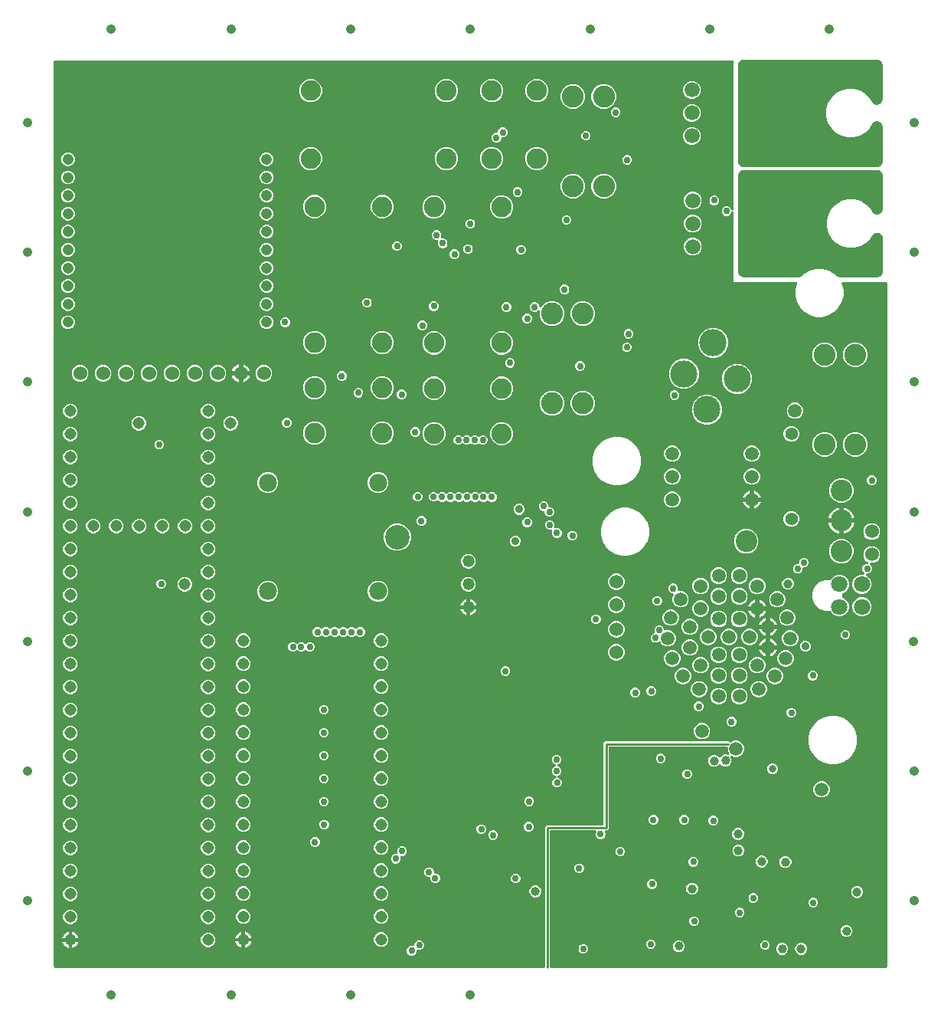
<source format=gbr>
G04 EAGLE Gerber RS-274X export*
G75*
%MOMM*%
%FSLAX34Y34*%
%LPD*%
%INCopper Layer 15*%
%IPPOS*%
%AMOC8*
5,1,8,0,0,1.08239X$1,22.5*%
G01*
%ADD10C,2.419350*%
%ADD11C,1.408000*%
%ADD12C,1.320800*%
%ADD13C,1.524000*%
%ADD14C,2.250000*%
%ADD15C,1.981200*%
%ADD16C,2.705100*%
%ADD17C,1.508000*%
%ADD18C,2.400300*%
%ADD19C,1.676400*%
%ADD20C,1.308000*%
%ADD21C,1.208000*%
%ADD22C,3.000000*%
%ADD23C,1.800000*%
%ADD24C,0.906400*%
%ADD25C,0.806400*%
%ADD26C,0.756400*%
%ADD27C,1.006400*%
%ADD28C,1.500000*%
%ADD29C,1.056400*%
%ADD30C,0.254000*%
%ADD31C,0.856400*%

G36*
X554854Y15510D02*
X554854Y15510D01*
X554973Y15517D01*
X555011Y15530D01*
X555052Y15535D01*
X555162Y15578D01*
X555275Y15615D01*
X555310Y15637D01*
X555347Y15652D01*
X555443Y15721D01*
X555544Y15785D01*
X555572Y15815D01*
X555605Y15838D01*
X555681Y15930D01*
X555762Y16017D01*
X555782Y16052D01*
X555807Y16083D01*
X555858Y16191D01*
X555916Y16295D01*
X555926Y16335D01*
X555943Y16371D01*
X555965Y16488D01*
X555995Y16603D01*
X555999Y16663D01*
X556003Y16683D01*
X556001Y16704D01*
X556005Y16764D01*
X556005Y171592D01*
X557642Y173229D01*
X619506Y173229D01*
X619624Y173244D01*
X619743Y173251D01*
X619781Y173264D01*
X619822Y173269D01*
X619932Y173312D01*
X620045Y173349D01*
X620080Y173371D01*
X620117Y173386D01*
X620213Y173455D01*
X620314Y173519D01*
X620342Y173549D01*
X620375Y173572D01*
X620451Y173664D01*
X620532Y173751D01*
X620552Y173786D01*
X620577Y173817D01*
X620628Y173925D01*
X620686Y174029D01*
X620696Y174069D01*
X620713Y174105D01*
X620735Y174222D01*
X620765Y174337D01*
X620769Y174397D01*
X620773Y174417D01*
X620771Y174438D01*
X620775Y174498D01*
X620775Y264302D01*
X622412Y265939D01*
X759468Y265939D01*
X760186Y265220D01*
X760280Y265147D01*
X760370Y265068D01*
X760406Y265050D01*
X760438Y265025D01*
X760547Y264978D01*
X760653Y264924D01*
X760692Y264915D01*
X760729Y264899D01*
X760847Y264880D01*
X760963Y264854D01*
X761003Y264855D01*
X761043Y264849D01*
X761162Y264860D01*
X761281Y264864D01*
X761320Y264875D01*
X761360Y264879D01*
X761472Y264919D01*
X761587Y264952D01*
X761621Y264973D01*
X761659Y264986D01*
X761758Y265053D01*
X761860Y265114D01*
X761906Y265154D01*
X761922Y265165D01*
X761936Y265180D01*
X761981Y265220D01*
X762222Y265461D01*
X765539Y266835D01*
X769129Y266835D01*
X772446Y265461D01*
X774985Y262922D01*
X776359Y259605D01*
X776359Y256015D01*
X774985Y252698D01*
X772446Y250159D01*
X769129Y248785D01*
X765539Y248785D01*
X763035Y249822D01*
X762901Y249859D01*
X762768Y249900D01*
X762748Y249901D01*
X762728Y249906D01*
X762589Y249909D01*
X762450Y249915D01*
X762431Y249911D01*
X762410Y249911D01*
X762275Y249879D01*
X762139Y249851D01*
X762121Y249842D01*
X762101Y249837D01*
X761979Y249772D01*
X761853Y249711D01*
X761838Y249698D01*
X761820Y249689D01*
X761717Y249595D01*
X761611Y249505D01*
X761600Y249488D01*
X761585Y249475D01*
X761508Y249359D01*
X761428Y249245D01*
X761421Y249226D01*
X761410Y249209D01*
X761365Y249077D01*
X761315Y248947D01*
X761313Y248927D01*
X761307Y248908D01*
X761296Y248769D01*
X761280Y248631D01*
X761283Y248611D01*
X761281Y248591D01*
X761305Y248454D01*
X761325Y248316D01*
X761334Y248290D01*
X761336Y248278D01*
X761344Y248259D01*
X761377Y248164D01*
X762207Y246160D01*
X762207Y243552D01*
X761209Y241142D01*
X759364Y239297D01*
X756954Y238299D01*
X754346Y238299D01*
X751936Y239297D01*
X750452Y240782D01*
X750357Y240855D01*
X750268Y240934D01*
X750232Y240952D01*
X750200Y240977D01*
X750091Y241024D01*
X749985Y241078D01*
X749946Y241087D01*
X749908Y241103D01*
X749791Y241122D01*
X749675Y241148D01*
X749634Y241147D01*
X749594Y241153D01*
X749476Y241142D01*
X749357Y241138D01*
X749318Y241127D01*
X749278Y241123D01*
X749165Y241083D01*
X749051Y241050D01*
X749017Y241029D01*
X748978Y241016D01*
X748880Y240949D01*
X748777Y240888D01*
X748732Y240848D01*
X748715Y240837D01*
X748702Y240822D01*
X748657Y240782D01*
X746918Y239043D01*
X744508Y238045D01*
X741900Y238045D01*
X739490Y239043D01*
X737645Y240888D01*
X736647Y243298D01*
X736647Y245906D01*
X737645Y248316D01*
X739490Y250161D01*
X741900Y251159D01*
X744508Y251159D01*
X746918Y250161D01*
X748403Y248676D01*
X748497Y248603D01*
X748586Y248524D01*
X748622Y248506D01*
X748654Y248481D01*
X748763Y248434D01*
X748869Y248380D01*
X748908Y248371D01*
X748946Y248355D01*
X749063Y248336D01*
X749179Y248310D01*
X749220Y248311D01*
X749260Y248305D01*
X749378Y248316D01*
X749497Y248320D01*
X749536Y248331D01*
X749576Y248335D01*
X749688Y248375D01*
X749803Y248408D01*
X749838Y248429D01*
X749876Y248442D01*
X749974Y248509D01*
X750077Y248570D01*
X750122Y248610D01*
X750139Y248621D01*
X750152Y248636D01*
X750198Y248676D01*
X751936Y250415D01*
X754346Y251413D01*
X756954Y251413D01*
X758060Y250955D01*
X758194Y250918D01*
X758327Y250877D01*
X758347Y250876D01*
X758367Y250871D01*
X758506Y250869D01*
X758645Y250862D01*
X758664Y250866D01*
X758685Y250866D01*
X758821Y250898D01*
X758956Y250926D01*
X758974Y250935D01*
X758994Y250940D01*
X759117Y251005D01*
X759242Y251066D01*
X759257Y251079D01*
X759275Y251089D01*
X759378Y251182D01*
X759484Y251272D01*
X759495Y251289D01*
X759510Y251302D01*
X759587Y251419D01*
X759667Y251532D01*
X759674Y251551D01*
X759685Y251568D01*
X759730Y251700D01*
X759780Y251830D01*
X759782Y251850D01*
X759788Y251869D01*
X759799Y252008D01*
X759815Y252146D01*
X759812Y252166D01*
X759814Y252186D01*
X759790Y252323D01*
X759770Y252461D01*
X759761Y252487D01*
X759759Y252499D01*
X759751Y252518D01*
X759718Y252613D01*
X758309Y256015D01*
X758309Y259080D01*
X758294Y259198D01*
X758287Y259317D01*
X758274Y259355D01*
X758269Y259396D01*
X758226Y259506D01*
X758189Y259619D01*
X758167Y259654D01*
X758152Y259691D01*
X758083Y259787D01*
X758019Y259888D01*
X757989Y259916D01*
X757966Y259949D01*
X757874Y260025D01*
X757787Y260106D01*
X757752Y260126D01*
X757721Y260151D01*
X757613Y260202D01*
X757509Y260260D01*
X757469Y260270D01*
X757433Y260287D01*
X757316Y260309D01*
X757201Y260339D01*
X757141Y260343D01*
X757121Y260347D01*
X757100Y260345D01*
X757040Y260349D01*
X627634Y260349D01*
X627516Y260334D01*
X627397Y260327D01*
X627359Y260314D01*
X627318Y260309D01*
X627208Y260266D01*
X627095Y260229D01*
X627060Y260207D01*
X627023Y260192D01*
X626927Y260123D01*
X626826Y260059D01*
X626798Y260029D01*
X626765Y260006D01*
X626689Y259914D01*
X626608Y259827D01*
X626588Y259792D01*
X626563Y259761D01*
X626512Y259653D01*
X626454Y259549D01*
X626444Y259509D01*
X626427Y259473D01*
X626405Y259356D01*
X626375Y259241D01*
X626371Y259181D01*
X626367Y259161D01*
X626369Y259140D01*
X626365Y259080D01*
X626365Y169276D01*
X624728Y167639D01*
X623434Y167639D01*
X623385Y167633D01*
X623336Y167635D01*
X623228Y167613D01*
X623119Y167599D01*
X623073Y167581D01*
X623024Y167571D01*
X622925Y167523D01*
X622823Y167482D01*
X622783Y167453D01*
X622738Y167431D01*
X622655Y167360D01*
X622566Y167296D01*
X622534Y167257D01*
X622496Y167225D01*
X622433Y167135D01*
X622363Y167051D01*
X622342Y167006D01*
X622313Y166965D01*
X622274Y166862D01*
X622228Y166763D01*
X622218Y166714D01*
X622201Y166668D01*
X622188Y166558D01*
X622168Y166451D01*
X622171Y166401D01*
X622165Y166352D01*
X622181Y166243D01*
X622188Y166133D01*
X622203Y166086D01*
X622210Y166037D01*
X622262Y165884D01*
X622781Y164632D01*
X622781Y162520D01*
X621973Y160570D01*
X620480Y159077D01*
X618530Y158269D01*
X616418Y158269D01*
X614468Y159077D01*
X612975Y160570D01*
X612167Y162520D01*
X612167Y164632D01*
X612686Y165884D01*
X612699Y165932D01*
X612720Y165977D01*
X612741Y166085D01*
X612770Y166191D01*
X612771Y166241D01*
X612780Y166290D01*
X612773Y166399D01*
X612775Y166509D01*
X612764Y166557D01*
X612760Y166607D01*
X612727Y166711D01*
X612701Y166818D01*
X612678Y166862D01*
X612662Y166909D01*
X612604Y167002D01*
X612552Y167099D01*
X612519Y167136D01*
X612492Y167178D01*
X612412Y167253D01*
X612338Y167335D01*
X612297Y167362D01*
X612261Y167396D01*
X612164Y167449D01*
X612073Y167509D01*
X612026Y167526D01*
X611982Y167550D01*
X611876Y167577D01*
X611772Y167613D01*
X611722Y167617D01*
X611674Y167629D01*
X611514Y167639D01*
X562864Y167639D01*
X562746Y167624D01*
X562627Y167617D01*
X562589Y167604D01*
X562548Y167599D01*
X562438Y167556D01*
X562325Y167519D01*
X562290Y167497D01*
X562253Y167482D01*
X562157Y167413D01*
X562056Y167349D01*
X562028Y167319D01*
X561995Y167296D01*
X561919Y167204D01*
X561838Y167117D01*
X561818Y167082D01*
X561793Y167051D01*
X561742Y166943D01*
X561684Y166839D01*
X561674Y166799D01*
X561657Y166763D01*
X561635Y166646D01*
X561605Y166531D01*
X561601Y166471D01*
X561597Y166451D01*
X561599Y166430D01*
X561595Y166370D01*
X561595Y16764D01*
X561610Y16646D01*
X561617Y16527D01*
X561630Y16489D01*
X561635Y16448D01*
X561678Y16338D01*
X561715Y16225D01*
X561737Y16190D01*
X561752Y16153D01*
X561821Y16057D01*
X561885Y15956D01*
X561915Y15928D01*
X561938Y15895D01*
X562030Y15820D01*
X562117Y15738D01*
X562152Y15718D01*
X562183Y15693D01*
X562291Y15642D01*
X562395Y15584D01*
X562435Y15574D01*
X562471Y15557D01*
X562588Y15535D01*
X562703Y15505D01*
X562763Y15501D01*
X562783Y15497D01*
X562804Y15499D01*
X562864Y15495D01*
X932291Y15495D01*
X932389Y15507D01*
X932488Y15510D01*
X932546Y15527D01*
X932606Y15535D01*
X932698Y15571D01*
X932794Y15599D01*
X932846Y15629D01*
X932902Y15652D01*
X932982Y15710D01*
X933068Y15760D01*
X933143Y15826D01*
X933159Y15838D01*
X933167Y15848D01*
X933188Y15867D01*
X934093Y16772D01*
X934154Y16850D01*
X934222Y16922D01*
X934251Y16975D01*
X934288Y17023D01*
X934328Y17114D01*
X934376Y17200D01*
X934391Y17259D01*
X934415Y17315D01*
X934430Y17413D01*
X934455Y17508D01*
X934461Y17608D01*
X934465Y17629D01*
X934463Y17641D01*
X934465Y17669D01*
X934465Y772160D01*
X934450Y772278D01*
X934443Y772397D01*
X934430Y772435D01*
X934425Y772476D01*
X934382Y772586D01*
X934345Y772699D01*
X934323Y772734D01*
X934308Y772771D01*
X934239Y772867D01*
X934175Y772968D01*
X934145Y772996D01*
X934122Y773029D01*
X934030Y773105D01*
X933943Y773186D01*
X933908Y773206D01*
X933877Y773231D01*
X933769Y773282D01*
X933665Y773340D01*
X933625Y773350D01*
X933589Y773367D01*
X933472Y773389D01*
X933357Y773419D01*
X933297Y773423D01*
X933277Y773427D01*
X933256Y773425D01*
X933196Y773429D01*
X885520Y773429D01*
X885395Y773414D01*
X885270Y773404D01*
X885238Y773394D01*
X885205Y773389D01*
X885088Y773343D01*
X884969Y773303D01*
X884940Y773285D01*
X884909Y773272D01*
X884807Y773199D01*
X884702Y773130D01*
X884679Y773105D01*
X884652Y773086D01*
X884572Y772989D01*
X884486Y772896D01*
X884470Y772867D01*
X884449Y772841D01*
X884395Y772727D01*
X884336Y772616D01*
X884328Y772583D01*
X884313Y772553D01*
X884290Y772430D01*
X884259Y772307D01*
X884260Y772274D01*
X884253Y772241D01*
X884261Y772115D01*
X884262Y771989D01*
X884272Y771941D01*
X884273Y771923D01*
X884280Y771903D01*
X884294Y771832D01*
X886130Y764979D01*
X886130Y757959D01*
X884313Y751178D01*
X880804Y745099D01*
X875840Y740135D01*
X869760Y736625D01*
X862980Y734808D01*
X855960Y734808D01*
X849179Y736625D01*
X843100Y740135D01*
X838136Y745099D01*
X834626Y751178D01*
X832809Y757959D01*
X832809Y764979D01*
X834645Y771832D01*
X834662Y771956D01*
X834686Y772080D01*
X834684Y772113D01*
X834688Y772147D01*
X834674Y772272D01*
X834666Y772397D01*
X834656Y772429D01*
X834652Y772463D01*
X834607Y772580D01*
X834568Y772699D01*
X834550Y772728D01*
X834538Y772759D01*
X834465Y772862D01*
X834398Y772968D01*
X834373Y772991D01*
X834354Y773019D01*
X834258Y773100D01*
X834166Y773186D01*
X834137Y773202D01*
X834111Y773224D01*
X833998Y773279D01*
X833888Y773340D01*
X833855Y773348D01*
X833825Y773363D01*
X833701Y773388D01*
X833580Y773419D01*
X833531Y773422D01*
X833513Y773426D01*
X833491Y773425D01*
X833419Y773429D01*
X764539Y773429D01*
X764539Y850062D01*
X764531Y850132D01*
X764532Y850201D01*
X764511Y850289D01*
X764499Y850378D01*
X764474Y850443D01*
X764457Y850511D01*
X764415Y850590D01*
X764382Y850674D01*
X764341Y850730D01*
X764309Y850792D01*
X764248Y850858D01*
X764196Y850931D01*
X764142Y850975D01*
X764095Y851027D01*
X764020Y851076D01*
X763951Y851134D01*
X763887Y851163D01*
X763829Y851202D01*
X763744Y851231D01*
X763663Y851269D01*
X763594Y851282D01*
X763528Y851305D01*
X763439Y851312D01*
X763351Y851329D01*
X763281Y851325D01*
X763211Y851330D01*
X763123Y851315D01*
X763033Y851309D01*
X762967Y851288D01*
X762898Y851276D01*
X762816Y851239D01*
X762731Y851211D01*
X762672Y851174D01*
X762608Y851145D01*
X762538Y851089D01*
X762462Y851041D01*
X762414Y850990D01*
X762360Y850947D01*
X762305Y850875D01*
X762244Y850810D01*
X762210Y850748D01*
X762168Y850693D01*
X762097Y850548D01*
X761419Y848910D01*
X759926Y847417D01*
X757976Y846609D01*
X755864Y846609D01*
X753914Y847417D01*
X752421Y848910D01*
X751613Y850860D01*
X751613Y852972D01*
X752421Y854922D01*
X753914Y856415D01*
X755864Y857223D01*
X757976Y857223D01*
X759926Y856415D01*
X761419Y854922D01*
X762097Y853284D01*
X762132Y853223D01*
X762158Y853158D01*
X762210Y853086D01*
X762255Y853008D01*
X762304Y852957D01*
X762344Y852901D01*
X762414Y852844D01*
X762476Y852779D01*
X762536Y852743D01*
X762589Y852698D01*
X762671Y852660D01*
X762747Y852613D01*
X762814Y852592D01*
X762877Y852563D01*
X762965Y852546D01*
X763051Y852519D01*
X763121Y852516D01*
X763190Y852503D01*
X763279Y852509D01*
X763369Y852504D01*
X763437Y852518D01*
X763507Y852523D01*
X763592Y852550D01*
X763680Y852569D01*
X763743Y852599D01*
X763809Y852621D01*
X763885Y852669D01*
X763966Y852708D01*
X764019Y852754D01*
X764078Y852791D01*
X764140Y852856D01*
X764208Y852915D01*
X764248Y852972D01*
X764296Y853022D01*
X764339Y853101D01*
X764391Y853175D01*
X764416Y853240D01*
X764450Y853301D01*
X764472Y853388D01*
X764504Y853472D01*
X764512Y853541D01*
X764529Y853609D01*
X764539Y853770D01*
X764539Y1017016D01*
X764524Y1017134D01*
X764517Y1017253D01*
X764504Y1017291D01*
X764499Y1017332D01*
X764456Y1017442D01*
X764419Y1017555D01*
X764397Y1017590D01*
X764382Y1017627D01*
X764313Y1017723D01*
X764249Y1017824D01*
X764219Y1017852D01*
X764196Y1017885D01*
X764104Y1017961D01*
X764017Y1018042D01*
X763982Y1018062D01*
X763951Y1018087D01*
X763843Y1018138D01*
X763739Y1018196D01*
X763699Y1018206D01*
X763663Y1018223D01*
X763546Y1018245D01*
X763431Y1018275D01*
X763371Y1018279D01*
X763351Y1018283D01*
X763330Y1018281D01*
X763270Y1018285D01*
X14224Y1018285D01*
X14106Y1018270D01*
X13987Y1018263D01*
X13949Y1018250D01*
X13908Y1018245D01*
X13798Y1018202D01*
X13685Y1018165D01*
X13650Y1018143D01*
X13613Y1018128D01*
X13517Y1018059D01*
X13416Y1017995D01*
X13388Y1017965D01*
X13355Y1017942D01*
X13280Y1017850D01*
X13198Y1017763D01*
X13178Y1017728D01*
X13153Y1017697D01*
X13102Y1017589D01*
X13044Y1017485D01*
X13034Y1017445D01*
X13017Y1017409D01*
X12995Y1017292D01*
X12965Y1017177D01*
X12961Y1017117D01*
X12957Y1017097D01*
X12959Y1017076D01*
X12955Y1017016D01*
X12955Y17669D01*
X12967Y17571D01*
X12970Y17472D01*
X12987Y17414D01*
X12995Y17354D01*
X13031Y17261D01*
X13059Y17166D01*
X13089Y17114D01*
X13112Y17058D01*
X13170Y16978D01*
X13220Y16892D01*
X13286Y16817D01*
X13298Y16801D01*
X13308Y16793D01*
X13327Y16772D01*
X14232Y15867D01*
X14310Y15806D01*
X14382Y15738D01*
X14435Y15709D01*
X14483Y15672D01*
X14574Y15632D01*
X14660Y15584D01*
X14719Y15569D01*
X14775Y15545D01*
X14873Y15530D01*
X14968Y15505D01*
X15068Y15499D01*
X15089Y15495D01*
X15101Y15497D01*
X15129Y15495D01*
X554736Y15495D01*
X554854Y15510D01*
G37*
G36*
X923039Y900431D02*
X923039Y900431D01*
X923042Y900431D01*
X923389Y900451D01*
X923747Y900471D01*
X923750Y900471D01*
X923753Y900471D01*
X924093Y900530D01*
X924450Y900590D01*
X924452Y900591D01*
X924455Y900591D01*
X924800Y900691D01*
X925134Y900787D01*
X925137Y900789D01*
X925140Y900789D01*
X925464Y900924D01*
X925792Y901060D01*
X925795Y901062D01*
X925797Y901063D01*
X926109Y901235D01*
X926416Y901405D01*
X926418Y901407D01*
X926421Y901408D01*
X926718Y901619D01*
X926997Y901818D01*
X926999Y901819D01*
X927001Y901821D01*
X927269Y902061D01*
X927528Y902292D01*
X927530Y902295D01*
X927532Y902296D01*
X927770Y902564D01*
X928002Y902824D01*
X928004Y902826D01*
X928006Y902828D01*
X928204Y903109D01*
X928414Y903405D01*
X928416Y903408D01*
X928417Y903410D01*
X928580Y903706D01*
X928758Y904029D01*
X928759Y904032D01*
X928761Y904034D01*
X928892Y904352D01*
X929030Y904687D01*
X929031Y904690D01*
X929032Y904693D01*
X929127Y905022D01*
X929227Y905372D01*
X929228Y905375D01*
X929228Y905378D01*
X929288Y905731D01*
X929346Y906074D01*
X929346Y906077D01*
X929347Y906080D01*
X929385Y906780D01*
X929385Y944673D01*
X929379Y944793D01*
X929381Y944913D01*
X929359Y945148D01*
X929345Y945385D01*
X929325Y945503D01*
X929314Y945622D01*
X929266Y945854D01*
X929226Y946087D01*
X929193Y946202D01*
X929168Y946319D01*
X929094Y946544D01*
X929029Y946771D01*
X928983Y946882D01*
X928945Y946996D01*
X928846Y947211D01*
X928756Y947430D01*
X928698Y947534D01*
X928648Y947643D01*
X928525Y947846D01*
X928411Y948053D01*
X928342Y948150D01*
X928280Y948253D01*
X928135Y948441D01*
X927999Y948634D01*
X927919Y948723D01*
X927846Y948818D01*
X927681Y948989D01*
X927524Y949165D01*
X927434Y949245D01*
X927351Y949331D01*
X927169Y949482D01*
X926992Y949639D01*
X926894Y949709D01*
X926802Y949785D01*
X926604Y949914D01*
X926411Y950051D01*
X926306Y950109D01*
X926206Y950175D01*
X925995Y950281D01*
X925787Y950396D01*
X925676Y950441D01*
X925569Y950495D01*
X925348Y950577D01*
X925129Y950668D01*
X925013Y950701D01*
X924901Y950742D01*
X924672Y950799D01*
X924444Y950864D01*
X924326Y950884D01*
X924210Y950913D01*
X923975Y950944D01*
X923742Y950983D01*
X923622Y950990D01*
X923503Y951005D01*
X923267Y951009D01*
X923030Y951023D01*
X922910Y951016D01*
X922791Y951018D01*
X922555Y950995D01*
X922319Y950982D01*
X922201Y950962D01*
X922082Y950950D01*
X921850Y950902D01*
X921617Y950862D01*
X921502Y950829D01*
X921384Y950804D01*
X921160Y950730D01*
X920932Y950664D01*
X920822Y950618D01*
X920708Y950580D01*
X920493Y950481D01*
X920275Y950391D01*
X920170Y950332D01*
X920061Y950282D01*
X919859Y950160D01*
X919651Y950045D01*
X919554Y949976D01*
X919451Y949914D01*
X919264Y949769D01*
X919071Y949632D01*
X918982Y949552D01*
X918887Y949479D01*
X918716Y949315D01*
X918540Y949157D01*
X918461Y949067D01*
X918374Y948984D01*
X918224Y948802D01*
X918066Y948625D01*
X917997Y948527D01*
X917921Y948435D01*
X917788Y948232D01*
X917655Y948043D01*
X917601Y947945D01*
X917537Y947848D01*
X915168Y943744D01*
X910202Y938778D01*
X904120Y935267D01*
X897337Y933449D01*
X890315Y933449D01*
X883532Y935267D01*
X877450Y938778D01*
X872484Y943744D01*
X868973Y949826D01*
X867155Y956609D01*
X867155Y963631D01*
X868973Y970414D01*
X872484Y976496D01*
X877450Y981462D01*
X883532Y984973D01*
X890315Y986791D01*
X897337Y986791D01*
X904120Y984973D01*
X910202Y981462D01*
X915168Y976496D01*
X917537Y972392D01*
X917603Y972292D01*
X917661Y972187D01*
X917798Y971995D01*
X917928Y971796D01*
X918004Y971704D01*
X918074Y971606D01*
X918231Y971430D01*
X918382Y971248D01*
X918469Y971164D01*
X918548Y971075D01*
X918725Y970918D01*
X918895Y970753D01*
X918991Y970680D01*
X919080Y970601D01*
X919273Y970464D01*
X919461Y970320D01*
X919563Y970258D01*
X919661Y970189D01*
X919869Y970074D01*
X920071Y969952D01*
X920180Y969902D01*
X920285Y969844D01*
X920503Y969754D01*
X920719Y969655D01*
X920833Y969618D01*
X920943Y969572D01*
X921171Y969507D01*
X921395Y969433D01*
X921513Y969409D01*
X921628Y969376D01*
X921861Y969336D01*
X922093Y969288D01*
X922212Y969277D01*
X922330Y969257D01*
X922567Y969244D01*
X922802Y969222D01*
X922922Y969224D01*
X923042Y969217D01*
X923278Y969231D01*
X923515Y969236D01*
X923633Y969251D01*
X923753Y969258D01*
X923986Y969298D01*
X924221Y969329D01*
X924337Y969358D01*
X924455Y969378D01*
X924683Y969444D01*
X924912Y969501D01*
X925024Y969543D01*
X925140Y969576D01*
X925358Y969667D01*
X925580Y969749D01*
X925687Y969803D01*
X925797Y969849D01*
X926005Y969964D01*
X926216Y970071D01*
X926316Y970137D01*
X926421Y970195D01*
X926613Y970332D01*
X926811Y970462D01*
X926904Y970538D01*
X927001Y970608D01*
X927177Y970766D01*
X927359Y970917D01*
X927442Y971003D01*
X927532Y971083D01*
X927689Y971260D01*
X927853Y971430D01*
X927926Y971526D01*
X928006Y971615D01*
X928142Y971808D01*
X928286Y971996D01*
X928348Y972099D01*
X928417Y972197D01*
X928531Y972404D01*
X928653Y972607D01*
X928703Y972716D01*
X928761Y972821D01*
X928851Y973039D01*
X928949Y973255D01*
X928987Y973369D01*
X929032Y973479D01*
X929097Y973707D01*
X929171Y973932D01*
X929195Y974049D01*
X929228Y974164D01*
X929268Y974398D01*
X929316Y974629D01*
X929327Y974748D01*
X929347Y974867D01*
X929360Y975109D01*
X929381Y975339D01*
X929379Y975451D01*
X929385Y975567D01*
X929385Y1012698D01*
X929385Y1012701D01*
X929385Y1012704D01*
X929365Y1013051D01*
X929345Y1013409D01*
X929345Y1013412D01*
X929345Y1013415D01*
X929286Y1013755D01*
X929226Y1014112D01*
X929225Y1014114D01*
X929225Y1014117D01*
X929125Y1014462D01*
X929029Y1014796D01*
X929027Y1014799D01*
X929027Y1014802D01*
X928892Y1015126D01*
X928756Y1015454D01*
X928754Y1015457D01*
X928753Y1015459D01*
X928581Y1015771D01*
X928411Y1016078D01*
X928409Y1016080D01*
X928408Y1016083D01*
X928197Y1016380D01*
X927999Y1016659D01*
X927997Y1016661D01*
X927995Y1016663D01*
X927755Y1016931D01*
X927524Y1017190D01*
X927521Y1017192D01*
X927520Y1017194D01*
X927252Y1017432D01*
X926992Y1017664D01*
X926990Y1017666D01*
X926988Y1017668D01*
X926707Y1017866D01*
X926411Y1018076D01*
X926408Y1018078D01*
X926406Y1018079D01*
X926110Y1018242D01*
X925787Y1018420D01*
X925784Y1018421D01*
X925782Y1018423D01*
X925464Y1018554D01*
X925129Y1018692D01*
X925126Y1018693D01*
X925123Y1018694D01*
X924794Y1018789D01*
X924444Y1018889D01*
X924441Y1018890D01*
X924439Y1018890D01*
X924085Y1018950D01*
X923742Y1019008D01*
X923739Y1019008D01*
X923736Y1019009D01*
X923036Y1019047D01*
X775970Y1019047D01*
X775967Y1019047D01*
X775964Y1019047D01*
X775840Y1019040D01*
X775713Y1019047D01*
X775712Y1019047D01*
X775710Y1019047D01*
X775377Y1019028D01*
X775002Y1019007D01*
X775000Y1019007D01*
X774999Y1019007D01*
X774693Y1018954D01*
X774300Y1018887D01*
X774298Y1018887D01*
X774297Y1018887D01*
X773971Y1018792D01*
X773615Y1018690D01*
X773614Y1018689D01*
X773612Y1018689D01*
X773280Y1018550D01*
X772957Y1018417D01*
X772956Y1018416D01*
X772955Y1018415D01*
X772654Y1018249D01*
X772334Y1018071D01*
X772333Y1018071D01*
X772331Y1018070D01*
X772060Y1017877D01*
X771753Y1017659D01*
X771752Y1017658D01*
X771751Y1017657D01*
X771491Y1017424D01*
X771222Y1017184D01*
X771221Y1017183D01*
X771220Y1017182D01*
X770987Y1016919D01*
X770748Y1016652D01*
X770747Y1016651D01*
X770746Y1016650D01*
X770544Y1016364D01*
X770336Y1016070D01*
X770336Y1016069D01*
X770335Y1016068D01*
X770173Y1015775D01*
X769993Y1015447D01*
X769992Y1015445D01*
X769991Y1015444D01*
X769871Y1015151D01*
X769721Y1014788D01*
X769720Y1014787D01*
X769720Y1014785D01*
X769626Y1014458D01*
X769524Y1014103D01*
X769524Y1014102D01*
X769524Y1014101D01*
X769467Y1013761D01*
X769406Y1013401D01*
X769406Y1013399D01*
X769405Y1013398D01*
X769367Y1012698D01*
X769367Y906780D01*
X769367Y906777D01*
X769367Y906774D01*
X769387Y906427D01*
X769407Y906069D01*
X769407Y906066D01*
X769407Y906063D01*
X769466Y905723D01*
X769526Y905366D01*
X769527Y905364D01*
X769527Y905361D01*
X769627Y905016D01*
X769723Y904682D01*
X769725Y904679D01*
X769725Y904676D01*
X769860Y904352D01*
X769996Y904024D01*
X769998Y904021D01*
X769999Y904019D01*
X770171Y903707D01*
X770341Y903400D01*
X770343Y903398D01*
X770344Y903395D01*
X770555Y903098D01*
X770754Y902819D01*
X770755Y902817D01*
X770757Y902815D01*
X770997Y902547D01*
X771228Y902288D01*
X771231Y902287D01*
X771232Y902284D01*
X771500Y902046D01*
X771760Y901814D01*
X771762Y901812D01*
X771764Y901810D01*
X772045Y901612D01*
X772341Y901402D01*
X772344Y901401D01*
X772346Y901399D01*
X772642Y901236D01*
X772965Y901058D01*
X772968Y901057D01*
X772970Y901055D01*
X773288Y900924D01*
X773623Y900786D01*
X773626Y900785D01*
X773629Y900784D01*
X773958Y900690D01*
X774308Y900589D01*
X774311Y900588D01*
X774314Y900588D01*
X774667Y900528D01*
X775010Y900470D01*
X775013Y900470D01*
X775016Y900469D01*
X775716Y900431D01*
X923036Y900431D01*
X923039Y900431D01*
G37*
G36*
X836436Y778765D02*
X836436Y778765D01*
X836440Y778765D01*
X836794Y778785D01*
X837143Y778805D01*
X837147Y778805D01*
X837152Y778806D01*
X837502Y778866D01*
X837845Y778924D01*
X837849Y778925D01*
X837854Y778926D01*
X838206Y779028D01*
X838530Y779121D01*
X838534Y779123D01*
X838538Y779124D01*
X838864Y779260D01*
X839188Y779394D01*
X839192Y779396D01*
X839196Y779398D01*
X839503Y779568D01*
X839812Y779739D01*
X839815Y779741D01*
X839819Y779744D01*
X840118Y779956D01*
X840392Y780152D01*
X840395Y780154D01*
X840399Y780157D01*
X840921Y780624D01*
X843099Y782803D01*
X849179Y786313D01*
X855960Y788129D01*
X862980Y788129D01*
X869760Y786313D01*
X875840Y782803D01*
X878018Y780624D01*
X878021Y780622D01*
X878024Y780618D01*
X878287Y780384D01*
X878549Y780150D01*
X878553Y780147D01*
X878556Y780144D01*
X878840Y779943D01*
X879130Y779738D01*
X879134Y779735D01*
X879137Y779733D01*
X879448Y779562D01*
X879754Y779393D01*
X879758Y779391D01*
X879761Y779389D01*
X880086Y779255D01*
X880412Y779121D01*
X880416Y779119D01*
X880420Y779118D01*
X880759Y779021D01*
X881097Y778924D01*
X881101Y778923D01*
X881105Y778922D01*
X881461Y778862D01*
X881799Y778804D01*
X881803Y778804D01*
X881808Y778803D01*
X882507Y778765D01*
X923290Y778765D01*
X923293Y778765D01*
X923296Y778765D01*
X923643Y778785D01*
X924001Y778805D01*
X924004Y778805D01*
X924007Y778805D01*
X924347Y778864D01*
X924704Y778924D01*
X924706Y778925D01*
X924709Y778925D01*
X925054Y779025D01*
X925388Y779121D01*
X925391Y779123D01*
X925394Y779123D01*
X925718Y779258D01*
X926046Y779394D01*
X926049Y779396D01*
X926051Y779397D01*
X926363Y779569D01*
X926670Y779739D01*
X926672Y779741D01*
X926675Y779742D01*
X926972Y779953D01*
X927251Y780152D01*
X927253Y780153D01*
X927255Y780155D01*
X927523Y780395D01*
X927782Y780626D01*
X927784Y780629D01*
X927786Y780630D01*
X928024Y780898D01*
X928256Y781158D01*
X928258Y781160D01*
X928260Y781162D01*
X928458Y781443D01*
X928668Y781739D01*
X928670Y781742D01*
X928671Y781744D01*
X928834Y782040D01*
X929012Y782363D01*
X929013Y782366D01*
X929015Y782368D01*
X929146Y782686D01*
X929284Y783021D01*
X929285Y783024D01*
X929286Y783027D01*
X929381Y783356D01*
X929481Y783706D01*
X929482Y783709D01*
X929482Y783712D01*
X929542Y784065D01*
X929600Y784408D01*
X929600Y784411D01*
X929601Y784414D01*
X929639Y785114D01*
X929639Y821619D01*
X929633Y821739D01*
X929635Y821859D01*
X929613Y822094D01*
X929599Y822331D01*
X929579Y822449D01*
X929568Y822568D01*
X929520Y822800D01*
X929480Y823033D01*
X929447Y823148D01*
X929422Y823265D01*
X929348Y823490D01*
X929283Y823718D01*
X929237Y823828D01*
X929199Y823942D01*
X929100Y824157D01*
X929010Y824376D01*
X928952Y824481D01*
X928902Y824589D01*
X928779Y824792D01*
X928665Y824999D01*
X928596Y825097D01*
X928534Y825199D01*
X928389Y825387D01*
X928253Y825580D01*
X928173Y825669D01*
X928100Y825764D01*
X927935Y825935D01*
X927778Y826111D01*
X927688Y826191D01*
X927605Y826277D01*
X927423Y826428D01*
X927246Y826585D01*
X927148Y826655D01*
X927056Y826731D01*
X926858Y826860D01*
X926665Y826997D01*
X926560Y827055D01*
X926460Y827121D01*
X926249Y827227D01*
X926041Y827342D01*
X925930Y827387D01*
X925823Y827441D01*
X925602Y827523D01*
X925383Y827614D01*
X925268Y827647D01*
X925155Y827688D01*
X924926Y827745D01*
X924698Y827811D01*
X924580Y827831D01*
X924464Y827859D01*
X924229Y827890D01*
X923996Y827929D01*
X923876Y827936D01*
X923757Y827951D01*
X923521Y827956D01*
X923284Y827969D01*
X923164Y827962D01*
X923045Y827964D01*
X922809Y827941D01*
X922573Y827928D01*
X922455Y827908D01*
X922336Y827896D01*
X922104Y827848D01*
X921871Y827808D01*
X921756Y827775D01*
X921638Y827750D01*
X921413Y827676D01*
X921186Y827610D01*
X921076Y827564D01*
X920962Y827526D01*
X920747Y827427D01*
X920529Y827337D01*
X920424Y827279D01*
X920315Y827228D01*
X920112Y827106D01*
X919905Y826991D01*
X919808Y826922D01*
X919705Y826860D01*
X919517Y826715D01*
X919325Y826578D01*
X919236Y826498D01*
X919141Y826425D01*
X918970Y826261D01*
X918794Y826103D01*
X918715Y826013D01*
X918628Y825930D01*
X918478Y825748D01*
X918320Y825571D01*
X918251Y825473D01*
X918175Y825381D01*
X918042Y825178D01*
X917909Y824989D01*
X917855Y824891D01*
X917791Y824794D01*
X915930Y821570D01*
X910964Y816604D01*
X904882Y813093D01*
X898099Y811275D01*
X891077Y811275D01*
X884294Y813093D01*
X878212Y816604D01*
X873246Y821570D01*
X869735Y827652D01*
X867917Y834435D01*
X867917Y841457D01*
X869735Y848240D01*
X873246Y854322D01*
X878212Y859288D01*
X884294Y862799D01*
X891077Y864617D01*
X898099Y864617D01*
X904882Y862799D01*
X910964Y859288D01*
X915930Y854322D01*
X917791Y851098D01*
X917857Y850998D01*
X917915Y850893D01*
X918052Y850701D01*
X918182Y850502D01*
X918258Y850409D01*
X918328Y850312D01*
X918485Y850136D01*
X918636Y849953D01*
X918723Y849870D01*
X918802Y849781D01*
X918979Y849624D01*
X919149Y849459D01*
X919245Y849386D01*
X919334Y849307D01*
X919527Y849170D01*
X919715Y849026D01*
X919817Y848964D01*
X919915Y848895D01*
X920123Y848780D01*
X920325Y848658D01*
X920434Y848608D01*
X920539Y848550D01*
X920758Y848460D01*
X920973Y848361D01*
X921087Y848324D01*
X921197Y848278D01*
X921425Y848213D01*
X921649Y848139D01*
X921767Y848115D01*
X921882Y848081D01*
X922115Y848042D01*
X922347Y847994D01*
X922466Y847983D01*
X922584Y847963D01*
X922821Y847950D01*
X923056Y847928D01*
X923176Y847930D01*
X923296Y847923D01*
X923532Y847937D01*
X923769Y847941D01*
X923887Y847957D01*
X924007Y847964D01*
X924240Y848004D01*
X924475Y848035D01*
X924591Y848064D01*
X924709Y848084D01*
X924937Y848150D01*
X925166Y848207D01*
X925278Y848249D01*
X925394Y848282D01*
X925612Y848373D01*
X925834Y848455D01*
X925941Y848509D01*
X926051Y848555D01*
X926259Y848670D01*
X926470Y848777D01*
X926570Y848843D01*
X926675Y848901D01*
X926867Y849038D01*
X927065Y849168D01*
X927158Y849244D01*
X927255Y849314D01*
X927431Y849471D01*
X927613Y849623D01*
X927697Y849709D01*
X927786Y849789D01*
X927943Y849966D01*
X928107Y850136D01*
X928180Y850231D01*
X928260Y850321D01*
X928396Y850514D01*
X928540Y850702D01*
X928602Y850805D01*
X928671Y850903D01*
X928785Y851110D01*
X928907Y851313D01*
X928957Y851422D01*
X929015Y851527D01*
X929105Y851745D01*
X929203Y851961D01*
X929241Y852074D01*
X929286Y852185D01*
X929351Y852413D01*
X929425Y852638D01*
X929449Y852755D01*
X929482Y852870D01*
X929522Y853104D01*
X929570Y853335D01*
X929581Y853454D01*
X929601Y853573D01*
X929614Y853815D01*
X929635Y854045D01*
X929633Y854157D01*
X929639Y854273D01*
X929639Y891032D01*
X929639Y891035D01*
X929639Y891038D01*
X929619Y891385D01*
X929599Y891743D01*
X929599Y891746D01*
X929599Y891749D01*
X929540Y892089D01*
X929480Y892446D01*
X929479Y892448D01*
X929479Y892451D01*
X929379Y892796D01*
X929283Y893130D01*
X929281Y893133D01*
X929281Y893136D01*
X929146Y893460D01*
X929010Y893788D01*
X929008Y893791D01*
X929007Y893793D01*
X928835Y894105D01*
X928665Y894412D01*
X928663Y894414D01*
X928662Y894417D01*
X928451Y894714D01*
X928253Y894993D01*
X928251Y894995D01*
X928249Y894997D01*
X928009Y895265D01*
X927778Y895524D01*
X927775Y895526D01*
X927774Y895528D01*
X927506Y895766D01*
X927246Y895998D01*
X927244Y896000D01*
X927242Y896002D01*
X926961Y896200D01*
X926665Y896410D01*
X926662Y896412D01*
X926660Y896413D01*
X926364Y896576D01*
X926041Y896754D01*
X926038Y896755D01*
X926036Y896757D01*
X925718Y896888D01*
X925383Y897026D01*
X925380Y897027D01*
X925377Y897028D01*
X925048Y897123D01*
X924698Y897223D01*
X924695Y897224D01*
X924693Y897224D01*
X924339Y897284D01*
X923996Y897342D01*
X923993Y897342D01*
X923990Y897343D01*
X923290Y897381D01*
X775970Y897381D01*
X775967Y897381D01*
X775964Y897381D01*
X775617Y897361D01*
X775259Y897341D01*
X775256Y897341D01*
X775253Y897341D01*
X774913Y897282D01*
X774556Y897222D01*
X774554Y897221D01*
X774551Y897221D01*
X774206Y897121D01*
X773872Y897025D01*
X773869Y897023D01*
X773866Y897023D01*
X773542Y896888D01*
X773214Y896752D01*
X773211Y896750D01*
X773209Y896749D01*
X772897Y896577D01*
X772590Y896407D01*
X772588Y896405D01*
X772585Y896404D01*
X772288Y896193D01*
X772009Y895995D01*
X772007Y895993D01*
X772005Y895991D01*
X771737Y895751D01*
X771478Y895520D01*
X771477Y895517D01*
X771474Y895516D01*
X771236Y895248D01*
X771004Y894988D01*
X771002Y894986D01*
X771000Y894984D01*
X770802Y894703D01*
X770592Y894407D01*
X770591Y894404D01*
X770589Y894402D01*
X770426Y894106D01*
X770248Y893783D01*
X770247Y893780D01*
X770245Y893778D01*
X770114Y893460D01*
X769976Y893125D01*
X769975Y893122D01*
X769974Y893119D01*
X769880Y892790D01*
X769779Y892440D01*
X769778Y892437D01*
X769778Y892435D01*
X769717Y892077D01*
X769660Y891738D01*
X769660Y891735D01*
X769659Y891732D01*
X769621Y891032D01*
X769621Y785114D01*
X769621Y785113D01*
X769621Y785111D01*
X769641Y784745D01*
X769661Y784403D01*
X769661Y784401D01*
X769661Y784400D01*
X769725Y784022D01*
X769780Y783700D01*
X769780Y783699D01*
X769781Y783698D01*
X769886Y783333D01*
X769977Y783016D01*
X769978Y783015D01*
X769978Y783013D01*
X770111Y782695D01*
X770250Y782358D01*
X770251Y782356D01*
X770251Y782355D01*
X770453Y781991D01*
X770595Y781734D01*
X770596Y781733D01*
X770597Y781732D01*
X770826Y781408D01*
X771008Y781153D01*
X771008Y781152D01*
X771009Y781151D01*
X771258Y780874D01*
X771482Y780622D01*
X771483Y780621D01*
X771484Y780620D01*
X771760Y780375D01*
X772014Y780148D01*
X772015Y780147D01*
X772016Y780146D01*
X772294Y779949D01*
X772595Y779736D01*
X772597Y779735D01*
X772598Y779734D01*
X772900Y779567D01*
X773219Y779392D01*
X773220Y779391D01*
X773221Y779391D01*
X773566Y779248D01*
X773877Y779120D01*
X773879Y779119D01*
X773880Y779119D01*
X774214Y779023D01*
X774562Y778923D01*
X774563Y778923D01*
X774565Y778922D01*
X774937Y778859D01*
X775264Y778804D01*
X775266Y778804D01*
X775267Y778804D01*
X775651Y778783D01*
X775976Y778765D01*
X775977Y778765D01*
X775979Y778765D01*
X776099Y778772D01*
X776224Y778765D01*
X836432Y778765D01*
X836436Y778765D01*
G37*
%LPC*%
G36*
X641045Y470768D02*
X641045Y470768D01*
X634264Y472585D01*
X628185Y476095D01*
X623221Y481059D01*
X619711Y487138D01*
X617894Y493919D01*
X617894Y500939D01*
X619711Y507720D01*
X623221Y513799D01*
X628185Y518763D01*
X634264Y522273D01*
X641045Y524090D01*
X648065Y524090D01*
X654846Y522273D01*
X660925Y518763D01*
X665889Y513799D01*
X669399Y507720D01*
X671216Y500939D01*
X671216Y493919D01*
X669399Y487138D01*
X665889Y481059D01*
X660925Y476095D01*
X654846Y472585D01*
X648065Y470768D01*
X641045Y470768D01*
G37*
%LPD*%
%LPC*%
G36*
X870855Y240958D02*
X870855Y240958D01*
X864074Y242775D01*
X857995Y246285D01*
X853031Y251249D01*
X849521Y257328D01*
X847704Y264109D01*
X847704Y271129D01*
X849521Y277910D01*
X853031Y283989D01*
X857995Y288953D01*
X864074Y292463D01*
X870855Y294280D01*
X877875Y294280D01*
X884656Y292463D01*
X890735Y288953D01*
X895699Y283989D01*
X899209Y277910D01*
X901026Y271129D01*
X901026Y264109D01*
X899209Y257328D01*
X895699Y251249D01*
X890735Y246285D01*
X884656Y242775D01*
X877875Y240958D01*
X870855Y240958D01*
G37*
%LPD*%
%LPC*%
G36*
X632064Y548927D02*
X632064Y548927D01*
X625284Y550743D01*
X619204Y554253D01*
X614240Y559217D01*
X610731Y565297D01*
X608914Y572077D01*
X608914Y579097D01*
X610731Y585878D01*
X614240Y591957D01*
X619204Y596921D01*
X625284Y600431D01*
X632064Y602248D01*
X639084Y602248D01*
X645865Y600431D01*
X651944Y596921D01*
X656908Y591957D01*
X660418Y585878D01*
X662235Y579097D01*
X662235Y572077D01*
X660418Y565297D01*
X656908Y559217D01*
X651944Y554253D01*
X645865Y550743D01*
X639084Y548927D01*
X632064Y548927D01*
G37*
%LPD*%
%LPC*%
G36*
X879540Y404203D02*
X879540Y404203D01*
X875672Y405806D01*
X872712Y408766D01*
X872290Y409784D01*
X872275Y409809D01*
X872266Y409837D01*
X872197Y409947D01*
X872133Y410060D01*
X872112Y410081D01*
X872096Y410106D01*
X872002Y410195D01*
X871911Y410288D01*
X871886Y410304D01*
X871865Y410324D01*
X871751Y410387D01*
X871640Y410455D01*
X871612Y410463D01*
X871586Y410478D01*
X871460Y410510D01*
X871336Y410548D01*
X871307Y410550D01*
X871278Y410557D01*
X871117Y410567D01*
X864920Y410567D01*
X858796Y413104D01*
X854110Y417790D01*
X851573Y423914D01*
X851573Y430542D01*
X854110Y436666D01*
X858796Y441352D01*
X864920Y443889D01*
X871117Y443889D01*
X871147Y443892D01*
X871176Y443890D01*
X871304Y443912D01*
X871433Y443929D01*
X871460Y443939D01*
X871490Y443944D01*
X871608Y443998D01*
X871729Y444046D01*
X871753Y444063D01*
X871779Y444075D01*
X871881Y444156D01*
X871986Y444232D01*
X872005Y444255D01*
X872028Y444274D01*
X872106Y444377D01*
X872189Y444477D01*
X872201Y444504D01*
X872219Y444528D01*
X872290Y444672D01*
X872712Y445690D01*
X875672Y448650D01*
X879540Y450253D01*
X883728Y450253D01*
X887596Y448650D01*
X890556Y445690D01*
X892159Y441822D01*
X892159Y437634D01*
X890556Y433766D01*
X887596Y430806D01*
X885678Y430011D01*
X885653Y429997D01*
X885625Y429988D01*
X885515Y429918D01*
X885402Y429854D01*
X885381Y429833D01*
X885356Y429817D01*
X885267Y429723D01*
X885174Y429632D01*
X885158Y429607D01*
X885138Y429586D01*
X885075Y429472D01*
X885007Y429361D01*
X884999Y429333D01*
X884984Y429307D01*
X884952Y429182D01*
X884914Y429057D01*
X884912Y429028D01*
X884905Y428999D01*
X884895Y428839D01*
X884895Y425617D01*
X884898Y425588D01*
X884896Y425559D01*
X884918Y425430D01*
X884935Y425302D01*
X884945Y425274D01*
X884950Y425245D01*
X885004Y425127D01*
X885052Y425006D01*
X885069Y424982D01*
X885081Y424955D01*
X885162Y424854D01*
X885238Y424749D01*
X885261Y424730D01*
X885280Y424707D01*
X885383Y424629D01*
X885483Y424546D01*
X885510Y424533D01*
X885534Y424516D01*
X885678Y424445D01*
X887596Y423650D01*
X890556Y420690D01*
X892159Y416822D01*
X892159Y412634D01*
X890556Y408766D01*
X887596Y405806D01*
X883728Y404203D01*
X879540Y404203D01*
G37*
%LPD*%
%LPC*%
G36*
X706298Y655523D02*
X706298Y655523D01*
X700224Y658038D01*
X695576Y662687D01*
X693060Y668760D01*
X693060Y675334D01*
X695576Y681408D01*
X700224Y686056D01*
X706298Y688572D01*
X712872Y688572D01*
X718945Y686056D01*
X723594Y681408D01*
X726110Y675334D01*
X726110Y668760D01*
X723594Y662687D01*
X718945Y658038D01*
X712872Y655523D01*
X706298Y655523D01*
G37*
%LPD*%
%LPC*%
G36*
X738808Y689750D02*
X738808Y689750D01*
X732735Y692266D01*
X728086Y696914D01*
X725571Y702988D01*
X725571Y709562D01*
X728086Y715635D01*
X732735Y720284D01*
X738808Y722799D01*
X745383Y722799D01*
X751456Y720284D01*
X756105Y715635D01*
X758620Y709562D01*
X758620Y702988D01*
X756105Y696914D01*
X751456Y692266D01*
X745383Y689750D01*
X738808Y689750D01*
G37*
%LPD*%
%LPC*%
G36*
X731958Y615899D02*
X731958Y615899D01*
X725884Y618415D01*
X721236Y623063D01*
X718720Y629137D01*
X718720Y635711D01*
X721236Y641784D01*
X725884Y646433D01*
X731958Y648948D01*
X738532Y648948D01*
X744605Y646433D01*
X749254Y641784D01*
X751769Y635711D01*
X751769Y629137D01*
X749254Y623063D01*
X744605Y618415D01*
X738532Y615899D01*
X731958Y615899D01*
G37*
%LPD*%
%LPC*%
G36*
X765227Y650056D02*
X765227Y650056D01*
X759153Y652572D01*
X754505Y657220D01*
X751989Y663294D01*
X751989Y669868D01*
X754505Y675941D01*
X759153Y680590D01*
X765227Y683105D01*
X771801Y683105D01*
X777874Y680590D01*
X782523Y675941D01*
X785039Y669868D01*
X785039Y663294D01*
X782523Y657220D01*
X777874Y652572D01*
X771801Y650056D01*
X765227Y650056D01*
G37*
%LPD*%
%LPC*%
G36*
X389690Y476694D02*
X389690Y476694D01*
X384159Y478985D01*
X379925Y483219D01*
X377634Y488750D01*
X377634Y494738D01*
X379925Y500269D01*
X384159Y504503D01*
X389690Y506794D01*
X395678Y506794D01*
X401209Y504503D01*
X405443Y500269D01*
X407734Y494738D01*
X407734Y488750D01*
X405443Y483219D01*
X401209Y478985D01*
X395678Y476694D01*
X389690Y476694D01*
G37*
%LPD*%
%LPC*%
G36*
X904540Y429203D02*
X904540Y429203D01*
X900672Y430806D01*
X897712Y433766D01*
X896109Y437634D01*
X896109Y441822D01*
X897712Y445690D01*
X900672Y448650D01*
X904540Y450253D01*
X908266Y450253D01*
X908404Y450270D01*
X908543Y450283D01*
X908562Y450290D01*
X908582Y450293D01*
X908711Y450344D01*
X908842Y450391D01*
X908859Y450402D01*
X908877Y450410D01*
X908990Y450491D01*
X909105Y450569D01*
X909118Y450585D01*
X909135Y450596D01*
X909224Y450704D01*
X909315Y450808D01*
X909325Y450826D01*
X909338Y450841D01*
X909397Y450967D01*
X909460Y451091D01*
X909464Y451111D01*
X909473Y451129D01*
X909499Y451266D01*
X909530Y451401D01*
X909529Y451422D01*
X909533Y451441D01*
X909524Y451580D01*
X909520Y451719D01*
X909514Y451739D01*
X909513Y451759D01*
X909470Y451891D01*
X909432Y452025D01*
X909421Y452042D01*
X909415Y452061D01*
X909341Y452179D01*
X909270Y452299D01*
X909252Y452320D01*
X909245Y452330D01*
X909230Y452344D01*
X909164Y452419D01*
X907897Y453686D01*
X907089Y455636D01*
X907089Y457748D01*
X907897Y459698D01*
X909390Y461191D01*
X911340Y461999D01*
X912378Y461999D01*
X912447Y462007D01*
X912517Y462006D01*
X912605Y462027D01*
X912694Y462039D01*
X912759Y462064D01*
X912826Y462081D01*
X912906Y462123D01*
X912989Y462156D01*
X913046Y462197D01*
X913108Y462229D01*
X913174Y462290D01*
X913247Y462342D01*
X913291Y462396D01*
X913343Y462443D01*
X913392Y462518D01*
X913450Y462587D01*
X913479Y462651D01*
X913518Y462709D01*
X913547Y462794D01*
X913585Y462875D01*
X913598Y462944D01*
X913621Y463010D01*
X913628Y463099D01*
X913645Y463187D01*
X913641Y463257D01*
X913646Y463327D01*
X913631Y463415D01*
X913625Y463505D01*
X913604Y463571D01*
X913592Y463640D01*
X913555Y463722D01*
X913527Y463807D01*
X913490Y463866D01*
X913461Y463930D01*
X913405Y464000D01*
X913357Y464076D01*
X913306Y464124D01*
X913263Y464178D01*
X913191Y464233D01*
X913125Y464294D01*
X913064Y464328D01*
X913008Y464370D01*
X912864Y464441D01*
X912268Y464687D01*
X909695Y467260D01*
X908303Y470621D01*
X908303Y474259D01*
X909695Y477620D01*
X912268Y480193D01*
X915629Y481585D01*
X919267Y481585D01*
X922628Y480193D01*
X925201Y477620D01*
X926593Y474259D01*
X926593Y470621D01*
X925201Y467260D01*
X922628Y464687D01*
X919267Y463295D01*
X916362Y463295D01*
X916224Y463278D01*
X916085Y463265D01*
X916066Y463258D01*
X916046Y463255D01*
X915917Y463204D01*
X915786Y463157D01*
X915769Y463146D01*
X915751Y463138D01*
X915638Y463057D01*
X915523Y462979D01*
X915510Y462963D01*
X915493Y462952D01*
X915404Y462844D01*
X915313Y462740D01*
X915303Y462722D01*
X915290Y462707D01*
X915231Y462581D01*
X915168Y462457D01*
X915164Y462437D01*
X915155Y462419D01*
X915129Y462282D01*
X915098Y462147D01*
X915099Y462126D01*
X915095Y462107D01*
X915104Y461968D01*
X915108Y461829D01*
X915114Y461809D01*
X915115Y461789D01*
X915158Y461657D01*
X915196Y461523D01*
X915207Y461506D01*
X915213Y461487D01*
X915287Y461369D01*
X915358Y461249D01*
X915376Y461228D01*
X915383Y461218D01*
X915398Y461204D01*
X915464Y461129D01*
X916895Y459698D01*
X917703Y457748D01*
X917703Y455636D01*
X916895Y453686D01*
X915402Y452193D01*
X913452Y451385D01*
X912374Y451385D01*
X912305Y451377D01*
X912235Y451378D01*
X912148Y451357D01*
X912059Y451345D01*
X911994Y451320D01*
X911926Y451303D01*
X911846Y451261D01*
X911763Y451228D01*
X911706Y451187D01*
X911645Y451155D01*
X911578Y451094D01*
X911506Y451042D01*
X911461Y450988D01*
X911409Y450941D01*
X911360Y450866D01*
X911303Y450797D01*
X911273Y450733D01*
X911235Y450675D01*
X911206Y450590D01*
X911167Y450509D01*
X911154Y450440D01*
X911132Y450374D01*
X911124Y450285D01*
X911108Y450197D01*
X911112Y450127D01*
X911106Y450057D01*
X911122Y449969D01*
X911127Y449879D01*
X911149Y449813D01*
X911161Y449744D01*
X911198Y449662D01*
X911225Y449577D01*
X911263Y449518D01*
X911291Y449454D01*
X911347Y449384D01*
X911395Y449308D01*
X911446Y449260D01*
X911490Y449206D01*
X911562Y449152D01*
X911627Y449090D01*
X911688Y449056D01*
X911744Y449014D01*
X911889Y448943D01*
X912596Y448650D01*
X915556Y445690D01*
X917159Y441822D01*
X917159Y437634D01*
X915556Y433766D01*
X912596Y430806D01*
X908728Y429203D01*
X904540Y429203D01*
G37*
%LPD*%
%LPC*%
G36*
X561170Y725011D02*
X561170Y725011D01*
X556164Y727084D01*
X552332Y730916D01*
X550259Y735922D01*
X550259Y740857D01*
X550241Y740995D01*
X550228Y741134D01*
X550221Y741153D01*
X550219Y741173D01*
X550167Y741303D01*
X550120Y741433D01*
X550109Y741450D01*
X550102Y741469D01*
X550020Y741581D01*
X549942Y741696D01*
X549927Y741710D01*
X549915Y741726D01*
X549808Y741815D01*
X549703Y741907D01*
X549685Y741916D01*
X549670Y741929D01*
X549544Y741988D01*
X549420Y742051D01*
X549400Y742056D01*
X549382Y742064D01*
X549246Y742090D01*
X549110Y742121D01*
X549090Y742120D01*
X549070Y742124D01*
X548931Y742115D01*
X548792Y742111D01*
X548772Y742106D01*
X548752Y742104D01*
X548620Y742062D01*
X548487Y742023D01*
X548469Y742013D01*
X548450Y742006D01*
X548332Y741932D01*
X548213Y741861D01*
X548191Y741843D01*
X548181Y741836D01*
X548167Y741821D01*
X548092Y741755D01*
X547582Y741245D01*
X545632Y740437D01*
X543520Y740437D01*
X541570Y741245D01*
X540077Y742738D01*
X539269Y744688D01*
X539269Y746800D01*
X540077Y748750D01*
X541570Y750243D01*
X543520Y751051D01*
X545632Y751051D01*
X547582Y750243D01*
X549075Y748750D01*
X549886Y746793D01*
X549891Y746746D01*
X549890Y746676D01*
X549911Y746589D01*
X549923Y746500D01*
X549948Y746435D01*
X549965Y746367D01*
X550007Y746287D01*
X550040Y746204D01*
X550081Y746148D01*
X550113Y746086D01*
X550174Y746019D01*
X550226Y745947D01*
X550280Y745902D01*
X550327Y745850D01*
X550402Y745801D01*
X550471Y745744D01*
X550535Y745714D01*
X550593Y745676D01*
X550678Y745646D01*
X550759Y745608D01*
X550828Y745595D01*
X550894Y745572D01*
X550983Y745565D01*
X551071Y745548D01*
X551141Y745553D01*
X551211Y745547D01*
X551299Y745563D01*
X551389Y745568D01*
X551455Y745590D01*
X551524Y745602D01*
X551606Y745639D01*
X551691Y745666D01*
X551750Y745704D01*
X551814Y745732D01*
X551884Y745788D01*
X551960Y745836D01*
X552008Y745887D01*
X552063Y745931D01*
X552116Y746003D01*
X552178Y746068D01*
X552212Y746129D01*
X552254Y746185D01*
X552325Y746330D01*
X552332Y746348D01*
X556164Y750180D01*
X561170Y752253D01*
X566590Y752253D01*
X571596Y750180D01*
X575428Y746348D01*
X577501Y741342D01*
X577501Y735922D01*
X575428Y730916D01*
X571596Y727084D01*
X566590Y725011D01*
X561170Y725011D01*
G37*
%LPD*%
%LPC*%
G36*
X450358Y530619D02*
X450358Y530619D01*
X448408Y531427D01*
X447662Y532173D01*
X447567Y532247D01*
X447478Y532325D01*
X447442Y532344D01*
X447410Y532368D01*
X447301Y532416D01*
X447195Y532470D01*
X447156Y532479D01*
X447118Y532495D01*
X447001Y532513D01*
X446885Y532539D01*
X446844Y532538D01*
X446804Y532545D01*
X446686Y532533D01*
X446567Y532530D01*
X446528Y532519D01*
X446488Y532515D01*
X446376Y532474D01*
X446261Y532441D01*
X446226Y532421D01*
X446188Y532407D01*
X446090Y532340D01*
X445987Y532280D01*
X445942Y532240D01*
X445925Y532229D01*
X445912Y532213D01*
X445867Y532173D01*
X445177Y531484D01*
X443227Y530676D01*
X441116Y530676D01*
X439165Y531484D01*
X438306Y532343D01*
X438212Y532416D01*
X438123Y532495D01*
X438087Y532513D01*
X438055Y532538D01*
X437946Y532585D01*
X437840Y532639D01*
X437800Y532648D01*
X437763Y532664D01*
X437645Y532683D01*
X437529Y532709D01*
X437489Y532708D01*
X437449Y532714D01*
X437330Y532703D01*
X437211Y532699D01*
X437173Y532688D01*
X437132Y532684D01*
X437020Y532644D01*
X436906Y532611D01*
X436871Y532590D01*
X436833Y532577D01*
X436734Y532510D01*
X436632Y532449D01*
X436587Y532410D01*
X436570Y532398D01*
X436556Y532383D01*
X436511Y532343D01*
X435835Y531667D01*
X433885Y530859D01*
X431774Y530859D01*
X429823Y531667D01*
X428330Y533160D01*
X427522Y535110D01*
X427522Y537222D01*
X428330Y539172D01*
X429823Y540665D01*
X431774Y541473D01*
X433885Y541473D01*
X435835Y540665D01*
X436694Y539806D01*
X436788Y539733D01*
X436878Y539654D01*
X436913Y539636D01*
X436945Y539611D01*
X437055Y539563D01*
X437161Y539509D01*
X437200Y539501D01*
X437237Y539485D01*
X437355Y539466D01*
X437471Y539440D01*
X437511Y539441D01*
X437551Y539435D01*
X437670Y539446D01*
X437789Y539449D01*
X437828Y539461D01*
X437868Y539464D01*
X437980Y539505D01*
X438094Y539538D01*
X438129Y539558D01*
X438167Y539572D01*
X438266Y539639D01*
X438368Y539699D01*
X438414Y539739D01*
X438430Y539751D01*
X438444Y539766D01*
X438489Y539806D01*
X439165Y540482D01*
X441116Y541290D01*
X443227Y541290D01*
X445177Y540482D01*
X445924Y539735D01*
X446018Y539662D01*
X446107Y539584D01*
X446143Y539565D01*
X446175Y539540D01*
X446284Y539493D01*
X446390Y539439D01*
X446430Y539430D01*
X446467Y539414D01*
X446584Y539395D01*
X446700Y539369D01*
X446741Y539371D01*
X446781Y539364D01*
X446899Y539375D01*
X447018Y539379D01*
X447057Y539390D01*
X447097Y539394D01*
X447210Y539434D01*
X447324Y539467D01*
X447359Y539488D01*
X447397Y539502D01*
X447495Y539568D01*
X447598Y539629D01*
X447643Y539669D01*
X447660Y539680D01*
X447673Y539695D01*
X447719Y539735D01*
X448408Y540425D01*
X450358Y541233D01*
X452470Y541233D01*
X454420Y540425D01*
X455166Y539678D01*
X455261Y539605D01*
X455350Y539527D01*
X455386Y539508D01*
X455418Y539483D01*
X455527Y539436D01*
X455633Y539382D01*
X455672Y539373D01*
X455710Y539357D01*
X455827Y539338D01*
X455943Y539312D01*
X455984Y539314D01*
X456024Y539307D01*
X456142Y539318D01*
X456261Y539322D01*
X456300Y539333D01*
X456340Y539337D01*
X456452Y539377D01*
X456567Y539410D01*
X456602Y539431D01*
X456640Y539445D01*
X456738Y539511D01*
X456841Y539572D01*
X456886Y539612D01*
X456903Y539623D01*
X456916Y539639D01*
X456961Y539678D01*
X457750Y540467D01*
X459700Y541275D01*
X461812Y541275D01*
X463762Y540467D01*
X464402Y539826D01*
X464496Y539753D01*
X464586Y539675D01*
X464622Y539656D01*
X464654Y539631D01*
X464763Y539584D01*
X464869Y539530D01*
X464908Y539521D01*
X464946Y539505D01*
X465063Y539486D01*
X465179Y539460D01*
X465220Y539462D01*
X465260Y539455D01*
X465378Y539466D01*
X465497Y539470D01*
X465536Y539481D01*
X465576Y539485D01*
X465688Y539525D01*
X465803Y539558D01*
X465838Y539579D01*
X465876Y539593D01*
X465974Y539659D01*
X466077Y539720D01*
X466122Y539760D01*
X466139Y539771D01*
X466152Y539786D01*
X466197Y539826D01*
X466838Y540467D01*
X468788Y541275D01*
X470900Y541275D01*
X472850Y540467D01*
X473490Y539826D01*
X473584Y539753D01*
X473674Y539675D01*
X473710Y539656D01*
X473742Y539631D01*
X473851Y539584D01*
X473957Y539530D01*
X473996Y539521D01*
X474034Y539505D01*
X474151Y539486D01*
X474267Y539460D01*
X474308Y539462D01*
X474348Y539455D01*
X474466Y539466D01*
X474585Y539470D01*
X474624Y539481D01*
X474664Y539485D01*
X474776Y539525D01*
X474891Y539558D01*
X474926Y539579D01*
X474964Y539593D01*
X475062Y539659D01*
X475165Y539720D01*
X475210Y539760D01*
X475227Y539771D01*
X475240Y539786D01*
X475285Y539826D01*
X475926Y540467D01*
X477876Y541275D01*
X479988Y541275D01*
X481938Y540467D01*
X482579Y539826D01*
X482673Y539753D01*
X482762Y539675D01*
X482798Y539656D01*
X482830Y539631D01*
X482939Y539584D01*
X483045Y539530D01*
X483084Y539521D01*
X483122Y539505D01*
X483239Y539486D01*
X483355Y539460D01*
X483396Y539462D01*
X483436Y539455D01*
X483554Y539466D01*
X483673Y539470D01*
X483712Y539481D01*
X483752Y539485D01*
X483864Y539525D01*
X483979Y539558D01*
X484014Y539579D01*
X484052Y539593D01*
X484150Y539659D01*
X484253Y539720D01*
X484298Y539760D01*
X484315Y539771D01*
X484328Y539787D01*
X484374Y539826D01*
X485014Y540467D01*
X486964Y541275D01*
X489076Y541275D01*
X491026Y540467D01*
X491772Y539720D01*
X491867Y539647D01*
X491956Y539569D01*
X491992Y539550D01*
X492024Y539525D01*
X492133Y539478D01*
X492239Y539424D01*
X492278Y539415D01*
X492316Y539399D01*
X492433Y539380D01*
X492549Y539354D01*
X492590Y539356D01*
X492630Y539349D01*
X492748Y539360D01*
X492867Y539364D01*
X492906Y539375D01*
X492946Y539379D01*
X493058Y539419D01*
X493173Y539452D01*
X493208Y539473D01*
X493246Y539487D01*
X493344Y539554D01*
X493447Y539614D01*
X493492Y539654D01*
X493509Y539665D01*
X493522Y539681D01*
X493567Y539720D01*
X494356Y540509D01*
X496306Y541317D01*
X498418Y541317D01*
X500368Y540509D01*
X501861Y539016D01*
X502669Y537066D01*
X502669Y534955D01*
X501861Y533004D01*
X500368Y531511D01*
X498418Y530703D01*
X496306Y530703D01*
X494356Y531511D01*
X493610Y532258D01*
X493516Y532331D01*
X493426Y532409D01*
X493390Y532428D01*
X493358Y532453D01*
X493249Y532500D01*
X493143Y532554D01*
X493104Y532563D01*
X493066Y532579D01*
X492949Y532598D01*
X492833Y532624D01*
X492792Y532622D01*
X492752Y532629D01*
X492634Y532618D01*
X492515Y532614D01*
X492476Y532603D01*
X492436Y532599D01*
X492324Y532559D01*
X492209Y532526D01*
X492175Y532505D01*
X492136Y532491D01*
X492038Y532425D01*
X491935Y532364D01*
X491890Y532324D01*
X491873Y532313D01*
X491860Y532298D01*
X491815Y532258D01*
X491026Y531469D01*
X489076Y530661D01*
X486964Y530661D01*
X485014Y531469D01*
X484374Y532110D01*
X484280Y532183D01*
X484190Y532261D01*
X484154Y532280D01*
X484122Y532305D01*
X484013Y532352D01*
X483907Y532406D01*
X483868Y532415D01*
X483830Y532431D01*
X483713Y532450D01*
X483597Y532476D01*
X483556Y532474D01*
X483516Y532481D01*
X483398Y532470D01*
X483279Y532466D01*
X483240Y532455D01*
X483200Y532451D01*
X483088Y532411D01*
X482973Y532378D01*
X482938Y532357D01*
X482900Y532343D01*
X482802Y532277D01*
X482699Y532216D01*
X482654Y532176D01*
X482637Y532165D01*
X482624Y532150D01*
X482579Y532110D01*
X481938Y531469D01*
X479988Y530661D01*
X477876Y530661D01*
X475926Y531469D01*
X475285Y532110D01*
X475191Y532183D01*
X475102Y532261D01*
X475066Y532280D01*
X475034Y532305D01*
X474925Y532352D01*
X474819Y532406D01*
X474780Y532415D01*
X474742Y532431D01*
X474625Y532450D01*
X474509Y532476D01*
X474468Y532474D01*
X474428Y532481D01*
X474310Y532470D01*
X474191Y532466D01*
X474152Y532455D01*
X474112Y532451D01*
X474000Y532411D01*
X473885Y532378D01*
X473850Y532357D01*
X473812Y532343D01*
X473714Y532277D01*
X473611Y532216D01*
X473566Y532176D01*
X473549Y532165D01*
X473536Y532149D01*
X473490Y532110D01*
X472850Y531469D01*
X470900Y530661D01*
X468788Y530661D01*
X466838Y531469D01*
X466197Y532110D01*
X466103Y532183D01*
X466014Y532261D01*
X465978Y532280D01*
X465946Y532305D01*
X465837Y532352D01*
X465731Y532406D01*
X465692Y532415D01*
X465654Y532431D01*
X465537Y532450D01*
X465421Y532476D01*
X465380Y532474D01*
X465340Y532481D01*
X465222Y532470D01*
X465103Y532466D01*
X465064Y532455D01*
X465024Y532451D01*
X464912Y532411D01*
X464797Y532378D01*
X464762Y532357D01*
X464724Y532343D01*
X464626Y532277D01*
X464523Y532216D01*
X464478Y532176D01*
X464461Y532165D01*
X464448Y532149D01*
X464402Y532110D01*
X463762Y531469D01*
X461812Y530661D01*
X459700Y530661D01*
X457750Y531469D01*
X457004Y532216D01*
X456910Y532288D01*
X456820Y532367D01*
X456784Y532386D01*
X456752Y532410D01*
X456643Y532458D01*
X456537Y532512D01*
X456498Y532521D01*
X456460Y532537D01*
X456343Y532556D01*
X456227Y532582D01*
X456186Y532580D01*
X456146Y532587D01*
X456028Y532576D01*
X455909Y532572D01*
X455870Y532561D01*
X455830Y532557D01*
X455718Y532517D01*
X455603Y532484D01*
X455569Y532463D01*
X455530Y532449D01*
X455432Y532382D01*
X455329Y532322D01*
X455284Y532282D01*
X455267Y532271D01*
X455254Y532255D01*
X455209Y532216D01*
X454420Y531427D01*
X452470Y530619D01*
X450358Y530619D01*
G37*
%LPD*%
%LPC*%
G36*
X584284Y865727D02*
X584284Y865727D01*
X579278Y867800D01*
X575446Y871632D01*
X573373Y876638D01*
X573373Y882058D01*
X575446Y887064D01*
X579278Y890896D01*
X584284Y892969D01*
X589704Y892969D01*
X594710Y890896D01*
X598542Y887064D01*
X600615Y882058D01*
X600615Y876638D01*
X598542Y871632D01*
X594710Y867800D01*
X589704Y865727D01*
X584284Y865727D01*
G37*
%LPD*%
%LPC*%
G36*
X618320Y865727D02*
X618320Y865727D01*
X613314Y867800D01*
X609482Y871632D01*
X607409Y876638D01*
X607409Y882058D01*
X609482Y887064D01*
X613314Y890896D01*
X618320Y892969D01*
X623740Y892969D01*
X628746Y890896D01*
X632578Y887064D01*
X634651Y882058D01*
X634651Y876638D01*
X632578Y871632D01*
X628746Y867800D01*
X623740Y865727D01*
X618320Y865727D01*
G37*
%LPD*%
%LPC*%
G36*
X595206Y725011D02*
X595206Y725011D01*
X590200Y727084D01*
X586368Y730916D01*
X584295Y735922D01*
X584295Y741342D01*
X586368Y746348D01*
X590200Y750180D01*
X595206Y752253D01*
X600626Y752253D01*
X605632Y750180D01*
X609464Y746348D01*
X611537Y741342D01*
X611537Y735922D01*
X609464Y730916D01*
X605632Y727084D01*
X600626Y725011D01*
X595206Y725011D01*
G37*
%LPD*%
%LPC*%
G36*
X561170Y625951D02*
X561170Y625951D01*
X556164Y628024D01*
X552332Y631856D01*
X550259Y636862D01*
X550259Y642282D01*
X552332Y647288D01*
X556164Y651120D01*
X561170Y653193D01*
X566590Y653193D01*
X571596Y651120D01*
X575428Y647288D01*
X577501Y642282D01*
X577501Y636862D01*
X575428Y631856D01*
X571596Y628024D01*
X566590Y625951D01*
X561170Y625951D01*
G37*
%LPD*%
%LPC*%
G36*
X896450Y679545D02*
X896450Y679545D01*
X891444Y681618D01*
X887612Y685450D01*
X885539Y690456D01*
X885539Y695876D01*
X887612Y700882D01*
X891444Y704714D01*
X896450Y706787D01*
X901870Y706787D01*
X906876Y704714D01*
X910708Y700882D01*
X912781Y695876D01*
X912781Y690456D01*
X910708Y685450D01*
X906876Y681618D01*
X901870Y679545D01*
X896450Y679545D01*
G37*
%LPD*%
%LPC*%
G36*
X618320Y964787D02*
X618320Y964787D01*
X613314Y966860D01*
X609482Y970692D01*
X607409Y975698D01*
X607409Y981118D01*
X609482Y986124D01*
X613314Y989956D01*
X618320Y992029D01*
X623740Y992029D01*
X628746Y989956D01*
X632578Y986124D01*
X634651Y981118D01*
X634651Y975698D01*
X632578Y970692D01*
X628746Y966860D01*
X623740Y964787D01*
X618320Y964787D01*
G37*
%LPD*%
%LPC*%
G36*
X584284Y964787D02*
X584284Y964787D01*
X579278Y966860D01*
X575446Y970692D01*
X573373Y975698D01*
X573373Y981118D01*
X575446Y986124D01*
X579278Y989956D01*
X584284Y992029D01*
X589704Y992029D01*
X594710Y989956D01*
X598542Y986124D01*
X600615Y981118D01*
X600615Y975698D01*
X598542Y970692D01*
X594710Y966860D01*
X589704Y964787D01*
X584284Y964787D01*
G37*
%LPD*%
%LPC*%
G36*
X862414Y679545D02*
X862414Y679545D01*
X857408Y681618D01*
X853576Y685450D01*
X851503Y690456D01*
X851503Y695876D01*
X853576Y700882D01*
X857408Y704714D01*
X862414Y706787D01*
X867834Y706787D01*
X872840Y704714D01*
X876672Y700882D01*
X878745Y695876D01*
X878745Y690456D01*
X876672Y685450D01*
X872840Y681618D01*
X867834Y679545D01*
X862414Y679545D01*
G37*
%LPD*%
%LPC*%
G36*
X896450Y580485D02*
X896450Y580485D01*
X891444Y582558D01*
X887612Y586390D01*
X885539Y591396D01*
X885539Y596816D01*
X887612Y601822D01*
X891444Y605654D01*
X896450Y607727D01*
X901870Y607727D01*
X906876Y605654D01*
X910708Y601822D01*
X912781Y596816D01*
X912781Y591396D01*
X910708Y586390D01*
X906876Y582558D01*
X901870Y580485D01*
X896450Y580485D01*
G37*
%LPD*%
%LPC*%
G36*
X595206Y625951D02*
X595206Y625951D01*
X590200Y628024D01*
X586368Y631856D01*
X584295Y636862D01*
X584295Y642282D01*
X586368Y647288D01*
X590200Y651120D01*
X595206Y653193D01*
X600626Y653193D01*
X605632Y651120D01*
X609464Y647288D01*
X611537Y642282D01*
X611537Y636862D01*
X609464Y631856D01*
X605632Y628024D01*
X600626Y625951D01*
X595206Y625951D01*
G37*
%LPD*%
%LPC*%
G36*
X862414Y580485D02*
X862414Y580485D01*
X857408Y582558D01*
X853576Y586390D01*
X851503Y591396D01*
X851503Y596816D01*
X853576Y601822D01*
X857408Y605654D01*
X862414Y607727D01*
X867834Y607727D01*
X872840Y605654D01*
X876672Y601822D01*
X878745Y596816D01*
X878745Y591396D01*
X876672Y586390D01*
X872840Y582558D01*
X867834Y580485D01*
X862414Y580485D01*
G37*
%LPD*%
%LPC*%
G36*
X880975Y529780D02*
X880975Y529780D01*
X876004Y531839D01*
X872199Y535644D01*
X870140Y540615D01*
X870140Y545997D01*
X872199Y550968D01*
X876004Y554773D01*
X880975Y556832D01*
X886357Y556832D01*
X891328Y554773D01*
X895133Y550968D01*
X897192Y545997D01*
X897192Y540615D01*
X895133Y535644D01*
X891328Y531839D01*
X886357Y529780D01*
X880975Y529780D01*
G37*
%LPD*%
%LPC*%
G36*
X775819Y473392D02*
X775819Y473392D01*
X770848Y475451D01*
X767043Y479256D01*
X764984Y484227D01*
X764984Y489609D01*
X767043Y494580D01*
X770848Y498385D01*
X775819Y500444D01*
X781201Y500444D01*
X786172Y498385D01*
X789977Y494580D01*
X792036Y489609D01*
X792036Y484227D01*
X789977Y479256D01*
X786172Y475451D01*
X781201Y473392D01*
X775819Y473392D01*
G37*
%LPD*%
%LPC*%
G36*
X880975Y462470D02*
X880975Y462470D01*
X876004Y464529D01*
X872199Y468334D01*
X870140Y473305D01*
X870140Y478687D01*
X872199Y483658D01*
X876004Y487463D01*
X880975Y489522D01*
X886357Y489522D01*
X891328Y487463D01*
X895133Y483658D01*
X897192Y478687D01*
X897192Y473305D01*
X895133Y468334D01*
X891328Y464529D01*
X886357Y462470D01*
X880975Y462470D01*
G37*
%LPD*%
%LPC*%
G36*
X303488Y381535D02*
X303488Y381535D01*
X301538Y382343D01*
X300045Y383836D01*
X299237Y385786D01*
X299237Y387898D01*
X300045Y389848D01*
X301538Y391341D01*
X303488Y392149D01*
X305600Y392149D01*
X307550Y391341D01*
X308318Y390573D01*
X308412Y390500D01*
X308501Y390422D01*
X308537Y390403D01*
X308569Y390378D01*
X308678Y390331D01*
X308784Y390277D01*
X308823Y390268D01*
X308861Y390252D01*
X308978Y390233D01*
X309094Y390207D01*
X309135Y390209D01*
X309175Y390202D01*
X309293Y390213D01*
X309412Y390217D01*
X309451Y390228D01*
X309491Y390232D01*
X309603Y390272D01*
X309718Y390305D01*
X309753Y390326D01*
X309791Y390340D01*
X309889Y390406D01*
X309992Y390467D01*
X310037Y390507D01*
X310054Y390518D01*
X310067Y390534D01*
X310113Y390573D01*
X310880Y391341D01*
X312830Y392149D01*
X314942Y392149D01*
X316892Y391341D01*
X317786Y390446D01*
X317880Y390374D01*
X317970Y390295D01*
X318006Y390276D01*
X318038Y390251D01*
X318147Y390204D01*
X318253Y390150D01*
X318292Y390141D01*
X318330Y390125D01*
X318447Y390106D01*
X318563Y390080D01*
X318604Y390082D01*
X318644Y390075D01*
X318762Y390086D01*
X318881Y390090D01*
X318920Y390101D01*
X318960Y390105D01*
X319073Y390145D01*
X319187Y390178D01*
X319221Y390199D01*
X319260Y390213D01*
X319358Y390279D01*
X319461Y390340D01*
X319506Y390380D01*
X319523Y390391D01*
X319536Y390406D01*
X319581Y390446D01*
X320476Y391341D01*
X322426Y392149D01*
X324538Y392149D01*
X326488Y391341D01*
X327256Y390573D01*
X327350Y390500D01*
X327439Y390422D01*
X327475Y390403D01*
X327507Y390378D01*
X327616Y390331D01*
X327722Y390277D01*
X327761Y390268D01*
X327799Y390252D01*
X327916Y390233D01*
X328032Y390207D01*
X328073Y390209D01*
X328113Y390202D01*
X328231Y390213D01*
X328350Y390217D01*
X328389Y390228D01*
X328429Y390232D01*
X328541Y390272D01*
X328656Y390305D01*
X328691Y390326D01*
X328729Y390340D01*
X328827Y390406D01*
X328930Y390467D01*
X328975Y390507D01*
X328992Y390518D01*
X329005Y390534D01*
X329051Y390573D01*
X329818Y391341D01*
X331768Y392149D01*
X333880Y392149D01*
X335830Y391341D01*
X336597Y390573D01*
X336691Y390500D01*
X336781Y390422D01*
X336817Y390403D01*
X336849Y390378D01*
X336958Y390331D01*
X337064Y390277D01*
X337103Y390268D01*
X337141Y390252D01*
X337258Y390233D01*
X337374Y390207D01*
X337415Y390209D01*
X337455Y390202D01*
X337573Y390213D01*
X337692Y390217D01*
X337731Y390228D01*
X337771Y390232D01*
X337884Y390272D01*
X337998Y390305D01*
X338032Y390326D01*
X338071Y390340D01*
X338169Y390406D01*
X338272Y390467D01*
X338317Y390507D01*
X338334Y390518D01*
X338347Y390533D01*
X338392Y390573D01*
X339160Y391341D01*
X341110Y392149D01*
X343222Y392149D01*
X345172Y391341D01*
X345999Y390513D01*
X346093Y390441D01*
X346183Y390362D01*
X346219Y390343D01*
X346251Y390318D01*
X346360Y390271D01*
X346466Y390217D01*
X346505Y390208D01*
X346543Y390192D01*
X346660Y390173D01*
X346776Y390147D01*
X346817Y390149D01*
X346857Y390142D01*
X346975Y390153D01*
X347094Y390157D01*
X347133Y390168D01*
X347173Y390172D01*
X347285Y390212D01*
X347400Y390245D01*
X347434Y390266D01*
X347473Y390280D01*
X347571Y390347D01*
X347674Y390407D01*
X347719Y390447D01*
X347736Y390458D01*
X347749Y390474D01*
X347794Y390513D01*
X348622Y391341D01*
X350572Y392149D01*
X352684Y392149D01*
X354634Y391341D01*
X356127Y389848D01*
X356935Y387898D01*
X356935Y385786D01*
X356127Y383836D01*
X354634Y382343D01*
X352684Y381535D01*
X350572Y381535D01*
X348622Y382343D01*
X347794Y383171D01*
X347700Y383244D01*
X347611Y383322D01*
X347575Y383341D01*
X347543Y383366D01*
X347434Y383413D01*
X347328Y383467D01*
X347289Y383476D01*
X347251Y383492D01*
X347133Y383511D01*
X347018Y383537D01*
X346977Y383535D01*
X346937Y383542D01*
X346819Y383531D01*
X346700Y383527D01*
X346661Y383516D01*
X346621Y383512D01*
X346509Y383472D01*
X346394Y383439D01*
X346359Y383418D01*
X346321Y383404D01*
X346223Y383337D01*
X346120Y383277D01*
X346075Y383237D01*
X346058Y383226D01*
X346045Y383210D01*
X345999Y383171D01*
X345172Y382343D01*
X343222Y381535D01*
X341110Y381535D01*
X339160Y382343D01*
X338392Y383111D01*
X338298Y383184D01*
X338209Y383262D01*
X338173Y383281D01*
X338141Y383306D01*
X338032Y383353D01*
X337926Y383407D01*
X337887Y383416D01*
X337849Y383432D01*
X337732Y383451D01*
X337616Y383477D01*
X337575Y383475D01*
X337535Y383482D01*
X337417Y383471D01*
X337298Y383467D01*
X337259Y383456D01*
X337219Y383452D01*
X337107Y383412D01*
X336992Y383379D01*
X336957Y383358D01*
X336919Y383344D01*
X336821Y383278D01*
X336718Y383217D01*
X336673Y383177D01*
X336656Y383166D01*
X336643Y383150D01*
X336597Y383111D01*
X335830Y382343D01*
X333880Y381535D01*
X331768Y381535D01*
X329818Y382343D01*
X329051Y383111D01*
X328957Y383184D01*
X328867Y383262D01*
X328831Y383281D01*
X328799Y383306D01*
X328690Y383353D01*
X328584Y383407D01*
X328545Y383416D01*
X328507Y383432D01*
X328390Y383451D01*
X328274Y383477D01*
X328233Y383475D01*
X328193Y383482D01*
X328075Y383471D01*
X327956Y383467D01*
X327917Y383456D01*
X327877Y383452D01*
X327764Y383412D01*
X327650Y383379D01*
X327616Y383358D01*
X327577Y383344D01*
X327479Y383278D01*
X327376Y383217D01*
X327331Y383177D01*
X327314Y383166D01*
X327301Y383151D01*
X327256Y383111D01*
X326488Y382343D01*
X324538Y381535D01*
X322426Y381535D01*
X320476Y382343D01*
X319581Y383238D01*
X319492Y383307D01*
X319463Y383334D01*
X319457Y383338D01*
X319398Y383389D01*
X319362Y383408D01*
X319330Y383433D01*
X319221Y383480D01*
X319115Y383534D01*
X319076Y383543D01*
X319038Y383559D01*
X318921Y383578D01*
X318805Y383604D01*
X318764Y383602D01*
X318724Y383609D01*
X318606Y383598D01*
X318487Y383594D01*
X318448Y383583D01*
X318408Y383579D01*
X318296Y383539D01*
X318181Y383506D01*
X318146Y383485D01*
X318108Y383471D01*
X318010Y383405D01*
X317907Y383344D01*
X317862Y383304D01*
X317845Y383293D01*
X317832Y383277D01*
X317786Y383238D01*
X316892Y382343D01*
X314942Y381535D01*
X312830Y381535D01*
X310880Y382343D01*
X310113Y383111D01*
X310019Y383184D01*
X309929Y383262D01*
X309893Y383281D01*
X309861Y383306D01*
X309752Y383353D01*
X309646Y383407D01*
X309607Y383416D01*
X309569Y383432D01*
X309452Y383451D01*
X309336Y383477D01*
X309295Y383475D01*
X309255Y383482D01*
X309137Y383471D01*
X309018Y383467D01*
X308979Y383456D01*
X308939Y383452D01*
X308826Y383412D01*
X308712Y383379D01*
X308678Y383358D01*
X308639Y383344D01*
X308541Y383278D01*
X308438Y383217D01*
X308393Y383177D01*
X308376Y383166D01*
X308363Y383151D01*
X308318Y383111D01*
X307550Y382343D01*
X305600Y381535D01*
X303488Y381535D01*
G37*
%LPD*%
%LPC*%
G36*
X544575Y971983D02*
X544575Y971983D01*
X539880Y973928D01*
X536286Y977522D01*
X534341Y982217D01*
X534341Y987299D01*
X536286Y991994D01*
X539880Y995588D01*
X544575Y997533D01*
X549657Y997533D01*
X554352Y995588D01*
X557946Y991994D01*
X559891Y987299D01*
X559891Y982217D01*
X557946Y977522D01*
X554352Y973928D01*
X549657Y971983D01*
X544575Y971983D01*
G37*
%LPD*%
%LPC*%
G36*
X444499Y971983D02*
X444499Y971983D01*
X439804Y973928D01*
X436210Y977522D01*
X434265Y982217D01*
X434265Y987299D01*
X436210Y991994D01*
X439804Y995588D01*
X444499Y997533D01*
X449581Y997533D01*
X454276Y995588D01*
X457870Y991994D01*
X459815Y987299D01*
X459815Y982217D01*
X457870Y977522D01*
X454276Y973928D01*
X449581Y971983D01*
X444499Y971983D01*
G37*
%LPD*%
%LPC*%
G36*
X294385Y971983D02*
X294385Y971983D01*
X289690Y973928D01*
X286096Y977522D01*
X284151Y982217D01*
X284151Y987299D01*
X286096Y991994D01*
X289690Y995588D01*
X294385Y997533D01*
X299467Y997533D01*
X304162Y995588D01*
X307756Y991994D01*
X309701Y987299D01*
X309701Y982217D01*
X307756Y977522D01*
X304162Y973928D01*
X299467Y971983D01*
X294385Y971983D01*
G37*
%LPD*%
%LPC*%
G36*
X494537Y971983D02*
X494537Y971983D01*
X489842Y973928D01*
X486248Y977522D01*
X484303Y982217D01*
X484303Y987299D01*
X486248Y991994D01*
X489842Y995588D01*
X494537Y997533D01*
X499619Y997533D01*
X504314Y995588D01*
X507908Y991994D01*
X509853Y987299D01*
X509853Y982217D01*
X507908Y977522D01*
X504314Y973928D01*
X499619Y971983D01*
X494537Y971983D01*
G37*
%LPD*%
%LPC*%
G36*
X373633Y843967D02*
X373633Y843967D01*
X368938Y845912D01*
X365344Y849506D01*
X363399Y854201D01*
X363399Y859283D01*
X365344Y863978D01*
X368938Y867572D01*
X373633Y869517D01*
X378715Y869517D01*
X383410Y867572D01*
X387004Y863978D01*
X388949Y859283D01*
X388949Y854201D01*
X387004Y849506D01*
X383410Y845912D01*
X378715Y843967D01*
X373633Y843967D01*
G37*
%LPD*%
%LPC*%
G36*
X544575Y897053D02*
X544575Y897053D01*
X539880Y898998D01*
X536286Y902592D01*
X534341Y907287D01*
X534341Y912369D01*
X536286Y917064D01*
X539880Y920658D01*
X544575Y922603D01*
X549657Y922603D01*
X554352Y920658D01*
X557946Y917064D01*
X559891Y912369D01*
X559891Y907287D01*
X557946Y902592D01*
X554352Y898998D01*
X549657Y897053D01*
X544575Y897053D01*
G37*
%LPD*%
%LPC*%
G36*
X505713Y843459D02*
X505713Y843459D01*
X501018Y845404D01*
X497424Y848998D01*
X495479Y853693D01*
X495479Y858775D01*
X497424Y863470D01*
X501018Y867064D01*
X505713Y869009D01*
X510795Y869009D01*
X515490Y867064D01*
X519084Y863470D01*
X521029Y858775D01*
X521029Y853693D01*
X519084Y848998D01*
X515490Y845404D01*
X510795Y843459D01*
X505713Y843459D01*
G37*
%LPD*%
%LPC*%
G36*
X444499Y897053D02*
X444499Y897053D01*
X439804Y898998D01*
X436210Y902592D01*
X434265Y907287D01*
X434265Y912369D01*
X436210Y917064D01*
X439804Y920658D01*
X444499Y922603D01*
X449581Y922603D01*
X454276Y920658D01*
X457870Y917064D01*
X459815Y912369D01*
X459815Y907287D01*
X457870Y902592D01*
X454276Y898998D01*
X449581Y897053D01*
X444499Y897053D01*
G37*
%LPD*%
%LPC*%
G36*
X494537Y897053D02*
X494537Y897053D01*
X489842Y898998D01*
X486248Y902592D01*
X484303Y907287D01*
X484303Y912369D01*
X486248Y917064D01*
X489842Y920658D01*
X494537Y922603D01*
X499619Y922603D01*
X504314Y920658D01*
X507908Y917064D01*
X509853Y912369D01*
X509853Y907287D01*
X507908Y902592D01*
X504314Y898998D01*
X499619Y897053D01*
X494537Y897053D01*
G37*
%LPD*%
%LPC*%
G36*
X294385Y897053D02*
X294385Y897053D01*
X289690Y898998D01*
X286096Y902592D01*
X284151Y907287D01*
X284151Y912369D01*
X286096Y917064D01*
X289690Y920658D01*
X294385Y922603D01*
X299467Y922603D01*
X304162Y920658D01*
X307756Y917064D01*
X309701Y912369D01*
X309701Y907287D01*
X307756Y902592D01*
X304162Y898998D01*
X299467Y897053D01*
X294385Y897053D01*
G37*
%LPD*%
%LPC*%
G36*
X505713Y643307D02*
X505713Y643307D01*
X501018Y645252D01*
X497424Y648846D01*
X495479Y653541D01*
X495479Y658623D01*
X497424Y663318D01*
X501018Y666912D01*
X505713Y668857D01*
X510795Y668857D01*
X515490Y666912D01*
X519084Y663318D01*
X521029Y658623D01*
X521029Y653541D01*
X519084Y648846D01*
X515490Y645252D01*
X510795Y643307D01*
X505713Y643307D01*
G37*
%LPD*%
%LPC*%
G36*
X430783Y593269D02*
X430783Y593269D01*
X426088Y595214D01*
X422494Y598808D01*
X420549Y603503D01*
X420549Y608585D01*
X422494Y613280D01*
X426088Y616874D01*
X430783Y618819D01*
X435865Y618819D01*
X440560Y616874D01*
X444154Y613280D01*
X446099Y608585D01*
X446099Y603503D01*
X444154Y598808D01*
X440560Y595214D01*
X435865Y593269D01*
X430783Y593269D01*
G37*
%LPD*%
%LPC*%
G36*
X505713Y593269D02*
X505713Y593269D01*
X501018Y595214D01*
X497424Y598808D01*
X495479Y603503D01*
X495479Y608585D01*
X497424Y613280D01*
X501018Y616874D01*
X505713Y618819D01*
X510795Y618819D01*
X515490Y616874D01*
X519084Y613280D01*
X521029Y608585D01*
X521029Y603503D01*
X519084Y598808D01*
X515490Y595214D01*
X510795Y593269D01*
X505713Y593269D01*
G37*
%LPD*%
%LPC*%
G36*
X298703Y643815D02*
X298703Y643815D01*
X294008Y645760D01*
X290414Y649354D01*
X288469Y654049D01*
X288469Y659131D01*
X290414Y663826D01*
X294008Y667420D01*
X298703Y669365D01*
X303785Y669365D01*
X308480Y667420D01*
X312074Y663826D01*
X314019Y659131D01*
X314019Y654049D01*
X312074Y649354D01*
X308480Y645760D01*
X303785Y643815D01*
X298703Y643815D01*
G37*
%LPD*%
%LPC*%
G36*
X298703Y593777D02*
X298703Y593777D01*
X294008Y595722D01*
X290414Y599316D01*
X288469Y604011D01*
X288469Y609093D01*
X290414Y613788D01*
X294008Y617382D01*
X298703Y619327D01*
X303785Y619327D01*
X308480Y617382D01*
X312074Y613788D01*
X314019Y609093D01*
X314019Y604011D01*
X312074Y599316D01*
X308480Y595722D01*
X303785Y593777D01*
X298703Y593777D01*
G37*
%LPD*%
%LPC*%
G36*
X373633Y593777D02*
X373633Y593777D01*
X368938Y595722D01*
X365344Y599316D01*
X363399Y604011D01*
X363399Y609093D01*
X365344Y613788D01*
X368938Y617382D01*
X373633Y619327D01*
X378715Y619327D01*
X383410Y617382D01*
X387004Y613788D01*
X388949Y609093D01*
X388949Y604011D01*
X387004Y599316D01*
X383410Y595722D01*
X378715Y593777D01*
X373633Y593777D01*
G37*
%LPD*%
%LPC*%
G36*
X298703Y843967D02*
X298703Y843967D01*
X294008Y845912D01*
X290414Y849506D01*
X288469Y854201D01*
X288469Y859283D01*
X290414Y863978D01*
X294008Y867572D01*
X298703Y869517D01*
X303785Y869517D01*
X308480Y867572D01*
X312074Y863978D01*
X314019Y859283D01*
X314019Y854201D01*
X312074Y849506D01*
X308480Y845912D01*
X303785Y843967D01*
X298703Y843967D01*
G37*
%LPD*%
%LPC*%
G36*
X505713Y693345D02*
X505713Y693345D01*
X501018Y695290D01*
X497424Y698884D01*
X495479Y703579D01*
X495479Y708661D01*
X497424Y713356D01*
X501018Y716950D01*
X505713Y718895D01*
X510795Y718895D01*
X515490Y716950D01*
X519084Y713356D01*
X521029Y708661D01*
X521029Y703579D01*
X519084Y698884D01*
X515490Y695290D01*
X510795Y693345D01*
X505713Y693345D01*
G37*
%LPD*%
%LPC*%
G36*
X373633Y643815D02*
X373633Y643815D01*
X368938Y645760D01*
X365344Y649354D01*
X363399Y654049D01*
X363399Y659131D01*
X365344Y663826D01*
X368938Y667420D01*
X373633Y669365D01*
X378715Y669365D01*
X383410Y667420D01*
X387004Y663826D01*
X388949Y659131D01*
X388949Y654049D01*
X387004Y649354D01*
X383410Y645760D01*
X378715Y643815D01*
X373633Y643815D01*
G37*
%LPD*%
%LPC*%
G36*
X298703Y693853D02*
X298703Y693853D01*
X294008Y695798D01*
X290414Y699392D01*
X288469Y704087D01*
X288469Y709169D01*
X290414Y713864D01*
X294008Y717458D01*
X298703Y719403D01*
X303785Y719403D01*
X308480Y717458D01*
X312074Y713864D01*
X314019Y709169D01*
X314019Y704087D01*
X312074Y699392D01*
X308480Y695798D01*
X303785Y693853D01*
X298703Y693853D01*
G37*
%LPD*%
%LPC*%
G36*
X430783Y693345D02*
X430783Y693345D01*
X426088Y695290D01*
X422494Y698884D01*
X420549Y703579D01*
X420549Y708661D01*
X422494Y713356D01*
X426088Y716950D01*
X430783Y718895D01*
X435865Y718895D01*
X440560Y716950D01*
X444154Y713356D01*
X446099Y708661D01*
X446099Y703579D01*
X444154Y698884D01*
X440560Y695290D01*
X435865Y693345D01*
X430783Y693345D01*
G37*
%LPD*%
%LPC*%
G36*
X373633Y693853D02*
X373633Y693853D01*
X368938Y695798D01*
X365344Y699392D01*
X363399Y704087D01*
X363399Y709169D01*
X365344Y713864D01*
X368938Y717458D01*
X373633Y719403D01*
X378715Y719403D01*
X383410Y717458D01*
X387004Y713864D01*
X388949Y709169D01*
X388949Y704087D01*
X387004Y699392D01*
X383410Y695798D01*
X378715Y693853D01*
X373633Y693853D01*
G37*
%LPD*%
%LPC*%
G36*
X430783Y643307D02*
X430783Y643307D01*
X426088Y645252D01*
X422494Y648846D01*
X420549Y653541D01*
X420549Y658623D01*
X422494Y663318D01*
X426088Y666912D01*
X430783Y668857D01*
X435865Y668857D01*
X440560Y666912D01*
X444154Y663318D01*
X446099Y658623D01*
X446099Y653541D01*
X444154Y648846D01*
X440560Y645252D01*
X435865Y643307D01*
X430783Y643307D01*
G37*
%LPD*%
%LPC*%
G36*
X430783Y843459D02*
X430783Y843459D01*
X426088Y845404D01*
X422494Y848998D01*
X420549Y853693D01*
X420549Y858775D01*
X422494Y863470D01*
X426088Y867064D01*
X430783Y869009D01*
X435865Y869009D01*
X440560Y867064D01*
X444154Y863470D01*
X446099Y858775D01*
X446099Y853693D01*
X444154Y848998D01*
X440560Y845404D01*
X435865Y843459D01*
X430783Y843459D01*
G37*
%LPD*%
%LPC*%
G36*
X690093Y370919D02*
X690093Y370919D01*
X686761Y372299D01*
X684211Y374849D01*
X683791Y375863D01*
X683767Y375906D01*
X683750Y375953D01*
X683688Y376043D01*
X683634Y376139D01*
X683599Y376175D01*
X683571Y376216D01*
X683489Y376288D01*
X683413Y376367D01*
X683370Y376393D01*
X683333Y376426D01*
X683235Y376476D01*
X683142Y376534D01*
X683094Y376548D01*
X683050Y376571D01*
X682942Y376595D01*
X682838Y376627D01*
X682788Y376630D01*
X682739Y376641D01*
X682630Y376637D01*
X682520Y376642D01*
X682471Y376632D01*
X682422Y376631D01*
X682316Y376600D01*
X682209Y376578D01*
X682164Y376556D01*
X682116Y376542D01*
X682022Y376487D01*
X681923Y376438D01*
X681885Y376406D01*
X681842Y376381D01*
X681721Y376274D01*
X681309Y375862D01*
X679359Y375054D01*
X677247Y375054D01*
X675297Y375862D01*
X673804Y377355D01*
X672996Y379305D01*
X672996Y381417D01*
X673804Y383367D01*
X675297Y384860D01*
X676589Y385395D01*
X676693Y385454D01*
X676800Y385506D01*
X676830Y385533D01*
X676865Y385553D01*
X676951Y385636D01*
X677042Y385713D01*
X677065Y385746D01*
X677094Y385774D01*
X677156Y385875D01*
X677225Y385973D01*
X677239Y386011D01*
X677260Y386045D01*
X677295Y386159D01*
X677337Y386270D01*
X677342Y386310D01*
X677354Y386349D01*
X677359Y386468D01*
X677373Y386586D01*
X677367Y386626D01*
X677369Y386667D01*
X677345Y386783D01*
X677328Y386901D01*
X677309Y386958D01*
X677305Y386978D01*
X677296Y386996D01*
X677276Y387053D01*
X677069Y387554D01*
X677069Y389665D01*
X677877Y391616D01*
X679369Y393108D01*
X681320Y393916D01*
X683431Y393916D01*
X685382Y393108D01*
X686874Y391616D01*
X687767Y389459D01*
X687826Y389356D01*
X687879Y389249D01*
X687905Y389218D01*
X687925Y389183D01*
X688008Y389098D01*
X688085Y389007D01*
X688118Y388984D01*
X688146Y388955D01*
X688248Y388893D01*
X688345Y388824D01*
X688383Y388810D01*
X688417Y388788D01*
X688531Y388753D01*
X688642Y388711D01*
X688683Y388707D01*
X688721Y388695D01*
X688840Y388689D01*
X688959Y388676D01*
X688999Y388682D01*
X689039Y388680D01*
X689156Y388704D01*
X689273Y388720D01*
X689330Y388740D01*
X689350Y388744D01*
X689369Y388753D01*
X689426Y388772D01*
X690093Y389049D01*
X693699Y389049D01*
X697031Y387669D01*
X699581Y385119D01*
X700961Y381787D01*
X700961Y378181D01*
X699581Y374849D01*
X697031Y372299D01*
X693699Y370919D01*
X690093Y370919D01*
G37*
%LPD*%
%LPC*%
G36*
X369328Y540257D02*
X369328Y540257D01*
X365127Y541997D01*
X361911Y545213D01*
X360171Y549414D01*
X360171Y553962D01*
X361911Y558163D01*
X365127Y561379D01*
X369328Y563119D01*
X373876Y563119D01*
X378077Y561379D01*
X381293Y558163D01*
X383033Y553962D01*
X383033Y549414D01*
X381293Y545213D01*
X378077Y541997D01*
X373876Y540257D01*
X369328Y540257D01*
G37*
%LPD*%
%LPC*%
G36*
X247408Y540257D02*
X247408Y540257D01*
X243207Y541997D01*
X239991Y545213D01*
X238251Y549414D01*
X238251Y553962D01*
X239991Y558163D01*
X243207Y561379D01*
X247408Y563119D01*
X251956Y563119D01*
X256157Y561379D01*
X259373Y558163D01*
X261113Y553962D01*
X261113Y549414D01*
X259373Y545213D01*
X256157Y541997D01*
X251956Y540257D01*
X247408Y540257D01*
G37*
%LPD*%
%LPC*%
G36*
X247408Y420369D02*
X247408Y420369D01*
X243207Y422109D01*
X239991Y425325D01*
X238251Y429526D01*
X238251Y434074D01*
X239991Y438275D01*
X243207Y441491D01*
X247408Y443231D01*
X251956Y443231D01*
X256157Y441491D01*
X259373Y438275D01*
X261113Y434074D01*
X261113Y429526D01*
X259373Y425325D01*
X256157Y422109D01*
X251956Y420369D01*
X247408Y420369D01*
G37*
%LPD*%
%LPC*%
G36*
X369328Y420369D02*
X369328Y420369D01*
X365127Y422109D01*
X361911Y425325D01*
X360171Y429526D01*
X360171Y434074D01*
X361911Y438275D01*
X365127Y441491D01*
X369328Y443231D01*
X373876Y443231D01*
X378077Y441491D01*
X381293Y438275D01*
X383033Y434074D01*
X383033Y429526D01*
X381293Y425325D01*
X378077Y422109D01*
X373876Y420369D01*
X369328Y420369D01*
G37*
%LPD*%
%LPC*%
G36*
X704063Y414099D02*
X704063Y414099D01*
X700731Y415479D01*
X698181Y418029D01*
X696801Y421361D01*
X696801Y424967D01*
X698074Y428040D01*
X698087Y428088D01*
X698109Y428133D01*
X698129Y428241D01*
X698158Y428347D01*
X698159Y428397D01*
X698168Y428446D01*
X698161Y428555D01*
X698163Y428665D01*
X698152Y428713D01*
X698149Y428763D01*
X698115Y428867D01*
X698089Y428974D01*
X698066Y429018D01*
X698051Y429065D01*
X697992Y429158D01*
X697940Y429255D01*
X697907Y429292D01*
X697880Y429334D01*
X697800Y429409D01*
X697726Y429491D01*
X697685Y429518D01*
X697649Y429552D01*
X697553Y429605D01*
X697461Y429665D01*
X697414Y429682D01*
X697370Y429706D01*
X697264Y429733D01*
X697160Y429769D01*
X697110Y429773D01*
X697062Y429785D01*
X696902Y429795D01*
X696682Y429795D01*
X694732Y430603D01*
X693239Y432096D01*
X692431Y434046D01*
X692431Y436158D01*
X693239Y438108D01*
X694732Y439601D01*
X696682Y440409D01*
X698794Y440409D01*
X700744Y439601D01*
X702237Y438108D01*
X703045Y436158D01*
X703045Y434046D01*
X703019Y433984D01*
X703006Y433936D01*
X702984Y433891D01*
X702964Y433783D01*
X702935Y433677D01*
X702934Y433627D01*
X702925Y433578D01*
X702931Y433469D01*
X702930Y433359D01*
X702941Y433311D01*
X702944Y433261D01*
X702978Y433157D01*
X703004Y433050D01*
X703027Y433006D01*
X703042Y432959D01*
X703101Y432866D01*
X703153Y432769D01*
X703186Y432732D01*
X703213Y432690D01*
X703293Y432614D01*
X703366Y432533D01*
X703408Y432506D01*
X703444Y432472D01*
X703541Y432419D01*
X703632Y432359D01*
X703679Y432342D01*
X703723Y432318D01*
X703829Y432291D01*
X703933Y432255D01*
X703983Y432251D01*
X704031Y432239D01*
X704191Y432229D01*
X707669Y432229D01*
X711001Y430849D01*
X713551Y428299D01*
X714931Y424967D01*
X714931Y421361D01*
X713551Y418029D01*
X711001Y415479D01*
X707669Y414099D01*
X704063Y414099D01*
G37*
%LPD*%
%LPC*%
G36*
X904540Y404203D02*
X904540Y404203D01*
X900672Y405806D01*
X897712Y408766D01*
X896109Y412634D01*
X896109Y416822D01*
X897712Y420690D01*
X900672Y423650D01*
X904540Y425253D01*
X908728Y425253D01*
X912596Y423650D01*
X915556Y420690D01*
X917159Y416822D01*
X917159Y412634D01*
X915556Y408766D01*
X912596Y405806D01*
X908728Y404203D01*
X904540Y404203D01*
G37*
%LPD*%
%LPC*%
G36*
X459192Y593523D02*
X459192Y593523D01*
X457242Y594331D01*
X455749Y595824D01*
X454941Y597774D01*
X454941Y599886D01*
X455749Y601836D01*
X457242Y603329D01*
X459192Y604137D01*
X461304Y604137D01*
X463254Y603329D01*
X463894Y602688D01*
X463988Y602615D01*
X464078Y602537D01*
X464114Y602518D01*
X464146Y602493D01*
X464255Y602446D01*
X464361Y602392D01*
X464400Y602383D01*
X464438Y602367D01*
X464555Y602348D01*
X464671Y602322D01*
X464712Y602324D01*
X464752Y602317D01*
X464870Y602328D01*
X464989Y602332D01*
X465028Y602343D01*
X465068Y602347D01*
X465180Y602387D01*
X465295Y602420D01*
X465330Y602441D01*
X465368Y602455D01*
X465466Y602521D01*
X465569Y602582D01*
X465614Y602622D01*
X465631Y602633D01*
X465644Y602648D01*
X465689Y602688D01*
X466330Y603329D01*
X468280Y604137D01*
X470392Y604137D01*
X472342Y603329D01*
X472982Y602688D01*
X473076Y602615D01*
X473166Y602537D01*
X473202Y602518D01*
X473234Y602493D01*
X473343Y602446D01*
X473449Y602392D01*
X473488Y602383D01*
X473526Y602367D01*
X473643Y602348D01*
X473759Y602322D01*
X473800Y602324D01*
X473840Y602317D01*
X473958Y602328D01*
X474077Y602332D01*
X474116Y602343D01*
X474156Y602347D01*
X474268Y602387D01*
X474383Y602420D01*
X474418Y602441D01*
X474456Y602455D01*
X474554Y602521D01*
X474657Y602582D01*
X474702Y602622D01*
X474719Y602633D01*
X474732Y602648D01*
X474777Y602688D01*
X475418Y603329D01*
X477368Y604137D01*
X479480Y604137D01*
X481430Y603329D01*
X482071Y602688D01*
X482165Y602615D01*
X482254Y602537D01*
X482290Y602518D01*
X482322Y602493D01*
X482431Y602446D01*
X482537Y602392D01*
X482576Y602383D01*
X482614Y602367D01*
X482731Y602348D01*
X482847Y602322D01*
X482888Y602324D01*
X482928Y602317D01*
X483046Y602328D01*
X483165Y602332D01*
X483204Y602343D01*
X483244Y602347D01*
X483356Y602387D01*
X483471Y602420D01*
X483506Y602441D01*
X483544Y602455D01*
X483642Y602521D01*
X483745Y602582D01*
X483790Y602622D01*
X483807Y602633D01*
X483820Y602649D01*
X483866Y602688D01*
X484506Y603329D01*
X486456Y604137D01*
X488568Y604137D01*
X490518Y603329D01*
X492011Y601836D01*
X492819Y599886D01*
X492819Y597774D01*
X492011Y595824D01*
X490518Y594331D01*
X488568Y593523D01*
X486456Y593523D01*
X484506Y594331D01*
X483866Y594972D01*
X483772Y595045D01*
X483682Y595123D01*
X483646Y595142D01*
X483614Y595167D01*
X483505Y595214D01*
X483399Y595268D01*
X483360Y595277D01*
X483322Y595293D01*
X483205Y595312D01*
X483089Y595338D01*
X483048Y595336D01*
X483008Y595343D01*
X482890Y595332D01*
X482771Y595328D01*
X482732Y595317D01*
X482692Y595313D01*
X482580Y595273D01*
X482465Y595240D01*
X482430Y595219D01*
X482392Y595205D01*
X482294Y595139D01*
X482191Y595078D01*
X482146Y595038D01*
X482129Y595027D01*
X482116Y595012D01*
X482071Y594972D01*
X481430Y594331D01*
X479480Y593523D01*
X477368Y593523D01*
X475418Y594331D01*
X474777Y594972D01*
X474683Y595045D01*
X474594Y595123D01*
X474558Y595142D01*
X474526Y595167D01*
X474417Y595214D01*
X474311Y595268D01*
X474272Y595277D01*
X474234Y595293D01*
X474117Y595312D01*
X474001Y595338D01*
X473960Y595336D01*
X473920Y595343D01*
X473802Y595332D01*
X473683Y595328D01*
X473644Y595317D01*
X473604Y595313D01*
X473492Y595273D01*
X473377Y595240D01*
X473342Y595219D01*
X473304Y595205D01*
X473206Y595139D01*
X473103Y595078D01*
X473058Y595038D01*
X473041Y595027D01*
X473028Y595011D01*
X472982Y594972D01*
X472342Y594331D01*
X470392Y593523D01*
X468280Y593523D01*
X466330Y594331D01*
X465689Y594972D01*
X465595Y595045D01*
X465506Y595123D01*
X465470Y595142D01*
X465438Y595167D01*
X465329Y595214D01*
X465223Y595268D01*
X465184Y595277D01*
X465146Y595293D01*
X465029Y595312D01*
X464913Y595338D01*
X464872Y595336D01*
X464832Y595343D01*
X464714Y595332D01*
X464595Y595328D01*
X464556Y595317D01*
X464516Y595313D01*
X464404Y595273D01*
X464289Y595240D01*
X464254Y595219D01*
X464216Y595205D01*
X464118Y595139D01*
X464015Y595078D01*
X463970Y595038D01*
X463953Y595027D01*
X463940Y595011D01*
X463894Y594972D01*
X463254Y594331D01*
X461304Y593523D01*
X459192Y593523D01*
G37*
%LPD*%
%LPC*%
G36*
X716595Y975613D02*
X716595Y975613D01*
X712954Y977121D01*
X710167Y979908D01*
X708659Y983549D01*
X708659Y987491D01*
X710167Y991132D01*
X712954Y993919D01*
X716595Y995427D01*
X720537Y995427D01*
X724178Y993919D01*
X726965Y991132D01*
X728473Y987491D01*
X728473Y983549D01*
X726965Y979908D01*
X724178Y977121D01*
X720537Y975613D01*
X716595Y975613D01*
G37*
%LPD*%
%LPC*%
G36*
X716595Y924813D02*
X716595Y924813D01*
X712954Y926321D01*
X710167Y929108D01*
X708659Y932749D01*
X708659Y936691D01*
X710167Y940332D01*
X712954Y943119D01*
X716595Y944627D01*
X720537Y944627D01*
X724178Y943119D01*
X726965Y940332D01*
X728473Y936691D01*
X728473Y932749D01*
X726965Y929108D01*
X724178Y926321D01*
X720537Y924813D01*
X716595Y924813D01*
G37*
%LPD*%
%LPC*%
G36*
X717357Y802639D02*
X717357Y802639D01*
X713716Y804147D01*
X710929Y806934D01*
X709421Y810575D01*
X709421Y814517D01*
X710929Y818158D01*
X713716Y820945D01*
X717357Y822453D01*
X721299Y822453D01*
X724940Y820945D01*
X727727Y818158D01*
X729235Y814517D01*
X729235Y810575D01*
X727727Y806934D01*
X724940Y804147D01*
X721299Y802639D01*
X717357Y802639D01*
G37*
%LPD*%
%LPC*%
G36*
X717357Y853439D02*
X717357Y853439D01*
X713716Y854947D01*
X710929Y857734D01*
X709421Y861375D01*
X709421Y865317D01*
X710929Y868958D01*
X713716Y871745D01*
X717357Y873253D01*
X721299Y873253D01*
X724940Y871745D01*
X727727Y868958D01*
X729235Y865317D01*
X729235Y861375D01*
X727727Y857734D01*
X724940Y854947D01*
X721299Y853439D01*
X717357Y853439D01*
G37*
%LPD*%
%LPC*%
G36*
X716595Y950213D02*
X716595Y950213D01*
X712954Y951721D01*
X710167Y954508D01*
X708659Y958149D01*
X708659Y962091D01*
X710167Y965732D01*
X712954Y968519D01*
X716595Y970027D01*
X720537Y970027D01*
X724178Y968519D01*
X726965Y965732D01*
X728473Y962091D01*
X728473Y958149D01*
X726965Y954508D01*
X724178Y951721D01*
X720537Y950213D01*
X716595Y950213D01*
G37*
%LPD*%
%LPC*%
G36*
X717357Y828039D02*
X717357Y828039D01*
X713716Y829547D01*
X710929Y832334D01*
X709421Y835975D01*
X709421Y839917D01*
X710929Y843558D01*
X713716Y846345D01*
X717357Y847853D01*
X721299Y847853D01*
X724940Y846345D01*
X727727Y843558D01*
X729235Y839917D01*
X729235Y835975D01*
X727727Y832334D01*
X724940Y829547D01*
X721299Y828039D01*
X717357Y828039D01*
G37*
%LPD*%
%LPC*%
G36*
X568412Y215051D02*
X568412Y215051D01*
X566462Y215859D01*
X564969Y217352D01*
X564161Y219302D01*
X564161Y221414D01*
X564969Y223364D01*
X566462Y224857D01*
X567984Y225487D01*
X568104Y225556D01*
X568227Y225621D01*
X568242Y225635D01*
X568260Y225645D01*
X568360Y225741D01*
X568463Y225835D01*
X568474Y225852D01*
X568488Y225866D01*
X568561Y225984D01*
X568637Y226101D01*
X568644Y226120D01*
X568655Y226137D01*
X568696Y226270D01*
X568741Y226402D01*
X568742Y226422D01*
X568748Y226441D01*
X568755Y226580D01*
X568766Y226719D01*
X568762Y226738D01*
X568763Y226759D01*
X568735Y226895D01*
X568712Y227032D01*
X568703Y227050D01*
X568699Y227070D01*
X568638Y227195D01*
X568581Y227322D01*
X568568Y227338D01*
X568559Y227356D01*
X568469Y227462D01*
X568382Y227570D01*
X568366Y227582D01*
X568353Y227598D01*
X568239Y227678D01*
X568128Y227762D01*
X568103Y227774D01*
X568093Y227781D01*
X568074Y227788D01*
X567984Y227832D01*
X565954Y228673D01*
X564461Y230166D01*
X563653Y232116D01*
X563653Y234228D01*
X564461Y236178D01*
X565954Y237671D01*
X567592Y238349D01*
X567713Y238418D01*
X567836Y238483D01*
X567851Y238497D01*
X567868Y238507D01*
X567968Y238604D01*
X568071Y238697D01*
X568082Y238714D01*
X568097Y238728D01*
X568169Y238847D01*
X568246Y238963D01*
X568252Y238982D01*
X568263Y238999D01*
X568304Y239132D01*
X568349Y239264D01*
X568351Y239284D01*
X568357Y239303D01*
X568363Y239443D01*
X568374Y239581D01*
X568371Y239601D01*
X568372Y239621D01*
X568344Y239757D01*
X568320Y239894D01*
X568312Y239913D01*
X568308Y239932D01*
X568246Y240057D01*
X568189Y240184D01*
X568177Y240200D01*
X568168Y240218D01*
X568077Y240324D01*
X567991Y240432D01*
X567975Y240445D01*
X567961Y240460D01*
X567848Y240540D01*
X567737Y240624D01*
X567711Y240636D01*
X567701Y240643D01*
X567682Y240650D01*
X567592Y240695D01*
X565954Y241373D01*
X564461Y242866D01*
X563653Y244816D01*
X563653Y246928D01*
X564461Y248878D01*
X565954Y250371D01*
X567904Y251179D01*
X570016Y251179D01*
X571966Y250371D01*
X573459Y248878D01*
X574267Y246928D01*
X574267Y244816D01*
X573459Y242866D01*
X571966Y241373D01*
X570328Y240695D01*
X570207Y240626D01*
X570084Y240561D01*
X570069Y240547D01*
X570052Y240537D01*
X569952Y240441D01*
X569849Y240347D01*
X569838Y240330D01*
X569823Y240316D01*
X569750Y240197D01*
X569674Y240081D01*
X569668Y240062D01*
X569657Y240045D01*
X569616Y239912D01*
X569571Y239780D01*
X569569Y239760D01*
X569563Y239741D01*
X569557Y239602D01*
X569546Y239463D01*
X569549Y239443D01*
X569548Y239423D01*
X569576Y239287D01*
X569600Y239150D01*
X569608Y239131D01*
X569612Y239112D01*
X569674Y238987D01*
X569731Y238860D01*
X569743Y238844D01*
X569752Y238826D01*
X569842Y238720D01*
X569929Y238612D01*
X569945Y238599D01*
X569959Y238584D01*
X570072Y238504D01*
X570183Y238420D01*
X570209Y238408D01*
X570219Y238401D01*
X570238Y238394D01*
X570328Y238349D01*
X571966Y237671D01*
X573459Y236178D01*
X574267Y234228D01*
X574267Y232116D01*
X573459Y230166D01*
X571966Y228673D01*
X570444Y228043D01*
X570324Y227974D01*
X570201Y227909D01*
X570186Y227895D01*
X570168Y227885D01*
X570068Y227789D01*
X569965Y227695D01*
X569954Y227678D01*
X569940Y227664D01*
X569867Y227546D01*
X569791Y227429D01*
X569784Y227410D01*
X569773Y227393D01*
X569732Y227260D01*
X569687Y227128D01*
X569686Y227108D01*
X569680Y227089D01*
X569673Y226950D01*
X569662Y226811D01*
X569666Y226792D01*
X569665Y226771D01*
X569693Y226635D01*
X569716Y226498D01*
X569725Y226480D01*
X569729Y226460D01*
X569790Y226335D01*
X569847Y226208D01*
X569860Y226192D01*
X569869Y226174D01*
X569959Y226068D01*
X570046Y225960D01*
X570062Y225948D01*
X570075Y225932D01*
X570189Y225852D01*
X570300Y225768D01*
X570325Y225756D01*
X570335Y225749D01*
X570354Y225742D01*
X570444Y225698D01*
X572474Y224857D01*
X573967Y223364D01*
X574775Y221414D01*
X574775Y219302D01*
X573967Y217352D01*
X572474Y215859D01*
X570524Y215051D01*
X568412Y215051D01*
G37*
%LPD*%
%LPC*%
G36*
X40091Y663447D02*
X40091Y663447D01*
X36730Y664839D01*
X34157Y667412D01*
X32765Y670773D01*
X32765Y674411D01*
X34157Y677772D01*
X36730Y680345D01*
X40091Y681737D01*
X43729Y681737D01*
X47090Y680345D01*
X49663Y677772D01*
X51055Y674411D01*
X51055Y670773D01*
X49663Y667412D01*
X47090Y664839D01*
X43729Y663447D01*
X40091Y663447D01*
G37*
%LPD*%
%LPC*%
G36*
X192491Y663447D02*
X192491Y663447D01*
X189130Y664839D01*
X186557Y667412D01*
X185165Y670773D01*
X185165Y674411D01*
X186557Y677772D01*
X189130Y680345D01*
X192491Y681737D01*
X196129Y681737D01*
X199490Y680345D01*
X202063Y677772D01*
X203455Y674411D01*
X203455Y670773D01*
X202063Y667412D01*
X199490Y664839D01*
X196129Y663447D01*
X192491Y663447D01*
G37*
%LPD*%
%LPC*%
G36*
X632927Y380745D02*
X632927Y380745D01*
X629566Y382137D01*
X626993Y384710D01*
X625601Y388071D01*
X625601Y391709D01*
X626993Y395070D01*
X629566Y397643D01*
X632927Y399035D01*
X636565Y399035D01*
X639926Y397643D01*
X642499Y395070D01*
X643891Y391709D01*
X643891Y388071D01*
X642499Y384710D01*
X639926Y382137D01*
X636565Y380745D01*
X632927Y380745D01*
G37*
%LPD*%
%LPC*%
G36*
X65491Y663447D02*
X65491Y663447D01*
X62130Y664839D01*
X59557Y667412D01*
X58165Y670773D01*
X58165Y674411D01*
X59557Y677772D01*
X62130Y680345D01*
X65491Y681737D01*
X69129Y681737D01*
X72490Y680345D01*
X75063Y677772D01*
X76455Y674411D01*
X76455Y670773D01*
X75063Y667412D01*
X72490Y664839D01*
X69129Y663447D01*
X65491Y663447D01*
G37*
%LPD*%
%LPC*%
G36*
X90891Y663447D02*
X90891Y663447D01*
X87530Y664839D01*
X84957Y667412D01*
X83565Y670773D01*
X83565Y674411D01*
X84957Y677772D01*
X87530Y680345D01*
X90891Y681737D01*
X94529Y681737D01*
X97890Y680345D01*
X100463Y677772D01*
X101855Y674411D01*
X101855Y670773D01*
X100463Y667412D01*
X97890Y664839D01*
X94529Y663447D01*
X90891Y663447D01*
G37*
%LPD*%
%LPC*%
G36*
X915629Y488695D02*
X915629Y488695D01*
X912268Y490087D01*
X909695Y492660D01*
X908303Y496021D01*
X908303Y499659D01*
X909695Y503020D01*
X912268Y505593D01*
X915629Y506985D01*
X919267Y506985D01*
X922628Y505593D01*
X925201Y503020D01*
X926593Y499659D01*
X926593Y496021D01*
X925201Y492660D01*
X922628Y490087D01*
X919267Y488695D01*
X915629Y488695D01*
G37*
%LPD*%
%LPC*%
G36*
X141691Y663447D02*
X141691Y663447D01*
X138330Y664839D01*
X135757Y667412D01*
X134365Y670773D01*
X134365Y674411D01*
X135757Y677772D01*
X138330Y680345D01*
X141691Y681737D01*
X145329Y681737D01*
X148690Y680345D01*
X151263Y677772D01*
X152655Y674411D01*
X152655Y670773D01*
X151263Y667412D01*
X148690Y664839D01*
X145329Y663447D01*
X141691Y663447D01*
G37*
%LPD*%
%LPC*%
G36*
X632927Y355345D02*
X632927Y355345D01*
X629566Y356737D01*
X626993Y359310D01*
X625601Y362671D01*
X625601Y366309D01*
X626993Y369670D01*
X629566Y372243D01*
X632927Y373635D01*
X636565Y373635D01*
X639926Y372243D01*
X642499Y369670D01*
X643891Y366309D01*
X643891Y362671D01*
X642499Y359310D01*
X639926Y356737D01*
X636565Y355345D01*
X632927Y355345D01*
G37*
%LPD*%
%LPC*%
G36*
X116291Y663447D02*
X116291Y663447D01*
X112930Y664839D01*
X110357Y667412D01*
X108965Y670773D01*
X108965Y674411D01*
X110357Y677772D01*
X112930Y680345D01*
X116291Y681737D01*
X119929Y681737D01*
X123290Y680345D01*
X125863Y677772D01*
X127255Y674411D01*
X127255Y670773D01*
X125863Y667412D01*
X123290Y664839D01*
X119929Y663447D01*
X116291Y663447D01*
G37*
%LPD*%
%LPC*%
G36*
X167091Y663447D02*
X167091Y663447D01*
X163730Y664839D01*
X161157Y667412D01*
X159765Y670773D01*
X159765Y674411D01*
X161157Y677772D01*
X163730Y680345D01*
X167091Y681737D01*
X170729Y681737D01*
X174090Y680345D01*
X176663Y677772D01*
X178055Y674411D01*
X178055Y670773D01*
X176663Y667412D01*
X174090Y664839D01*
X170729Y663447D01*
X167091Y663447D01*
G37*
%LPD*%
%LPC*%
G36*
X243291Y663447D02*
X243291Y663447D01*
X239930Y664839D01*
X237357Y667412D01*
X235965Y670773D01*
X235965Y674411D01*
X237357Y677772D01*
X239930Y680345D01*
X243291Y681737D01*
X246929Y681737D01*
X250290Y680345D01*
X252863Y677772D01*
X254255Y674411D01*
X254255Y670773D01*
X252863Y667412D01*
X250290Y664839D01*
X246929Y663447D01*
X243291Y663447D01*
G37*
%LPD*%
%LPC*%
G36*
X632927Y433323D02*
X632927Y433323D01*
X629566Y434715D01*
X626993Y437288D01*
X625601Y440649D01*
X625601Y444287D01*
X626993Y447648D01*
X629566Y450221D01*
X632927Y451613D01*
X636565Y451613D01*
X639926Y450221D01*
X642499Y447648D01*
X643891Y444287D01*
X643891Y440649D01*
X642499Y437288D01*
X639926Y434715D01*
X636565Y433323D01*
X632927Y433323D01*
G37*
%LPD*%
%LPC*%
G36*
X632927Y407923D02*
X632927Y407923D01*
X629566Y409315D01*
X626993Y411888D01*
X625601Y415249D01*
X625601Y418887D01*
X626993Y422248D01*
X629566Y424821D01*
X632927Y426213D01*
X636565Y426213D01*
X639926Y424821D01*
X642499Y422248D01*
X643891Y418887D01*
X643891Y415249D01*
X642499Y411888D01*
X639926Y409315D01*
X636565Y407923D01*
X632927Y407923D01*
G37*
%LPD*%
%LPC*%
G36*
X734797Y372443D02*
X734797Y372443D01*
X731465Y373823D01*
X728915Y376373D01*
X727535Y379705D01*
X727535Y383311D01*
X728915Y386643D01*
X731465Y389193D01*
X734797Y390573D01*
X738403Y390573D01*
X741735Y389193D01*
X744285Y386643D01*
X745665Y383311D01*
X745665Y379705D01*
X744285Y376373D01*
X741735Y373823D01*
X738403Y372443D01*
X734797Y372443D01*
G37*
%LPD*%
%LPC*%
G36*
X757657Y372443D02*
X757657Y372443D01*
X754325Y373823D01*
X751775Y376373D01*
X750395Y379705D01*
X750395Y383311D01*
X751775Y386643D01*
X754325Y389193D01*
X757657Y390573D01*
X761263Y390573D01*
X764595Y389193D01*
X767145Y386643D01*
X768525Y383311D01*
X768525Y379705D01*
X767145Y376373D01*
X764595Y373823D01*
X761263Y372443D01*
X757657Y372443D01*
G37*
%LPD*%
%LPC*%
G36*
X694919Y348567D02*
X694919Y348567D01*
X691587Y349947D01*
X689037Y352497D01*
X687657Y355829D01*
X687657Y359435D01*
X689037Y362767D01*
X691587Y365317D01*
X694919Y366697D01*
X698525Y366697D01*
X701857Y365317D01*
X704407Y362767D01*
X705787Y359435D01*
X705787Y355829D01*
X704407Y352497D01*
X701857Y349947D01*
X698525Y348567D01*
X694919Y348567D01*
G37*
%LPD*%
%LPC*%
G36*
X746227Y392255D02*
X746227Y392255D01*
X742895Y393635D01*
X740345Y396185D01*
X738965Y399517D01*
X738965Y403123D01*
X740345Y406455D01*
X742895Y409005D01*
X746227Y410385D01*
X749833Y410385D01*
X753165Y409005D01*
X755715Y406455D01*
X757095Y403123D01*
X757095Y399517D01*
X755715Y396185D01*
X753165Y393635D01*
X749833Y392255D01*
X746227Y392255D01*
G37*
%LPD*%
%LPC*%
G36*
X694919Y574881D02*
X694919Y574881D01*
X691587Y576261D01*
X689037Y578811D01*
X687657Y582143D01*
X687657Y585749D01*
X689037Y589081D01*
X691587Y591631D01*
X694919Y593011D01*
X698525Y593011D01*
X701857Y591631D01*
X704407Y589081D01*
X705787Y585749D01*
X705787Y582143D01*
X704407Y578811D01*
X701857Y576261D01*
X698525Y574881D01*
X694919Y574881D01*
G37*
%LPD*%
%LPC*%
G36*
X783057Y574881D02*
X783057Y574881D01*
X779725Y576261D01*
X777175Y578811D01*
X775795Y582143D01*
X775795Y585749D01*
X777175Y589081D01*
X779725Y591631D01*
X783057Y593011D01*
X786663Y593011D01*
X789995Y591631D01*
X792545Y589081D01*
X793925Y585749D01*
X793925Y582143D01*
X792545Y578811D01*
X789995Y576261D01*
X786663Y574881D01*
X783057Y574881D01*
G37*
%LPD*%
%LPC*%
G36*
X694919Y549481D02*
X694919Y549481D01*
X691587Y550861D01*
X689037Y553411D01*
X687657Y556743D01*
X687657Y560349D01*
X689037Y563681D01*
X691587Y566231D01*
X694919Y567611D01*
X698525Y567611D01*
X701857Y566231D01*
X704407Y563681D01*
X705787Y560349D01*
X705787Y556743D01*
X704407Y553411D01*
X701857Y550861D01*
X698525Y549481D01*
X694919Y549481D01*
G37*
%LPD*%
%LPC*%
G36*
X783057Y549481D02*
X783057Y549481D01*
X779725Y550861D01*
X777175Y553411D01*
X775795Y556743D01*
X775795Y560349D01*
X777175Y563681D01*
X779725Y566231D01*
X783057Y567611D01*
X786663Y567611D01*
X789995Y566231D01*
X792545Y563681D01*
X793925Y560349D01*
X793925Y556743D01*
X792545Y553411D01*
X789995Y550861D01*
X786663Y549481D01*
X783057Y549481D01*
G37*
%LPD*%
%LPC*%
G36*
X820395Y348567D02*
X820395Y348567D01*
X817063Y349947D01*
X814513Y352497D01*
X813133Y355829D01*
X813133Y359435D01*
X814513Y362767D01*
X817063Y365317D01*
X820395Y366697D01*
X824001Y366697D01*
X827333Y365317D01*
X829883Y362767D01*
X831263Y359435D01*
X831263Y355829D01*
X829883Y352497D01*
X827333Y349947D01*
X824001Y348567D01*
X820395Y348567D01*
G37*
%LPD*%
%LPC*%
G36*
X746227Y352631D02*
X746227Y352631D01*
X742895Y354011D01*
X740345Y356561D01*
X738965Y359893D01*
X738965Y363499D01*
X740345Y366831D01*
X742895Y369381D01*
X746227Y370761D01*
X749833Y370761D01*
X753165Y369381D01*
X755715Y366831D01*
X757095Y363499D01*
X757095Y359893D01*
X755715Y356561D01*
X753165Y354011D01*
X749833Y352631D01*
X746227Y352631D01*
G37*
%LPD*%
%LPC*%
G36*
X769087Y352631D02*
X769087Y352631D01*
X765755Y354011D01*
X763205Y356561D01*
X761825Y359893D01*
X761825Y363499D01*
X763205Y366831D01*
X765755Y369381D01*
X769087Y370761D01*
X772693Y370761D01*
X776025Y369381D01*
X778575Y366831D01*
X779955Y363499D01*
X779955Y359893D01*
X778575Y356561D01*
X776025Y354011D01*
X772693Y352631D01*
X769087Y352631D01*
G37*
%LPD*%
%LPC*%
G36*
X808457Y329009D02*
X808457Y329009D01*
X805125Y330389D01*
X802575Y332939D01*
X801195Y336271D01*
X801195Y339877D01*
X802575Y343209D01*
X805125Y345759D01*
X808457Y347139D01*
X812063Y347139D01*
X815395Y345759D01*
X817945Y343209D01*
X819325Y339877D01*
X819325Y336271D01*
X817945Y332939D01*
X815395Y330389D01*
X812063Y329009D01*
X808457Y329009D01*
G37*
%LPD*%
%LPC*%
G36*
X694919Y524081D02*
X694919Y524081D01*
X691587Y525461D01*
X689037Y528011D01*
X687657Y531343D01*
X687657Y534949D01*
X689037Y538281D01*
X691587Y540831D01*
X694919Y542211D01*
X698525Y542211D01*
X701857Y540831D01*
X704407Y538281D01*
X705787Y534949D01*
X705787Y531343D01*
X704407Y528011D01*
X701857Y525461D01*
X698525Y524081D01*
X694919Y524081D01*
G37*
%LPD*%
%LPC*%
G36*
X822173Y393779D02*
X822173Y393779D01*
X818841Y395159D01*
X816291Y397709D01*
X814911Y401041D01*
X814911Y404647D01*
X816291Y407979D01*
X818841Y410529D01*
X822173Y411909D01*
X825779Y411909D01*
X829111Y410529D01*
X831661Y407979D01*
X833041Y404647D01*
X833041Y401041D01*
X831661Y397709D01*
X829111Y395159D01*
X825779Y393779D01*
X822173Y393779D01*
G37*
%LPD*%
%LPC*%
G36*
X825221Y370919D02*
X825221Y370919D01*
X821889Y372299D01*
X819339Y374849D01*
X817959Y378181D01*
X817959Y381787D01*
X819339Y385119D01*
X821889Y387669D01*
X825221Y389049D01*
X828827Y389049D01*
X832159Y387669D01*
X834709Y385119D01*
X836089Y381787D01*
X836089Y378181D01*
X834709Y374849D01*
X832159Y372299D01*
X828827Y370919D01*
X825221Y370919D01*
G37*
%LPD*%
%LPC*%
G36*
X693141Y393779D02*
X693141Y393779D01*
X689809Y395159D01*
X687259Y397709D01*
X685879Y401041D01*
X685879Y404647D01*
X687259Y407979D01*
X689809Y410529D01*
X693141Y411909D01*
X696747Y411909D01*
X700079Y410529D01*
X702629Y407979D01*
X704009Y404647D01*
X704009Y401041D01*
X702629Y397709D01*
X700079Y395159D01*
X696747Y393779D01*
X693141Y393779D01*
G37*
%LPD*%
%LPC*%
G36*
X726415Y403685D02*
X726415Y403685D01*
X723083Y405065D01*
X720533Y407615D01*
X719153Y410947D01*
X719153Y414553D01*
X720533Y417885D01*
X723083Y420435D01*
X726415Y421815D01*
X730021Y421815D01*
X733353Y420435D01*
X735903Y417885D01*
X737283Y414553D01*
X737283Y410947D01*
X735903Y407615D01*
X733353Y405065D01*
X730021Y403685D01*
X726415Y403685D01*
G37*
%LPD*%
%LPC*%
G36*
X746227Y306911D02*
X746227Y306911D01*
X742895Y308291D01*
X740345Y310841D01*
X738965Y314173D01*
X738965Y317779D01*
X740345Y321111D01*
X742895Y323661D01*
X746227Y325041D01*
X749833Y325041D01*
X753165Y323661D01*
X755715Y321111D01*
X757095Y317779D01*
X757095Y314173D01*
X755715Y310841D01*
X753165Y308291D01*
X749833Y306911D01*
X746227Y306911D01*
G37*
%LPD*%
%LPC*%
G36*
X769087Y306911D02*
X769087Y306911D01*
X765755Y308291D01*
X763205Y310841D01*
X761825Y314173D01*
X761825Y317779D01*
X763205Y321111D01*
X765755Y323661D01*
X769087Y325041D01*
X772693Y325041D01*
X776025Y323661D01*
X778575Y321111D01*
X779955Y317779D01*
X779955Y314173D01*
X778575Y310841D01*
X776025Y308291D01*
X772693Y306911D01*
X769087Y306911D01*
G37*
%LPD*%
%LPC*%
G36*
X811251Y414099D02*
X811251Y414099D01*
X807919Y415479D01*
X805369Y418029D01*
X803989Y421361D01*
X803989Y424967D01*
X805369Y428299D01*
X807919Y430849D01*
X811251Y432229D01*
X814857Y432229D01*
X818189Y430849D01*
X820739Y428299D01*
X822119Y424967D01*
X822119Y421361D01*
X820739Y418029D01*
X818189Y415479D01*
X814857Y414099D01*
X811251Y414099D01*
G37*
%LPD*%
%LPC*%
G36*
X769087Y417147D02*
X769087Y417147D01*
X765755Y418527D01*
X763205Y421077D01*
X761825Y424409D01*
X761825Y428015D01*
X763205Y431347D01*
X765755Y433897D01*
X769087Y435277D01*
X772693Y435277D01*
X776025Y433897D01*
X778575Y431347D01*
X779955Y428015D01*
X779955Y424409D01*
X778575Y421077D01*
X776025Y418527D01*
X772693Y417147D01*
X769087Y417147D01*
G37*
%LPD*%
%LPC*%
G36*
X780517Y372443D02*
X780517Y372443D01*
X777185Y373823D01*
X774635Y376373D01*
X773255Y379705D01*
X773255Y383311D01*
X774635Y386643D01*
X777185Y389193D01*
X780517Y390573D01*
X784123Y390573D01*
X787455Y389193D01*
X790005Y386643D01*
X791385Y383311D01*
X791385Y379705D01*
X790005Y376373D01*
X787455Y373823D01*
X784123Y372443D01*
X780517Y372443D01*
G37*
%LPD*%
%LPC*%
G36*
X746227Y417147D02*
X746227Y417147D01*
X742895Y418527D01*
X740345Y421077D01*
X738965Y424409D01*
X738965Y428015D01*
X740345Y431347D01*
X742895Y433897D01*
X746227Y435277D01*
X749833Y435277D01*
X753165Y433897D01*
X755715Y431347D01*
X757095Y428015D01*
X757095Y424409D01*
X755715Y421077D01*
X753165Y418527D01*
X749833Y417147D01*
X746227Y417147D01*
G37*
%LPD*%
%LPC*%
G36*
X769087Y392255D02*
X769087Y392255D01*
X765755Y393635D01*
X763205Y396185D01*
X761825Y399517D01*
X761825Y403123D01*
X763205Y406455D01*
X765755Y409005D01*
X769087Y410385D01*
X772693Y410385D01*
X776025Y409005D01*
X778575Y406455D01*
X779955Y403123D01*
X779955Y399517D01*
X778575Y396185D01*
X776025Y393635D01*
X772693Y392255D01*
X769087Y392255D01*
G37*
%LPD*%
%LPC*%
G36*
X724637Y314531D02*
X724637Y314531D01*
X721305Y315911D01*
X718755Y318461D01*
X717375Y321793D01*
X717375Y325399D01*
X718755Y328731D01*
X721305Y331281D01*
X724637Y332661D01*
X728243Y332661D01*
X731575Y331281D01*
X734125Y328731D01*
X735505Y325399D01*
X735505Y321793D01*
X734125Y318461D01*
X731575Y315911D01*
X728243Y314531D01*
X724637Y314531D01*
G37*
%LPD*%
%LPC*%
G36*
X790677Y314531D02*
X790677Y314531D01*
X787345Y315911D01*
X784795Y318461D01*
X783415Y321793D01*
X783415Y325399D01*
X784795Y328731D01*
X787345Y331281D01*
X790677Y332661D01*
X794283Y332661D01*
X797615Y331281D01*
X800165Y328731D01*
X801545Y325399D01*
X801545Y321793D01*
X800165Y318461D01*
X797615Y315911D01*
X794283Y314531D01*
X790677Y314531D01*
G37*
%LPD*%
%LPC*%
G36*
X714477Y360759D02*
X714477Y360759D01*
X711145Y362139D01*
X708595Y364689D01*
X707215Y368021D01*
X707215Y371627D01*
X708595Y374959D01*
X711145Y377509D01*
X714477Y378889D01*
X718083Y378889D01*
X721415Y377509D01*
X723965Y374959D01*
X725345Y371627D01*
X725345Y368021D01*
X723965Y364689D01*
X721415Y362139D01*
X718083Y360759D01*
X714477Y360759D01*
G37*
%LPD*%
%LPC*%
G36*
X706857Y329009D02*
X706857Y329009D01*
X703525Y330389D01*
X700975Y332939D01*
X699595Y336271D01*
X699595Y339877D01*
X700975Y343209D01*
X703525Y345759D01*
X706857Y347139D01*
X710463Y347139D01*
X713795Y345759D01*
X716345Y343209D01*
X717725Y339877D01*
X717725Y336271D01*
X716345Y332939D01*
X713795Y330389D01*
X710463Y329009D01*
X706857Y329009D01*
G37*
%LPD*%
%LPC*%
G36*
X769087Y329771D02*
X769087Y329771D01*
X765755Y331151D01*
X763205Y333701D01*
X761825Y337033D01*
X761825Y340639D01*
X763205Y343971D01*
X765755Y346521D01*
X769087Y347901D01*
X772693Y347901D01*
X776025Y346521D01*
X778575Y343971D01*
X779955Y340639D01*
X779955Y337033D01*
X778575Y333701D01*
X776025Y331151D01*
X772693Y329771D01*
X769087Y329771D01*
G37*
%LPD*%
%LPC*%
G36*
X788899Y428577D02*
X788899Y428577D01*
X785567Y429957D01*
X783017Y432507D01*
X781637Y435839D01*
X781637Y439445D01*
X783017Y442777D01*
X785567Y445327D01*
X788899Y446707D01*
X792505Y446707D01*
X795837Y445327D01*
X798387Y442777D01*
X799767Y439445D01*
X799767Y435839D01*
X798387Y432507D01*
X795837Y429957D01*
X792505Y428577D01*
X788899Y428577D01*
G37*
%LPD*%
%LPC*%
G36*
X746227Y329771D02*
X746227Y329771D01*
X742895Y331151D01*
X740345Y333701D01*
X738965Y337033D01*
X738965Y340639D01*
X740345Y343971D01*
X742895Y346521D01*
X746227Y347901D01*
X749833Y347901D01*
X753165Y346521D01*
X755715Y343971D01*
X757095Y340639D01*
X757095Y337033D01*
X755715Y333701D01*
X753165Y331151D01*
X749833Y329771D01*
X746227Y329771D01*
G37*
%LPD*%
%LPC*%
G36*
X788899Y341201D02*
X788899Y341201D01*
X785567Y342581D01*
X783017Y345131D01*
X781637Y348463D01*
X781637Y352069D01*
X783017Y355401D01*
X785567Y357951D01*
X788899Y359331D01*
X792505Y359331D01*
X795837Y357951D01*
X798387Y355401D01*
X799767Y352069D01*
X799767Y348463D01*
X798387Y345131D01*
X795837Y342581D01*
X792505Y341201D01*
X788899Y341201D01*
G37*
%LPD*%
%LPC*%
G36*
X726415Y428577D02*
X726415Y428577D01*
X723083Y429957D01*
X720533Y432507D01*
X719153Y435839D01*
X719153Y439445D01*
X720533Y442777D01*
X723083Y445327D01*
X726415Y446707D01*
X730021Y446707D01*
X733353Y445327D01*
X735903Y442777D01*
X737283Y439445D01*
X737283Y435839D01*
X735903Y432507D01*
X733353Y429957D01*
X730021Y428577D01*
X726415Y428577D01*
G37*
%LPD*%
%LPC*%
G36*
X769087Y440007D02*
X769087Y440007D01*
X765755Y441387D01*
X763205Y443937D01*
X761825Y447269D01*
X761825Y450875D01*
X763205Y454207D01*
X765755Y456757D01*
X769087Y458137D01*
X772693Y458137D01*
X776025Y456757D01*
X778575Y454207D01*
X779955Y450875D01*
X779955Y447269D01*
X778575Y443937D01*
X776025Y441387D01*
X772693Y440007D01*
X769087Y440007D01*
G37*
%LPD*%
%LPC*%
G36*
X746227Y440007D02*
X746227Y440007D01*
X742895Y441387D01*
X740345Y443937D01*
X738965Y447269D01*
X738965Y450875D01*
X740345Y454207D01*
X742895Y456757D01*
X746227Y458137D01*
X749833Y458137D01*
X753165Y456757D01*
X755715Y454207D01*
X757095Y450875D01*
X757095Y447269D01*
X755715Y443937D01*
X753165Y441387D01*
X749833Y440007D01*
X746227Y440007D01*
G37*
%LPD*%
%LPC*%
G36*
X714477Y383619D02*
X714477Y383619D01*
X711145Y384999D01*
X708595Y387549D01*
X707215Y390881D01*
X707215Y394487D01*
X708595Y397819D01*
X711145Y400369D01*
X714477Y401749D01*
X718083Y401749D01*
X721415Y400369D01*
X723965Y397819D01*
X725345Y394487D01*
X725345Y390881D01*
X723965Y387549D01*
X721415Y384999D01*
X718083Y383619D01*
X714477Y383619D01*
G37*
%LPD*%
%LPC*%
G36*
X726415Y341201D02*
X726415Y341201D01*
X723083Y342581D01*
X720533Y345131D01*
X719153Y348463D01*
X719153Y352069D01*
X720533Y355401D01*
X723083Y357951D01*
X726415Y359331D01*
X730021Y359331D01*
X733353Y357951D01*
X735903Y355401D01*
X737283Y352069D01*
X737283Y348463D01*
X735903Y345131D01*
X733353Y342581D01*
X730021Y341201D01*
X726415Y341201D01*
G37*
%LPD*%
%LPC*%
G36*
X294854Y365025D02*
X294854Y365025D01*
X292904Y365833D01*
X292130Y366608D01*
X292035Y366681D01*
X291946Y366759D01*
X291910Y366778D01*
X291878Y366803D01*
X291769Y366850D01*
X291663Y366904D01*
X291624Y366913D01*
X291586Y366929D01*
X291469Y366948D01*
X291353Y366974D01*
X291312Y366972D01*
X291272Y366979D01*
X291154Y366968D01*
X291035Y366964D01*
X290996Y366953D01*
X290956Y366949D01*
X290844Y366909D01*
X290729Y366876D01*
X290694Y366855D01*
X290656Y366841D01*
X290558Y366774D01*
X290455Y366714D01*
X290410Y366674D01*
X290393Y366663D01*
X290380Y366647D01*
X290335Y366608D01*
X289588Y365861D01*
X287638Y365053D01*
X285527Y365053D01*
X283576Y365861D01*
X282873Y366565D01*
X282778Y366638D01*
X282689Y366716D01*
X282653Y366735D01*
X282621Y366760D01*
X282512Y366807D01*
X282406Y366861D01*
X282367Y366870D01*
X282329Y366886D01*
X282212Y366905D01*
X282096Y366931D01*
X282055Y366929D01*
X282015Y366936D01*
X281897Y366925D01*
X281778Y366921D01*
X281739Y366910D01*
X281699Y366906D01*
X281587Y366866D01*
X281472Y366833D01*
X281437Y366812D01*
X281399Y366798D01*
X281301Y366732D01*
X281198Y366671D01*
X281153Y366631D01*
X281136Y366620D01*
X281123Y366604D01*
X281078Y366565D01*
X280374Y365861D01*
X278424Y365053D01*
X276312Y365053D01*
X274362Y365861D01*
X272869Y367354D01*
X272061Y369304D01*
X272061Y371416D01*
X272869Y373366D01*
X274362Y374859D01*
X276312Y375667D01*
X278424Y375667D01*
X280374Y374859D01*
X281078Y374155D01*
X281172Y374082D01*
X281261Y374004D01*
X281297Y373985D01*
X281329Y373960D01*
X281438Y373913D01*
X281544Y373859D01*
X281584Y373850D01*
X281621Y373834D01*
X281738Y373815D01*
X281854Y373789D01*
X281895Y373791D01*
X281935Y373784D01*
X282053Y373795D01*
X282172Y373799D01*
X282211Y373810D01*
X282251Y373814D01*
X282364Y373854D01*
X282478Y373887D01*
X282513Y373908D01*
X282551Y373922D01*
X282649Y373988D01*
X282752Y374049D01*
X282797Y374089D01*
X282814Y374100D01*
X282827Y374115D01*
X282873Y374155D01*
X283576Y374859D01*
X285527Y375667D01*
X287638Y375667D01*
X289588Y374859D01*
X290363Y374084D01*
X290456Y374012D01*
X290546Y373933D01*
X290582Y373914D01*
X290614Y373890D01*
X290723Y373842D01*
X290829Y373788D01*
X290869Y373779D01*
X290906Y373763D01*
X291023Y373744D01*
X291139Y373718D01*
X291180Y373720D01*
X291220Y373713D01*
X291338Y373724D01*
X291457Y373728D01*
X291496Y373739D01*
X291536Y373743D01*
X291649Y373783D01*
X291763Y373816D01*
X291798Y373837D01*
X291836Y373851D01*
X291934Y373918D01*
X292037Y373978D01*
X292082Y374018D01*
X292099Y374029D01*
X292112Y374045D01*
X292158Y374084D01*
X292904Y374831D01*
X294854Y375639D01*
X296966Y375639D01*
X298916Y374831D01*
X300409Y373338D01*
X301217Y371388D01*
X301217Y369276D01*
X300409Y367326D01*
X298916Y365833D01*
X296966Y365025D01*
X294854Y365025D01*
G37*
%LPD*%
%LPC*%
G36*
X830817Y622419D02*
X830817Y622419D01*
X827500Y623793D01*
X824961Y626332D01*
X823587Y629649D01*
X823587Y633239D01*
X824961Y636556D01*
X827500Y639095D01*
X830817Y640469D01*
X834407Y640469D01*
X837724Y639095D01*
X840263Y636556D01*
X841637Y633239D01*
X841637Y629649D01*
X840263Y626332D01*
X837724Y623793D01*
X834407Y622419D01*
X830817Y622419D01*
G37*
%LPD*%
%LPC*%
G36*
X860028Y204083D02*
X860028Y204083D01*
X856712Y205457D01*
X854173Y207996D01*
X852799Y211313D01*
X852799Y214903D01*
X854173Y218220D01*
X856712Y220759D01*
X860028Y222133D01*
X863619Y222133D01*
X866936Y220759D01*
X869474Y218220D01*
X870848Y214903D01*
X870848Y211313D01*
X869474Y207996D01*
X866936Y205457D01*
X863619Y204083D01*
X860028Y204083D01*
G37*
%LPD*%
%LPC*%
G36*
X727693Y268597D02*
X727693Y268597D01*
X724376Y269971D01*
X721837Y272510D01*
X720463Y275827D01*
X720463Y279417D01*
X721837Y282734D01*
X724376Y285273D01*
X727693Y286647D01*
X731283Y286647D01*
X734600Y285273D01*
X737139Y282734D01*
X738513Y279417D01*
X738513Y275827D01*
X737139Y272510D01*
X734600Y269971D01*
X731283Y268597D01*
X727693Y268597D01*
G37*
%LPD*%
%LPC*%
G36*
X826844Y597225D02*
X826844Y597225D01*
X823696Y598529D01*
X821287Y600938D01*
X819983Y604086D01*
X819983Y607494D01*
X821287Y610642D01*
X823696Y613051D01*
X826844Y614355D01*
X830252Y614355D01*
X833400Y613051D01*
X835809Y610642D01*
X837113Y607494D01*
X837113Y604086D01*
X835809Y600938D01*
X833400Y598529D01*
X830252Y597225D01*
X826844Y597225D01*
G37*
%LPD*%
%LPC*%
G36*
X826844Y503245D02*
X826844Y503245D01*
X823696Y504549D01*
X821287Y506958D01*
X819983Y510106D01*
X819983Y513514D01*
X821287Y516662D01*
X823696Y519071D01*
X826844Y520375D01*
X830252Y520375D01*
X833400Y519071D01*
X835809Y516662D01*
X837113Y513514D01*
X837113Y510106D01*
X835809Y506958D01*
X833400Y504549D01*
X830252Y503245D01*
X826844Y503245D01*
G37*
%LPD*%
%LPC*%
G36*
X469807Y456945D02*
X469807Y456945D01*
X466819Y458183D01*
X464533Y460469D01*
X463295Y463457D01*
X463295Y466691D01*
X464533Y469679D01*
X466819Y471965D01*
X469807Y473203D01*
X473041Y473203D01*
X476029Y471965D01*
X478315Y469679D01*
X479553Y466691D01*
X479553Y463457D01*
X478315Y460469D01*
X476029Y458183D01*
X473041Y456945D01*
X469807Y456945D01*
G37*
%LPD*%
%LPC*%
G36*
X469807Y431545D02*
X469807Y431545D01*
X466819Y432783D01*
X464533Y435069D01*
X463295Y438057D01*
X463295Y441291D01*
X464533Y444279D01*
X466819Y446565D01*
X469807Y447803D01*
X473041Y447803D01*
X476029Y446565D01*
X478315Y444279D01*
X479553Y441291D01*
X479553Y438057D01*
X478315Y435069D01*
X476029Y432783D01*
X473041Y431545D01*
X469807Y431545D01*
G37*
%LPD*%
%LPC*%
G36*
X182038Y318071D02*
X182038Y318071D01*
X179074Y319299D01*
X176805Y321568D01*
X175577Y324532D01*
X175577Y327740D01*
X176805Y330704D01*
X179074Y332973D01*
X182038Y334201D01*
X185246Y334201D01*
X188210Y332973D01*
X190479Y330704D01*
X191707Y327740D01*
X191707Y324532D01*
X190479Y321568D01*
X188210Y319299D01*
X185246Y318071D01*
X182038Y318071D01*
G37*
%LPD*%
%LPC*%
G36*
X29638Y318071D02*
X29638Y318071D01*
X26674Y319299D01*
X24405Y321568D01*
X23177Y324532D01*
X23177Y327740D01*
X24405Y330704D01*
X26674Y332973D01*
X29638Y334201D01*
X32846Y334201D01*
X35810Y332973D01*
X38079Y330704D01*
X39307Y327740D01*
X39307Y324532D01*
X38079Y321568D01*
X35810Y319299D01*
X32846Y318071D01*
X29638Y318071D01*
G37*
%LPD*%
%LPC*%
G36*
X373300Y318325D02*
X373300Y318325D01*
X370336Y319553D01*
X368067Y321822D01*
X366839Y324786D01*
X366839Y327994D01*
X368067Y330958D01*
X370336Y333227D01*
X373300Y334455D01*
X376508Y334455D01*
X379472Y333227D01*
X381741Y330958D01*
X382969Y327994D01*
X382969Y324786D01*
X381741Y321822D01*
X379472Y319553D01*
X376508Y318325D01*
X373300Y318325D01*
G37*
%LPD*%
%LPC*%
G36*
X29638Y546671D02*
X29638Y546671D01*
X26674Y547899D01*
X24405Y550168D01*
X23177Y553132D01*
X23177Y556340D01*
X24405Y559304D01*
X26674Y561573D01*
X29638Y562801D01*
X32846Y562801D01*
X35810Y561573D01*
X38079Y559304D01*
X39307Y556340D01*
X39307Y553132D01*
X38079Y550168D01*
X35810Y547899D01*
X32846Y546671D01*
X29638Y546671D01*
G37*
%LPD*%
%LPC*%
G36*
X182038Y546671D02*
X182038Y546671D01*
X179074Y547899D01*
X176805Y550168D01*
X175577Y553132D01*
X175577Y556340D01*
X176805Y559304D01*
X179074Y561573D01*
X182038Y562801D01*
X185246Y562801D01*
X188210Y561573D01*
X190479Y559304D01*
X191707Y556340D01*
X191707Y553132D01*
X190479Y550168D01*
X188210Y547899D01*
X185246Y546671D01*
X182038Y546671D01*
G37*
%LPD*%
%LPC*%
G36*
X220900Y318325D02*
X220900Y318325D01*
X217936Y319553D01*
X215667Y321822D01*
X214439Y324786D01*
X214439Y327994D01*
X215667Y330958D01*
X217936Y333227D01*
X220900Y334455D01*
X224108Y334455D01*
X227072Y333227D01*
X229341Y330958D01*
X230569Y327994D01*
X230569Y324786D01*
X229341Y321822D01*
X227072Y319553D01*
X224108Y318325D01*
X220900Y318325D01*
G37*
%LPD*%
%LPC*%
G36*
X182038Y267271D02*
X182038Y267271D01*
X179074Y268499D01*
X176805Y270768D01*
X175577Y273732D01*
X175577Y276940D01*
X176805Y279904D01*
X179074Y282173D01*
X182038Y283401D01*
X185246Y283401D01*
X188210Y282173D01*
X190479Y279904D01*
X191707Y276940D01*
X191707Y273732D01*
X190479Y270768D01*
X188210Y268499D01*
X185246Y267271D01*
X182038Y267271D01*
G37*
%LPD*%
%LPC*%
G36*
X182038Y394271D02*
X182038Y394271D01*
X179074Y395499D01*
X176805Y397768D01*
X175577Y400732D01*
X175577Y403940D01*
X176805Y406904D01*
X179074Y409173D01*
X182038Y410401D01*
X185246Y410401D01*
X188210Y409173D01*
X190479Y406904D01*
X191707Y403940D01*
X191707Y400732D01*
X190479Y397768D01*
X188210Y395499D01*
X185246Y394271D01*
X182038Y394271D01*
G37*
%LPD*%
%LPC*%
G36*
X29638Y394271D02*
X29638Y394271D01*
X26674Y395499D01*
X24405Y397768D01*
X23177Y400732D01*
X23177Y403940D01*
X24405Y406904D01*
X26674Y409173D01*
X29638Y410401D01*
X32846Y410401D01*
X35810Y409173D01*
X38079Y406904D01*
X39307Y403940D01*
X39307Y400732D01*
X38079Y397768D01*
X35810Y395499D01*
X32846Y394271D01*
X29638Y394271D01*
G37*
%LPD*%
%LPC*%
G36*
X29638Y343471D02*
X29638Y343471D01*
X26674Y344699D01*
X24405Y346968D01*
X23177Y349932D01*
X23177Y353140D01*
X24405Y356104D01*
X26674Y358373D01*
X29638Y359601D01*
X32846Y359601D01*
X35810Y358373D01*
X38079Y356104D01*
X39307Y353140D01*
X39307Y349932D01*
X38079Y346968D01*
X35810Y344699D01*
X32846Y343471D01*
X29638Y343471D01*
G37*
%LPD*%
%LPC*%
G36*
X182038Y343471D02*
X182038Y343471D01*
X179074Y344699D01*
X176805Y346968D01*
X175577Y349932D01*
X175577Y353140D01*
X176805Y356104D01*
X179074Y358373D01*
X182038Y359601D01*
X185246Y359601D01*
X188210Y358373D01*
X190479Y356104D01*
X191707Y353140D01*
X191707Y349932D01*
X190479Y346968D01*
X188210Y344699D01*
X185246Y343471D01*
X182038Y343471D01*
G37*
%LPD*%
%LPC*%
G36*
X220900Y343725D02*
X220900Y343725D01*
X217936Y344953D01*
X215667Y347222D01*
X214439Y350186D01*
X214439Y353394D01*
X215667Y356358D01*
X217936Y358627D01*
X220900Y359855D01*
X224108Y359855D01*
X227072Y358627D01*
X229341Y356358D01*
X230569Y353394D01*
X230569Y350186D01*
X229341Y347222D01*
X227072Y344953D01*
X224108Y343725D01*
X220900Y343725D01*
G37*
%LPD*%
%LPC*%
G36*
X182038Y521271D02*
X182038Y521271D01*
X179074Y522499D01*
X176805Y524768D01*
X175577Y527732D01*
X175577Y530940D01*
X176805Y533904D01*
X179074Y536173D01*
X182038Y537401D01*
X185246Y537401D01*
X188210Y536173D01*
X190479Y533904D01*
X191707Y530940D01*
X191707Y527732D01*
X190479Y524768D01*
X188210Y522499D01*
X185246Y521271D01*
X182038Y521271D01*
G37*
%LPD*%
%LPC*%
G36*
X29638Y521271D02*
X29638Y521271D01*
X26674Y522499D01*
X24405Y524768D01*
X23177Y527732D01*
X23177Y530940D01*
X24405Y533904D01*
X26674Y536173D01*
X29638Y537401D01*
X32846Y537401D01*
X35810Y536173D01*
X38079Y533904D01*
X39307Y530940D01*
X39307Y527732D01*
X38079Y524768D01*
X35810Y522499D01*
X32846Y521271D01*
X29638Y521271D01*
G37*
%LPD*%
%LPC*%
G36*
X373300Y343725D02*
X373300Y343725D01*
X370336Y344953D01*
X368067Y347222D01*
X366839Y350186D01*
X366839Y353394D01*
X368067Y356358D01*
X370336Y358627D01*
X373300Y359855D01*
X376508Y359855D01*
X379472Y358627D01*
X381741Y356358D01*
X382969Y353394D01*
X382969Y350186D01*
X381741Y347222D01*
X379472Y344953D01*
X376508Y343725D01*
X373300Y343725D01*
G37*
%LPD*%
%LPC*%
G36*
X182038Y368871D02*
X182038Y368871D01*
X179074Y370099D01*
X176805Y372368D01*
X175577Y375332D01*
X175577Y378540D01*
X176805Y381504D01*
X179074Y383773D01*
X182038Y385001D01*
X185246Y385001D01*
X188210Y383773D01*
X190479Y381504D01*
X191707Y378540D01*
X191707Y375332D01*
X190479Y372368D01*
X188210Y370099D01*
X185246Y368871D01*
X182038Y368871D01*
G37*
%LPD*%
%LPC*%
G36*
X29638Y368871D02*
X29638Y368871D01*
X26674Y370099D01*
X24405Y372368D01*
X23177Y375332D01*
X23177Y378540D01*
X24405Y381504D01*
X26674Y383773D01*
X29638Y385001D01*
X32846Y385001D01*
X35810Y383773D01*
X38079Y381504D01*
X39307Y378540D01*
X39307Y375332D01*
X38079Y372368D01*
X35810Y370099D01*
X32846Y368871D01*
X29638Y368871D01*
G37*
%LPD*%
%LPC*%
G36*
X220900Y369125D02*
X220900Y369125D01*
X217936Y370353D01*
X215667Y372622D01*
X214439Y375586D01*
X214439Y378794D01*
X215667Y381758D01*
X217936Y384027D01*
X220900Y385255D01*
X224108Y385255D01*
X227072Y384027D01*
X229341Y381758D01*
X230569Y378794D01*
X230569Y375586D01*
X229341Y372622D01*
X227072Y370353D01*
X224108Y369125D01*
X220900Y369125D01*
G37*
%LPD*%
%LPC*%
G36*
X29638Y622871D02*
X29638Y622871D01*
X26674Y624099D01*
X24405Y626368D01*
X23177Y629332D01*
X23177Y632540D01*
X24405Y635504D01*
X26674Y637773D01*
X29638Y639001D01*
X32846Y639001D01*
X35810Y637773D01*
X38079Y635504D01*
X39307Y632540D01*
X39307Y629332D01*
X38079Y626368D01*
X35810Y624099D01*
X32846Y622871D01*
X29638Y622871D01*
G37*
%LPD*%
%LPC*%
G36*
X182038Y622871D02*
X182038Y622871D01*
X179074Y624099D01*
X176805Y626368D01*
X175577Y629332D01*
X175577Y632540D01*
X176805Y635504D01*
X179074Y637773D01*
X182038Y639001D01*
X185246Y639001D01*
X188210Y637773D01*
X190479Y635504D01*
X191707Y632540D01*
X191707Y629332D01*
X190479Y626368D01*
X188210Y624099D01*
X185246Y622871D01*
X182038Y622871D01*
G37*
%LPD*%
%LPC*%
G36*
X105330Y609409D02*
X105330Y609409D01*
X102366Y610637D01*
X100097Y612906D01*
X98869Y615870D01*
X98869Y619078D01*
X100097Y622042D01*
X102366Y624311D01*
X105330Y625539D01*
X108538Y625539D01*
X111502Y624311D01*
X113771Y622042D01*
X114999Y619078D01*
X114999Y615870D01*
X113771Y612906D01*
X111502Y610637D01*
X108538Y609409D01*
X105330Y609409D01*
G37*
%LPD*%
%LPC*%
G36*
X206930Y609409D02*
X206930Y609409D01*
X203966Y610637D01*
X201697Y612906D01*
X200469Y615870D01*
X200469Y619078D01*
X201697Y622042D01*
X203966Y624311D01*
X206930Y625539D01*
X210138Y625539D01*
X213102Y624311D01*
X215371Y622042D01*
X216599Y619078D01*
X216599Y615870D01*
X215371Y612906D01*
X213102Y610637D01*
X210138Y609409D01*
X206930Y609409D01*
G37*
%LPD*%
%LPC*%
G36*
X220900Y216725D02*
X220900Y216725D01*
X217936Y217953D01*
X215667Y220222D01*
X214439Y223186D01*
X214439Y226394D01*
X215667Y229358D01*
X217936Y231627D01*
X220900Y232855D01*
X224108Y232855D01*
X227072Y231627D01*
X229341Y229358D01*
X230569Y226394D01*
X230569Y223186D01*
X229341Y220222D01*
X227072Y217953D01*
X224108Y216725D01*
X220900Y216725D01*
G37*
%LPD*%
%LPC*%
G36*
X29638Y419671D02*
X29638Y419671D01*
X26674Y420899D01*
X24405Y423168D01*
X23177Y426132D01*
X23177Y429340D01*
X24405Y432304D01*
X26674Y434573D01*
X29638Y435801D01*
X32846Y435801D01*
X35810Y434573D01*
X38079Y432304D01*
X39307Y429340D01*
X39307Y426132D01*
X38079Y423168D01*
X35810Y420899D01*
X32846Y419671D01*
X29638Y419671D01*
G37*
%LPD*%
%LPC*%
G36*
X156638Y495871D02*
X156638Y495871D01*
X153674Y497099D01*
X151405Y499368D01*
X150177Y502332D01*
X150177Y505540D01*
X151405Y508504D01*
X153674Y510773D01*
X156638Y512001D01*
X159846Y512001D01*
X162810Y510773D01*
X165079Y508504D01*
X166307Y505540D01*
X166307Y502332D01*
X165079Y499368D01*
X162810Y497099D01*
X159846Y495871D01*
X156638Y495871D01*
G37*
%LPD*%
%LPC*%
G36*
X182038Y495871D02*
X182038Y495871D01*
X179074Y497099D01*
X176805Y499368D01*
X175577Y502332D01*
X175577Y505540D01*
X176805Y508504D01*
X179074Y510773D01*
X182038Y512001D01*
X185246Y512001D01*
X188210Y510773D01*
X190479Y508504D01*
X191707Y505540D01*
X191707Y502332D01*
X190479Y499368D01*
X188210Y497099D01*
X185246Y495871D01*
X182038Y495871D01*
G37*
%LPD*%
%LPC*%
G36*
X105838Y495871D02*
X105838Y495871D01*
X102874Y497099D01*
X100605Y499368D01*
X99377Y502332D01*
X99377Y505540D01*
X100605Y508504D01*
X102874Y510773D01*
X105838Y512001D01*
X109046Y512001D01*
X112010Y510773D01*
X114279Y508504D01*
X115507Y505540D01*
X115507Y502332D01*
X114279Y499368D01*
X112010Y497099D01*
X109046Y495871D01*
X105838Y495871D01*
G37*
%LPD*%
%LPC*%
G36*
X131238Y495871D02*
X131238Y495871D01*
X128274Y497099D01*
X126005Y499368D01*
X124777Y502332D01*
X124777Y505540D01*
X126005Y508504D01*
X128274Y510773D01*
X131238Y512001D01*
X134446Y512001D01*
X137410Y510773D01*
X139679Y508504D01*
X140907Y505540D01*
X140907Y502332D01*
X139679Y499368D01*
X137410Y497099D01*
X134446Y495871D01*
X131238Y495871D01*
G37*
%LPD*%
%LPC*%
G36*
X55038Y495871D02*
X55038Y495871D01*
X52074Y497099D01*
X49805Y499368D01*
X48577Y502332D01*
X48577Y505540D01*
X49805Y508504D01*
X52074Y510773D01*
X55038Y512001D01*
X58246Y512001D01*
X61210Y510773D01*
X63479Y508504D01*
X64707Y505540D01*
X64707Y502332D01*
X63479Y499368D01*
X61210Y497099D01*
X58246Y495871D01*
X55038Y495871D01*
G37*
%LPD*%
%LPC*%
G36*
X29638Y495871D02*
X29638Y495871D01*
X26674Y497099D01*
X24405Y499368D01*
X23177Y502332D01*
X23177Y505540D01*
X24405Y508504D01*
X26674Y510773D01*
X29638Y512001D01*
X32846Y512001D01*
X35810Y510773D01*
X38079Y508504D01*
X39307Y505540D01*
X39307Y502332D01*
X38079Y499368D01*
X35810Y497099D01*
X32846Y495871D01*
X29638Y495871D01*
G37*
%LPD*%
%LPC*%
G36*
X373300Y216725D02*
X373300Y216725D01*
X370336Y217953D01*
X368067Y220222D01*
X366839Y223186D01*
X366839Y226394D01*
X368067Y229358D01*
X370336Y231627D01*
X373300Y232855D01*
X376508Y232855D01*
X379472Y231627D01*
X381741Y229358D01*
X382969Y226394D01*
X382969Y223186D01*
X381741Y220222D01*
X379472Y217953D01*
X376508Y216725D01*
X373300Y216725D01*
G37*
%LPD*%
%LPC*%
G36*
X182038Y419671D02*
X182038Y419671D01*
X179074Y420899D01*
X176805Y423168D01*
X175577Y426132D01*
X175577Y429340D01*
X176805Y432304D01*
X179074Y434573D01*
X182038Y435801D01*
X185246Y435801D01*
X188210Y434573D01*
X190479Y432304D01*
X191707Y429340D01*
X191707Y426132D01*
X190479Y423168D01*
X188210Y420899D01*
X185246Y419671D01*
X182038Y419671D01*
G37*
%LPD*%
%LPC*%
G36*
X29638Y241871D02*
X29638Y241871D01*
X26674Y243099D01*
X24405Y245368D01*
X23177Y248332D01*
X23177Y251540D01*
X24405Y254504D01*
X26674Y256773D01*
X29638Y258001D01*
X32846Y258001D01*
X35810Y256773D01*
X38079Y254504D01*
X39307Y251540D01*
X39307Y248332D01*
X38079Y245368D01*
X35810Y243099D01*
X32846Y241871D01*
X29638Y241871D01*
G37*
%LPD*%
%LPC*%
G36*
X182038Y241871D02*
X182038Y241871D01*
X179074Y243099D01*
X176805Y245368D01*
X175577Y248332D01*
X175577Y251540D01*
X176805Y254504D01*
X179074Y256773D01*
X182038Y258001D01*
X185246Y258001D01*
X188210Y256773D01*
X190479Y254504D01*
X191707Y251540D01*
X191707Y248332D01*
X190479Y245368D01*
X188210Y243099D01*
X185246Y241871D01*
X182038Y241871D01*
G37*
%LPD*%
%LPC*%
G36*
X220900Y242125D02*
X220900Y242125D01*
X217936Y243353D01*
X215667Y245622D01*
X214439Y248586D01*
X214439Y251794D01*
X215667Y254758D01*
X217936Y257027D01*
X220900Y258255D01*
X224108Y258255D01*
X227072Y257027D01*
X229341Y254758D01*
X230569Y251794D01*
X230569Y248586D01*
X229341Y245622D01*
X227072Y243353D01*
X224108Y242125D01*
X220900Y242125D01*
G37*
%LPD*%
%LPC*%
G36*
X29638Y597471D02*
X29638Y597471D01*
X26674Y598699D01*
X24405Y600968D01*
X23177Y603932D01*
X23177Y607140D01*
X24405Y610104D01*
X26674Y612373D01*
X29638Y613601D01*
X32846Y613601D01*
X35810Y612373D01*
X38079Y610104D01*
X39307Y607140D01*
X39307Y603932D01*
X38079Y600968D01*
X35810Y598699D01*
X32846Y597471D01*
X29638Y597471D01*
G37*
%LPD*%
%LPC*%
G36*
X182038Y597471D02*
X182038Y597471D01*
X179074Y598699D01*
X176805Y600968D01*
X175577Y603932D01*
X175577Y607140D01*
X176805Y610104D01*
X179074Y612373D01*
X182038Y613601D01*
X185246Y613601D01*
X188210Y612373D01*
X190479Y610104D01*
X191707Y607140D01*
X191707Y603932D01*
X190479Y600968D01*
X188210Y598699D01*
X185246Y597471D01*
X182038Y597471D01*
G37*
%LPD*%
%LPC*%
G36*
X373300Y242125D02*
X373300Y242125D01*
X370336Y243353D01*
X368067Y245622D01*
X366839Y248586D01*
X366839Y251794D01*
X368067Y254758D01*
X370336Y257027D01*
X373300Y258255D01*
X376508Y258255D01*
X379472Y257027D01*
X381741Y254758D01*
X382969Y251794D01*
X382969Y248586D01*
X381741Y245622D01*
X379472Y243353D01*
X376508Y242125D01*
X373300Y242125D01*
G37*
%LPD*%
%LPC*%
G36*
X29638Y267271D02*
X29638Y267271D01*
X26674Y268499D01*
X24405Y270768D01*
X23177Y273732D01*
X23177Y276940D01*
X24405Y279904D01*
X26674Y282173D01*
X29638Y283401D01*
X32846Y283401D01*
X35810Y282173D01*
X38079Y279904D01*
X39307Y276940D01*
X39307Y273732D01*
X38079Y270768D01*
X35810Y268499D01*
X32846Y267271D01*
X29638Y267271D01*
G37*
%LPD*%
%LPC*%
G36*
X220900Y267525D02*
X220900Y267525D01*
X217936Y268753D01*
X215667Y271022D01*
X214439Y273986D01*
X214439Y277194D01*
X215667Y280158D01*
X217936Y282427D01*
X220900Y283655D01*
X224108Y283655D01*
X227072Y282427D01*
X229341Y280158D01*
X230569Y277194D01*
X230569Y273986D01*
X229341Y271022D01*
X227072Y268753D01*
X224108Y267525D01*
X220900Y267525D01*
G37*
%LPD*%
%LPC*%
G36*
X182038Y470471D02*
X182038Y470471D01*
X179074Y471699D01*
X176805Y473968D01*
X175577Y476932D01*
X175577Y480140D01*
X176805Y483104D01*
X179074Y485373D01*
X182038Y486601D01*
X185246Y486601D01*
X188210Y485373D01*
X190479Y483104D01*
X191707Y480140D01*
X191707Y476932D01*
X190479Y473968D01*
X188210Y471699D01*
X185246Y470471D01*
X182038Y470471D01*
G37*
%LPD*%
%LPC*%
G36*
X29638Y470471D02*
X29638Y470471D01*
X26674Y471699D01*
X24405Y473968D01*
X23177Y476932D01*
X23177Y480140D01*
X24405Y483104D01*
X26674Y485373D01*
X29638Y486601D01*
X32846Y486601D01*
X35810Y485373D01*
X38079Y483104D01*
X39307Y480140D01*
X39307Y476932D01*
X38079Y473968D01*
X35810Y471699D01*
X32846Y470471D01*
X29638Y470471D01*
G37*
%LPD*%
%LPC*%
G36*
X373300Y267525D02*
X373300Y267525D01*
X370336Y268753D01*
X368067Y271022D01*
X366839Y273986D01*
X366839Y277194D01*
X368067Y280158D01*
X370336Y282427D01*
X373300Y283655D01*
X376508Y283655D01*
X379472Y282427D01*
X381741Y280158D01*
X382969Y277194D01*
X382969Y273986D01*
X381741Y271022D01*
X379472Y268753D01*
X376508Y267525D01*
X373300Y267525D01*
G37*
%LPD*%
%LPC*%
G36*
X29638Y292671D02*
X29638Y292671D01*
X26674Y293899D01*
X24405Y296168D01*
X23177Y299132D01*
X23177Y302340D01*
X24405Y305304D01*
X26674Y307573D01*
X29638Y308801D01*
X32846Y308801D01*
X35810Y307573D01*
X38079Y305304D01*
X39307Y302340D01*
X39307Y299132D01*
X38079Y296168D01*
X35810Y293899D01*
X32846Y292671D01*
X29638Y292671D01*
G37*
%LPD*%
%LPC*%
G36*
X182038Y292671D02*
X182038Y292671D01*
X179074Y293899D01*
X176805Y296168D01*
X175577Y299132D01*
X175577Y302340D01*
X176805Y305304D01*
X179074Y307573D01*
X182038Y308801D01*
X185246Y308801D01*
X188210Y307573D01*
X190479Y305304D01*
X191707Y302340D01*
X191707Y299132D01*
X190479Y296168D01*
X188210Y293899D01*
X185246Y292671D01*
X182038Y292671D01*
G37*
%LPD*%
%LPC*%
G36*
X29638Y445071D02*
X29638Y445071D01*
X26674Y446299D01*
X24405Y448568D01*
X23177Y451532D01*
X23177Y454740D01*
X24405Y457704D01*
X26674Y459973D01*
X29638Y461201D01*
X32846Y461201D01*
X35810Y459973D01*
X38079Y457704D01*
X39307Y454740D01*
X39307Y451532D01*
X38079Y448568D01*
X35810Y446299D01*
X32846Y445071D01*
X29638Y445071D01*
G37*
%LPD*%
%LPC*%
G36*
X182038Y445071D02*
X182038Y445071D01*
X179074Y446299D01*
X176805Y448568D01*
X175577Y451532D01*
X175577Y454740D01*
X176805Y457704D01*
X179074Y459973D01*
X182038Y461201D01*
X185246Y461201D01*
X188210Y459973D01*
X190479Y457704D01*
X191707Y454740D01*
X191707Y451532D01*
X190479Y448568D01*
X188210Y446299D01*
X185246Y445071D01*
X182038Y445071D01*
G37*
%LPD*%
%LPC*%
G36*
X373300Y292925D02*
X373300Y292925D01*
X370336Y294153D01*
X368067Y296422D01*
X366839Y299386D01*
X366839Y302594D01*
X368067Y305558D01*
X370336Y307827D01*
X373300Y309055D01*
X376508Y309055D01*
X379472Y307827D01*
X381741Y305558D01*
X382969Y302594D01*
X382969Y299386D01*
X381741Y296422D01*
X379472Y294153D01*
X376508Y292925D01*
X373300Y292925D01*
G37*
%LPD*%
%LPC*%
G36*
X220900Y292925D02*
X220900Y292925D01*
X217936Y294153D01*
X215667Y296422D01*
X214439Y299386D01*
X214439Y302594D01*
X215667Y305558D01*
X217936Y307827D01*
X220900Y309055D01*
X224108Y309055D01*
X227072Y307827D01*
X229341Y305558D01*
X230569Y302594D01*
X230569Y299386D01*
X229341Y296422D01*
X227072Y294153D01*
X224108Y292925D01*
X220900Y292925D01*
G37*
%LPD*%
%LPC*%
G36*
X182038Y572071D02*
X182038Y572071D01*
X179074Y573299D01*
X176805Y575568D01*
X175577Y578532D01*
X175577Y581740D01*
X176805Y584704D01*
X179074Y586973D01*
X182038Y588201D01*
X185246Y588201D01*
X188210Y586973D01*
X190479Y584704D01*
X191707Y581740D01*
X191707Y578532D01*
X190479Y575568D01*
X188210Y573299D01*
X185246Y572071D01*
X182038Y572071D01*
G37*
%LPD*%
%LPC*%
G36*
X29638Y572071D02*
X29638Y572071D01*
X26674Y573299D01*
X24405Y575568D01*
X23177Y578532D01*
X23177Y581740D01*
X24405Y584704D01*
X26674Y586973D01*
X29638Y588201D01*
X32846Y588201D01*
X35810Y586973D01*
X38079Y584704D01*
X39307Y581740D01*
X39307Y578532D01*
X38079Y575568D01*
X35810Y573299D01*
X32846Y572071D01*
X29638Y572071D01*
G37*
%LPD*%
%LPC*%
G36*
X373300Y369125D02*
X373300Y369125D01*
X370336Y370353D01*
X368067Y372622D01*
X366839Y375586D01*
X366839Y378794D01*
X368067Y381758D01*
X370336Y384027D01*
X373300Y385255D01*
X376508Y385255D01*
X379472Y384027D01*
X381741Y381758D01*
X382969Y378794D01*
X382969Y375586D01*
X381741Y372622D01*
X379472Y370353D01*
X376508Y369125D01*
X373300Y369125D01*
G37*
%LPD*%
%LPC*%
G36*
X156130Y431609D02*
X156130Y431609D01*
X153166Y432837D01*
X150897Y435106D01*
X149669Y438070D01*
X149669Y441278D01*
X150897Y444242D01*
X153166Y446511D01*
X156130Y447739D01*
X159338Y447739D01*
X162302Y446511D01*
X164571Y444242D01*
X165799Y441278D01*
X165799Y438070D01*
X164571Y435106D01*
X162302Y432837D01*
X159338Y431609D01*
X156130Y431609D01*
G37*
%LPD*%
%LPC*%
G36*
X29638Y216471D02*
X29638Y216471D01*
X26674Y217699D01*
X24405Y219968D01*
X23177Y222932D01*
X23177Y226140D01*
X24405Y229104D01*
X26674Y231373D01*
X29638Y232601D01*
X32846Y232601D01*
X35810Y231373D01*
X38079Y229104D01*
X39307Y226140D01*
X39307Y222932D01*
X38079Y219968D01*
X35810Y217699D01*
X32846Y216471D01*
X29638Y216471D01*
G37*
%LPD*%
%LPC*%
G36*
X182038Y216471D02*
X182038Y216471D01*
X179074Y217699D01*
X176805Y219968D01*
X175577Y222932D01*
X175577Y226140D01*
X176805Y229104D01*
X179074Y231373D01*
X182038Y232601D01*
X185246Y232601D01*
X188210Y231373D01*
X190479Y229104D01*
X191707Y226140D01*
X191707Y222932D01*
X190479Y219968D01*
X188210Y217699D01*
X185246Y216471D01*
X182038Y216471D01*
G37*
%LPD*%
%LPC*%
G36*
X80438Y495871D02*
X80438Y495871D01*
X77474Y497099D01*
X75205Y499368D01*
X73977Y502332D01*
X73977Y505540D01*
X75205Y508504D01*
X77474Y510773D01*
X80438Y512001D01*
X83646Y512001D01*
X86610Y510773D01*
X88879Y508504D01*
X90107Y505540D01*
X90107Y502332D01*
X88879Y499368D01*
X86610Y497099D01*
X83646Y495871D01*
X80438Y495871D01*
G37*
%LPD*%
%LPC*%
G36*
X373300Y191325D02*
X373300Y191325D01*
X370336Y192553D01*
X368067Y194822D01*
X366839Y197786D01*
X366839Y200994D01*
X368067Y203958D01*
X370336Y206227D01*
X373300Y207455D01*
X376508Y207455D01*
X379472Y206227D01*
X381741Y203958D01*
X382969Y200994D01*
X382969Y197786D01*
X381741Y194822D01*
X379472Y192553D01*
X376508Y191325D01*
X373300Y191325D01*
G37*
%LPD*%
%LPC*%
G36*
X220900Y191325D02*
X220900Y191325D01*
X217936Y192553D01*
X215667Y194822D01*
X214439Y197786D01*
X214439Y200994D01*
X215667Y203958D01*
X217936Y206227D01*
X220900Y207455D01*
X224108Y207455D01*
X227072Y206227D01*
X229341Y203958D01*
X230569Y200994D01*
X230569Y197786D01*
X229341Y194822D01*
X227072Y192553D01*
X224108Y191325D01*
X220900Y191325D01*
G37*
%LPD*%
%LPC*%
G36*
X29638Y191071D02*
X29638Y191071D01*
X26674Y192299D01*
X24405Y194568D01*
X23177Y197532D01*
X23177Y200740D01*
X24405Y203704D01*
X26674Y205973D01*
X29638Y207201D01*
X32846Y207201D01*
X35810Y205973D01*
X38079Y203704D01*
X39307Y200740D01*
X39307Y197532D01*
X38079Y194568D01*
X35810Y192299D01*
X32846Y191071D01*
X29638Y191071D01*
G37*
%LPD*%
%LPC*%
G36*
X182038Y191071D02*
X182038Y191071D01*
X179074Y192299D01*
X176805Y194568D01*
X175577Y197532D01*
X175577Y200740D01*
X176805Y203704D01*
X179074Y205973D01*
X182038Y207201D01*
X185246Y207201D01*
X188210Y205973D01*
X190479Y203704D01*
X191707Y200740D01*
X191707Y197532D01*
X190479Y194568D01*
X188210Y192299D01*
X185246Y191071D01*
X182038Y191071D01*
G37*
%LPD*%
%LPC*%
G36*
X373300Y165925D02*
X373300Y165925D01*
X370336Y167153D01*
X368067Y169422D01*
X366839Y172386D01*
X366839Y175594D01*
X368067Y178558D01*
X370336Y180827D01*
X373300Y182055D01*
X376508Y182055D01*
X379472Y180827D01*
X381741Y178558D01*
X382969Y175594D01*
X382969Y172386D01*
X381741Y169422D01*
X379472Y167153D01*
X376508Y165925D01*
X373300Y165925D01*
G37*
%LPD*%
%LPC*%
G36*
X220900Y165925D02*
X220900Y165925D01*
X217936Y167153D01*
X215667Y169422D01*
X214439Y172386D01*
X214439Y175594D01*
X215667Y178558D01*
X217936Y180827D01*
X220900Y182055D01*
X224108Y182055D01*
X227072Y180827D01*
X229341Y178558D01*
X230569Y175594D01*
X230569Y172386D01*
X229341Y169422D01*
X227072Y167153D01*
X224108Y165925D01*
X220900Y165925D01*
G37*
%LPD*%
%LPC*%
G36*
X29638Y165671D02*
X29638Y165671D01*
X26674Y166899D01*
X24405Y169168D01*
X23177Y172132D01*
X23177Y175340D01*
X24405Y178304D01*
X26674Y180573D01*
X29638Y181801D01*
X32846Y181801D01*
X35810Y180573D01*
X38079Y178304D01*
X39307Y175340D01*
X39307Y172132D01*
X38079Y169168D01*
X35810Y166899D01*
X32846Y165671D01*
X29638Y165671D01*
G37*
%LPD*%
%LPC*%
G36*
X182038Y165671D02*
X182038Y165671D01*
X179074Y166899D01*
X176805Y169168D01*
X175577Y172132D01*
X175577Y175340D01*
X176805Y178304D01*
X179074Y180573D01*
X182038Y181801D01*
X185246Y181801D01*
X188210Y180573D01*
X190479Y178304D01*
X191707Y175340D01*
X191707Y172132D01*
X190479Y169168D01*
X188210Y166899D01*
X185246Y165671D01*
X182038Y165671D01*
G37*
%LPD*%
%LPC*%
G36*
X373300Y140525D02*
X373300Y140525D01*
X370336Y141753D01*
X368067Y144022D01*
X366839Y146986D01*
X366839Y150194D01*
X368067Y153158D01*
X370336Y155427D01*
X373300Y156655D01*
X376508Y156655D01*
X379472Y155427D01*
X381741Y153158D01*
X382969Y150194D01*
X382969Y146986D01*
X381741Y144022D01*
X379472Y141753D01*
X376508Y140525D01*
X373300Y140525D01*
G37*
%LPD*%
%LPC*%
G36*
X220900Y140525D02*
X220900Y140525D01*
X217936Y141753D01*
X215667Y144022D01*
X214439Y146986D01*
X214439Y150194D01*
X215667Y153158D01*
X217936Y155427D01*
X220900Y156655D01*
X224108Y156655D01*
X227072Y155427D01*
X229341Y153158D01*
X230569Y150194D01*
X230569Y146986D01*
X229341Y144022D01*
X227072Y141753D01*
X224108Y140525D01*
X220900Y140525D01*
G37*
%LPD*%
%LPC*%
G36*
X182038Y140271D02*
X182038Y140271D01*
X179074Y141499D01*
X176805Y143768D01*
X175577Y146732D01*
X175577Y149940D01*
X176805Y152904D01*
X179074Y155173D01*
X182038Y156401D01*
X185246Y156401D01*
X188210Y155173D01*
X190479Y152904D01*
X191707Y149940D01*
X191707Y146732D01*
X190479Y143768D01*
X188210Y141499D01*
X185246Y140271D01*
X182038Y140271D01*
G37*
%LPD*%
%LPC*%
G36*
X29638Y140271D02*
X29638Y140271D01*
X26674Y141499D01*
X24405Y143768D01*
X23177Y146732D01*
X23177Y149940D01*
X24405Y152904D01*
X26674Y155173D01*
X29638Y156401D01*
X32846Y156401D01*
X35810Y155173D01*
X38079Y152904D01*
X39307Y149940D01*
X39307Y146732D01*
X38079Y143768D01*
X35810Y141499D01*
X32846Y140271D01*
X29638Y140271D01*
G37*
%LPD*%
%LPC*%
G36*
X373300Y115125D02*
X373300Y115125D01*
X370336Y116353D01*
X368067Y118622D01*
X366839Y121586D01*
X366839Y124794D01*
X368067Y127758D01*
X370336Y130027D01*
X373300Y131255D01*
X376508Y131255D01*
X379472Y130027D01*
X381741Y127758D01*
X382969Y124794D01*
X382969Y121586D01*
X381741Y118622D01*
X379472Y116353D01*
X376508Y115125D01*
X373300Y115125D01*
G37*
%LPD*%
%LPC*%
G36*
X220900Y115125D02*
X220900Y115125D01*
X217936Y116353D01*
X215667Y118622D01*
X214439Y121586D01*
X214439Y124794D01*
X215667Y127758D01*
X217936Y130027D01*
X220900Y131255D01*
X224108Y131255D01*
X227072Y130027D01*
X229341Y127758D01*
X230569Y124794D01*
X230569Y121586D01*
X229341Y118622D01*
X227072Y116353D01*
X224108Y115125D01*
X220900Y115125D01*
G37*
%LPD*%
%LPC*%
G36*
X29638Y114871D02*
X29638Y114871D01*
X26674Y116099D01*
X24405Y118368D01*
X23177Y121332D01*
X23177Y124540D01*
X24405Y127504D01*
X26674Y129773D01*
X29638Y131001D01*
X32846Y131001D01*
X35810Y129773D01*
X38079Y127504D01*
X39307Y124540D01*
X39307Y121332D01*
X38079Y118368D01*
X35810Y116099D01*
X32846Y114871D01*
X29638Y114871D01*
G37*
%LPD*%
%LPC*%
G36*
X182038Y114871D02*
X182038Y114871D01*
X179074Y116099D01*
X176805Y118368D01*
X175577Y121332D01*
X175577Y124540D01*
X176805Y127504D01*
X179074Y129773D01*
X182038Y131001D01*
X185246Y131001D01*
X188210Y129773D01*
X190479Y127504D01*
X191707Y124540D01*
X191707Y121332D01*
X190479Y118368D01*
X188210Y116099D01*
X185246Y114871D01*
X182038Y114871D01*
G37*
%LPD*%
%LPC*%
G36*
X373300Y89725D02*
X373300Y89725D01*
X370336Y90953D01*
X368067Y93222D01*
X366839Y96186D01*
X366839Y99394D01*
X368067Y102358D01*
X370336Y104627D01*
X373300Y105855D01*
X376508Y105855D01*
X379472Y104627D01*
X381741Y102358D01*
X382969Y99394D01*
X382969Y96186D01*
X381741Y93222D01*
X379472Y90953D01*
X376508Y89725D01*
X373300Y89725D01*
G37*
%LPD*%
%LPC*%
G36*
X220900Y89725D02*
X220900Y89725D01*
X217936Y90953D01*
X215667Y93222D01*
X214439Y96186D01*
X214439Y99394D01*
X215667Y102358D01*
X217936Y104627D01*
X220900Y105855D01*
X224108Y105855D01*
X227072Y104627D01*
X229341Y102358D01*
X230569Y99394D01*
X230569Y96186D01*
X229341Y93222D01*
X227072Y90953D01*
X224108Y89725D01*
X220900Y89725D01*
G37*
%LPD*%
%LPC*%
G36*
X182038Y89471D02*
X182038Y89471D01*
X179074Y90699D01*
X176805Y92968D01*
X175577Y95932D01*
X175577Y99140D01*
X176805Y102104D01*
X179074Y104373D01*
X182038Y105601D01*
X185246Y105601D01*
X188210Y104373D01*
X190479Y102104D01*
X191707Y99140D01*
X191707Y95932D01*
X190479Y92968D01*
X188210Y90699D01*
X185246Y89471D01*
X182038Y89471D01*
G37*
%LPD*%
%LPC*%
G36*
X29638Y89471D02*
X29638Y89471D01*
X26674Y90699D01*
X24405Y92968D01*
X23177Y95932D01*
X23177Y99140D01*
X24405Y102104D01*
X26674Y104373D01*
X29638Y105601D01*
X32846Y105601D01*
X35810Y104373D01*
X38079Y102104D01*
X39307Y99140D01*
X39307Y95932D01*
X38079Y92968D01*
X35810Y90699D01*
X32846Y89471D01*
X29638Y89471D01*
G37*
%LPD*%
%LPC*%
G36*
X373300Y64325D02*
X373300Y64325D01*
X370336Y65553D01*
X368067Y67822D01*
X366839Y70786D01*
X366839Y73994D01*
X368067Y76958D01*
X370336Y79227D01*
X373300Y80455D01*
X376508Y80455D01*
X379472Y79227D01*
X381741Y76958D01*
X382969Y73994D01*
X382969Y70786D01*
X381741Y67822D01*
X379472Y65553D01*
X376508Y64325D01*
X373300Y64325D01*
G37*
%LPD*%
%LPC*%
G36*
X220900Y64325D02*
X220900Y64325D01*
X217936Y65553D01*
X215667Y67822D01*
X214439Y70786D01*
X214439Y73994D01*
X215667Y76958D01*
X217936Y79227D01*
X220900Y80455D01*
X224108Y80455D01*
X227072Y79227D01*
X229341Y76958D01*
X230569Y73994D01*
X230569Y70786D01*
X229341Y67822D01*
X227072Y65553D01*
X224108Y64325D01*
X220900Y64325D01*
G37*
%LPD*%
%LPC*%
G36*
X182038Y64071D02*
X182038Y64071D01*
X179074Y65299D01*
X176805Y67568D01*
X175577Y70532D01*
X175577Y73740D01*
X176805Y76704D01*
X179074Y78973D01*
X182038Y80201D01*
X185246Y80201D01*
X188210Y78973D01*
X190479Y76704D01*
X191707Y73740D01*
X191707Y70532D01*
X190479Y67568D01*
X188210Y65299D01*
X185246Y64071D01*
X182038Y64071D01*
G37*
%LPD*%
%LPC*%
G36*
X29638Y64071D02*
X29638Y64071D01*
X26674Y65299D01*
X24405Y67568D01*
X23177Y70532D01*
X23177Y73740D01*
X24405Y76704D01*
X26674Y78973D01*
X29638Y80201D01*
X32846Y80201D01*
X35810Y78973D01*
X38079Y76704D01*
X39307Y73740D01*
X39307Y70532D01*
X38079Y67568D01*
X35810Y65299D01*
X32846Y64071D01*
X29638Y64071D01*
G37*
%LPD*%
%LPC*%
G36*
X373300Y38925D02*
X373300Y38925D01*
X370336Y40153D01*
X368067Y42422D01*
X366839Y45386D01*
X366839Y48594D01*
X368067Y51558D01*
X370336Y53827D01*
X373300Y55055D01*
X376508Y55055D01*
X379472Y53827D01*
X381741Y51558D01*
X382969Y48594D01*
X382969Y45386D01*
X381741Y42422D01*
X379472Y40153D01*
X376508Y38925D01*
X373300Y38925D01*
G37*
%LPD*%
%LPC*%
G36*
X182038Y38671D02*
X182038Y38671D01*
X179074Y39899D01*
X176805Y42168D01*
X175577Y45132D01*
X175577Y48340D01*
X176805Y51304D01*
X179074Y53573D01*
X182038Y54801D01*
X185246Y54801D01*
X188210Y53573D01*
X190479Y51304D01*
X191707Y48340D01*
X191707Y45132D01*
X190479Y42168D01*
X188210Y39899D01*
X185246Y38671D01*
X182038Y38671D01*
G37*
%LPD*%
%LPC*%
G36*
X568129Y490980D02*
X568129Y490980D01*
X566178Y491788D01*
X564686Y493280D01*
X563878Y495231D01*
X563878Y497342D01*
X564192Y498101D01*
X564229Y498236D01*
X564270Y498368D01*
X564271Y498388D01*
X564276Y498408D01*
X564278Y498547D01*
X564285Y498686D01*
X564281Y498706D01*
X564281Y498726D01*
X564249Y498861D01*
X564221Y498997D01*
X564212Y499016D01*
X564207Y499035D01*
X564142Y499158D01*
X564081Y499283D01*
X564068Y499299D01*
X564058Y499316D01*
X563965Y499419D01*
X563875Y499525D01*
X563858Y499537D01*
X563844Y499552D01*
X563729Y499628D01*
X563615Y499708D01*
X563596Y499715D01*
X563579Y499726D01*
X563447Y499771D01*
X563317Y499821D01*
X563297Y499823D01*
X563278Y499830D01*
X563139Y499841D01*
X563001Y499856D01*
X562981Y499853D01*
X562961Y499855D01*
X562824Y499831D01*
X562686Y499812D01*
X562660Y499803D01*
X562648Y499800D01*
X562629Y499792D01*
X562534Y499760D01*
X562493Y499743D01*
X560382Y499743D01*
X558431Y500551D01*
X556939Y502043D01*
X556131Y503994D01*
X556131Y506105D01*
X556939Y508055D01*
X558431Y509548D01*
X560382Y510356D01*
X562493Y510356D01*
X564443Y509548D01*
X565936Y508055D01*
X566744Y506105D01*
X566744Y503994D01*
X566430Y503235D01*
X566393Y503100D01*
X566352Y502968D01*
X566351Y502947D01*
X566346Y502928D01*
X566344Y502788D01*
X566337Y502650D01*
X566341Y502630D01*
X566341Y502610D01*
X566373Y502474D01*
X566401Y502339D01*
X566410Y502320D01*
X566415Y502301D01*
X566480Y502177D01*
X566541Y502053D01*
X566554Y502037D01*
X566564Y502020D01*
X566657Y501917D01*
X566747Y501811D01*
X566764Y501799D01*
X566777Y501784D01*
X566893Y501708D01*
X567007Y501628D01*
X567026Y501621D01*
X567043Y501609D01*
X567174Y501564D01*
X567305Y501515D01*
X567325Y501513D01*
X567344Y501506D01*
X567482Y501495D01*
X567621Y501480D01*
X567641Y501483D01*
X567661Y501481D01*
X567798Y501505D01*
X567936Y501524D01*
X567962Y501533D01*
X567974Y501535D01*
X567993Y501544D01*
X568088Y501576D01*
X568129Y501593D01*
X570240Y501593D01*
X572190Y500785D01*
X573683Y499292D01*
X574491Y497342D01*
X574491Y495231D01*
X573683Y493280D01*
X572190Y491788D01*
X570240Y490980D01*
X568129Y490980D01*
G37*
%LPD*%
%LPC*%
G36*
X441920Y811049D02*
X441920Y811049D01*
X439970Y811857D01*
X438477Y813350D01*
X437669Y815300D01*
X437669Y817412D01*
X437989Y818184D01*
X438002Y818232D01*
X438024Y818277D01*
X438044Y818385D01*
X438073Y818491D01*
X438074Y818541D01*
X438083Y818590D01*
X438077Y818699D01*
X438078Y818809D01*
X438067Y818857D01*
X438064Y818907D01*
X438030Y819011D01*
X438004Y819118D01*
X437981Y819162D01*
X437966Y819209D01*
X437907Y819302D01*
X437855Y819399D01*
X437822Y819436D01*
X437795Y819478D01*
X437715Y819553D01*
X437642Y819635D01*
X437600Y819662D01*
X437564Y819696D01*
X437468Y819749D01*
X437376Y819809D01*
X437329Y819826D01*
X437285Y819850D01*
X437179Y819877D01*
X437075Y819913D01*
X437025Y819917D01*
X436977Y819929D01*
X436817Y819939D01*
X435034Y819939D01*
X433084Y820747D01*
X431591Y822240D01*
X430783Y824190D01*
X430783Y826302D01*
X431591Y828252D01*
X433084Y829745D01*
X435034Y830553D01*
X437146Y830553D01*
X439096Y829745D01*
X440589Y828252D01*
X441397Y826302D01*
X441397Y824190D01*
X441077Y823418D01*
X441064Y823370D01*
X441042Y823325D01*
X441022Y823217D01*
X440993Y823111D01*
X440992Y823061D01*
X440983Y823012D01*
X440989Y822903D01*
X440988Y822793D01*
X440999Y822745D01*
X441002Y822695D01*
X441036Y822591D01*
X441062Y822484D01*
X441085Y822440D01*
X441100Y822393D01*
X441159Y822300D01*
X441211Y822203D01*
X441244Y822166D01*
X441271Y822124D01*
X441351Y822049D01*
X441424Y821967D01*
X441466Y821940D01*
X441502Y821906D01*
X441598Y821853D01*
X441690Y821793D01*
X441737Y821776D01*
X441781Y821752D01*
X441887Y821725D01*
X441991Y821689D01*
X442041Y821685D01*
X442089Y821673D01*
X442249Y821663D01*
X444032Y821663D01*
X445982Y820855D01*
X447475Y819362D01*
X448283Y817412D01*
X448283Y815300D01*
X447475Y813350D01*
X445982Y811857D01*
X444032Y811049D01*
X441920Y811049D01*
G37*
%LPD*%
%LPC*%
G36*
X390000Y131015D02*
X390000Y131015D01*
X388050Y131823D01*
X386557Y133316D01*
X385749Y135266D01*
X385749Y137377D01*
X386557Y139328D01*
X388050Y140821D01*
X390000Y141628D01*
X391652Y141628D01*
X391701Y141635D01*
X391751Y141632D01*
X391858Y141655D01*
X391967Y141668D01*
X392014Y141687D01*
X392062Y141697D01*
X392161Y141745D01*
X392263Y141785D01*
X392303Y141815D01*
X392348Y141836D01*
X392432Y141908D01*
X392520Y141972D01*
X392552Y142011D01*
X392590Y142043D01*
X392653Y142133D01*
X392723Y142217D01*
X392744Y142262D01*
X392773Y142303D01*
X392812Y142406D01*
X392859Y142505D01*
X392868Y142554D01*
X392886Y142600D01*
X392898Y142710D01*
X392919Y142817D01*
X392915Y142867D01*
X392921Y142916D01*
X392906Y143025D01*
X392899Y143135D01*
X392884Y143182D01*
X392877Y143231D01*
X392825Y143384D01*
X392683Y143724D01*
X392683Y145836D01*
X393491Y147786D01*
X394984Y149279D01*
X396934Y150087D01*
X399046Y150087D01*
X400996Y149279D01*
X402489Y147786D01*
X403297Y145836D01*
X403297Y143724D01*
X402489Y141774D01*
X400996Y140281D01*
X399046Y139473D01*
X397394Y139473D01*
X397345Y139467D01*
X397295Y139469D01*
X397188Y139447D01*
X397078Y139433D01*
X397032Y139415D01*
X396984Y139405D01*
X396885Y139357D01*
X396783Y139316D01*
X396743Y139287D01*
X396698Y139265D01*
X396614Y139194D01*
X396525Y139130D01*
X396494Y139091D01*
X396456Y139059D01*
X396393Y138969D01*
X396323Y138885D01*
X396301Y138840D01*
X396273Y138799D01*
X396234Y138696D01*
X396187Y138597D01*
X396178Y138548D01*
X396160Y138502D01*
X396148Y138392D01*
X396127Y138285D01*
X396130Y138235D01*
X396125Y138186D01*
X396140Y138076D01*
X396147Y137967D01*
X396162Y137920D01*
X396169Y137871D01*
X396221Y137718D01*
X396363Y137377D01*
X396363Y135266D01*
X395555Y133316D01*
X394062Y131823D01*
X392111Y131015D01*
X390000Y131015D01*
G37*
%LPD*%
%LPC*%
G36*
X246925Y881383D02*
X246925Y881383D01*
X244145Y882535D01*
X242017Y884663D01*
X240865Y887443D01*
X240865Y890453D01*
X242017Y893233D01*
X244145Y895361D01*
X246925Y896513D01*
X249935Y896513D01*
X252715Y895361D01*
X254843Y893233D01*
X255995Y890453D01*
X255995Y887443D01*
X254843Y884663D01*
X252715Y882535D01*
X249935Y881383D01*
X246925Y881383D01*
G37*
%LPD*%
%LPC*%
G36*
X26925Y901383D02*
X26925Y901383D01*
X24145Y902535D01*
X22017Y904663D01*
X20865Y907443D01*
X20865Y910453D01*
X22017Y913233D01*
X24145Y915361D01*
X26925Y916513D01*
X29935Y916513D01*
X32715Y915361D01*
X34843Y913233D01*
X35995Y910453D01*
X35995Y907443D01*
X34843Y904663D01*
X32715Y902535D01*
X29935Y901383D01*
X26925Y901383D01*
G37*
%LPD*%
%LPC*%
G36*
X26925Y741383D02*
X26925Y741383D01*
X24145Y742535D01*
X22017Y744663D01*
X20865Y747443D01*
X20865Y750453D01*
X22017Y753233D01*
X24145Y755361D01*
X26925Y756513D01*
X29935Y756513D01*
X32715Y755361D01*
X34843Y753233D01*
X35995Y750453D01*
X35995Y747443D01*
X34843Y744663D01*
X32715Y742535D01*
X29935Y741383D01*
X26925Y741383D01*
G37*
%LPD*%
%LPC*%
G36*
X246925Y761383D02*
X246925Y761383D01*
X244145Y762535D01*
X242017Y764663D01*
X240865Y767443D01*
X240865Y770453D01*
X242017Y773233D01*
X244145Y775361D01*
X246925Y776513D01*
X249935Y776513D01*
X252715Y775361D01*
X254843Y773233D01*
X255995Y770453D01*
X255995Y767443D01*
X254843Y764663D01*
X252715Y762535D01*
X249935Y761383D01*
X246925Y761383D01*
G37*
%LPD*%
%LPC*%
G36*
X26925Y761383D02*
X26925Y761383D01*
X24145Y762535D01*
X22017Y764663D01*
X20865Y767443D01*
X20865Y770453D01*
X22017Y773233D01*
X24145Y775361D01*
X26925Y776513D01*
X29935Y776513D01*
X32715Y775361D01*
X34843Y773233D01*
X35995Y770453D01*
X35995Y767443D01*
X34843Y764663D01*
X32715Y762535D01*
X29935Y761383D01*
X26925Y761383D01*
G37*
%LPD*%
%LPC*%
G36*
X26925Y841383D02*
X26925Y841383D01*
X24145Y842535D01*
X22017Y844663D01*
X20865Y847443D01*
X20865Y850453D01*
X22017Y853233D01*
X24145Y855361D01*
X26925Y856513D01*
X29935Y856513D01*
X32715Y855361D01*
X34843Y853233D01*
X35995Y850453D01*
X35995Y847443D01*
X34843Y844663D01*
X32715Y842535D01*
X29935Y841383D01*
X26925Y841383D01*
G37*
%LPD*%
%LPC*%
G36*
X246925Y821383D02*
X246925Y821383D01*
X244145Y822535D01*
X242017Y824663D01*
X240865Y827443D01*
X240865Y830453D01*
X242017Y833233D01*
X244145Y835361D01*
X246925Y836513D01*
X249935Y836513D01*
X252715Y835361D01*
X254843Y833233D01*
X255995Y830453D01*
X255995Y827443D01*
X254843Y824663D01*
X252715Y822535D01*
X249935Y821383D01*
X246925Y821383D01*
G37*
%LPD*%
%LPC*%
G36*
X246925Y801383D02*
X246925Y801383D01*
X244145Y802535D01*
X242017Y804663D01*
X240865Y807443D01*
X240865Y810453D01*
X242017Y813233D01*
X244145Y815361D01*
X246925Y816513D01*
X249935Y816513D01*
X252715Y815361D01*
X254843Y813233D01*
X255995Y810453D01*
X255995Y807443D01*
X254843Y804663D01*
X252715Y802535D01*
X249935Y801383D01*
X246925Y801383D01*
G37*
%LPD*%
%LPC*%
G36*
X246925Y861383D02*
X246925Y861383D01*
X244145Y862535D01*
X242017Y864663D01*
X240865Y867443D01*
X240865Y870453D01*
X242017Y873233D01*
X244145Y875361D01*
X246925Y876513D01*
X249935Y876513D01*
X252715Y875361D01*
X254843Y873233D01*
X255995Y870453D01*
X255995Y867443D01*
X254843Y864663D01*
X252715Y862535D01*
X249935Y861383D01*
X246925Y861383D01*
G37*
%LPD*%
%LPC*%
G36*
X26925Y821383D02*
X26925Y821383D01*
X24145Y822535D01*
X22017Y824663D01*
X20865Y827443D01*
X20865Y830453D01*
X22017Y833233D01*
X24145Y835361D01*
X26925Y836513D01*
X29935Y836513D01*
X32715Y835361D01*
X34843Y833233D01*
X35995Y830453D01*
X35995Y827443D01*
X34843Y824663D01*
X32715Y822535D01*
X29935Y821383D01*
X26925Y821383D01*
G37*
%LPD*%
%LPC*%
G36*
X26925Y781383D02*
X26925Y781383D01*
X24145Y782535D01*
X22017Y784663D01*
X20865Y787443D01*
X20865Y790453D01*
X22017Y793233D01*
X24145Y795361D01*
X26925Y796513D01*
X29935Y796513D01*
X32715Y795361D01*
X34843Y793233D01*
X35995Y790453D01*
X35995Y787443D01*
X34843Y784663D01*
X32715Y782535D01*
X29935Y781383D01*
X26925Y781383D01*
G37*
%LPD*%
%LPC*%
G36*
X246925Y721383D02*
X246925Y721383D01*
X244145Y722535D01*
X242017Y724663D01*
X240865Y727443D01*
X240865Y730453D01*
X242017Y733233D01*
X244145Y735361D01*
X246925Y736513D01*
X249935Y736513D01*
X252715Y735361D01*
X254843Y733233D01*
X255995Y730453D01*
X255995Y727443D01*
X254843Y724663D01*
X252715Y722535D01*
X249935Y721383D01*
X246925Y721383D01*
G37*
%LPD*%
%LPC*%
G36*
X246925Y781383D02*
X246925Y781383D01*
X244145Y782535D01*
X242017Y784663D01*
X240865Y787443D01*
X240865Y790453D01*
X242017Y793233D01*
X244145Y795361D01*
X246925Y796513D01*
X249935Y796513D01*
X252715Y795361D01*
X254843Y793233D01*
X255995Y790453D01*
X255995Y787443D01*
X254843Y784663D01*
X252715Y782535D01*
X249935Y781383D01*
X246925Y781383D01*
G37*
%LPD*%
%LPC*%
G36*
X26925Y721383D02*
X26925Y721383D01*
X24145Y722535D01*
X22017Y724663D01*
X20865Y727443D01*
X20865Y730453D01*
X22017Y733233D01*
X24145Y735361D01*
X26925Y736513D01*
X29935Y736513D01*
X32715Y735361D01*
X34843Y733233D01*
X35995Y730453D01*
X35995Y727443D01*
X34843Y724663D01*
X32715Y722535D01*
X29935Y721383D01*
X26925Y721383D01*
G37*
%LPD*%
%LPC*%
G36*
X26925Y861383D02*
X26925Y861383D01*
X24145Y862535D01*
X22017Y864663D01*
X20865Y867443D01*
X20865Y870453D01*
X22017Y873233D01*
X24145Y875361D01*
X26925Y876513D01*
X29935Y876513D01*
X32715Y875361D01*
X34843Y873233D01*
X35995Y870453D01*
X35995Y867443D01*
X34843Y864663D01*
X32715Y862535D01*
X29935Y861383D01*
X26925Y861383D01*
G37*
%LPD*%
%LPC*%
G36*
X246925Y841383D02*
X246925Y841383D01*
X244145Y842535D01*
X242017Y844663D01*
X240865Y847443D01*
X240865Y850453D01*
X242017Y853233D01*
X244145Y855361D01*
X246925Y856513D01*
X249935Y856513D01*
X252715Y855361D01*
X254843Y853233D01*
X255995Y850453D01*
X255995Y847443D01*
X254843Y844663D01*
X252715Y842535D01*
X249935Y841383D01*
X246925Y841383D01*
G37*
%LPD*%
%LPC*%
G36*
X26925Y881383D02*
X26925Y881383D01*
X24145Y882535D01*
X22017Y884663D01*
X20865Y887443D01*
X20865Y890453D01*
X22017Y893233D01*
X24145Y895361D01*
X26925Y896513D01*
X29935Y896513D01*
X32715Y895361D01*
X34843Y893233D01*
X35995Y890453D01*
X35995Y887443D01*
X34843Y884663D01*
X32715Y882535D01*
X29935Y881383D01*
X26925Y881383D01*
G37*
%LPD*%
%LPC*%
G36*
X246925Y901383D02*
X246925Y901383D01*
X244145Y902535D01*
X242017Y904663D01*
X240865Y907443D01*
X240865Y910453D01*
X242017Y913233D01*
X244145Y915361D01*
X246925Y916513D01*
X249935Y916513D01*
X252715Y915361D01*
X254843Y913233D01*
X255995Y910453D01*
X255995Y907443D01*
X254843Y904663D01*
X252715Y902535D01*
X249935Y901383D01*
X246925Y901383D01*
G37*
%LPD*%
%LPC*%
G36*
X26925Y801383D02*
X26925Y801383D01*
X24145Y802535D01*
X22017Y804663D01*
X20865Y807443D01*
X20865Y810453D01*
X22017Y813233D01*
X24145Y815361D01*
X26925Y816513D01*
X29935Y816513D01*
X32715Y815361D01*
X34843Y813233D01*
X35995Y810453D01*
X35995Y807443D01*
X34843Y804663D01*
X32715Y802535D01*
X29935Y801383D01*
X26925Y801383D01*
G37*
%LPD*%
%LPC*%
G36*
X246925Y741383D02*
X246925Y741383D01*
X244145Y742535D01*
X242017Y744663D01*
X240865Y747443D01*
X240865Y750453D01*
X242017Y753233D01*
X244145Y755361D01*
X246925Y756513D01*
X249935Y756513D01*
X252715Y755361D01*
X254843Y753233D01*
X255995Y750453D01*
X255995Y747443D01*
X254843Y744663D01*
X252715Y742535D01*
X249935Y741383D01*
X246925Y741383D01*
G37*
%LPD*%
%LPC*%
G36*
X407630Y29491D02*
X407630Y29491D01*
X405680Y30299D01*
X404187Y31792D01*
X403379Y33742D01*
X403379Y35854D01*
X404187Y37804D01*
X405680Y39297D01*
X407630Y40105D01*
X409742Y40105D01*
X410006Y39995D01*
X410054Y39982D01*
X410099Y39961D01*
X410207Y39940D01*
X410313Y39911D01*
X410363Y39910D01*
X410412Y39901D01*
X410521Y39908D01*
X410631Y39906D01*
X410679Y39918D01*
X410729Y39921D01*
X410833Y39955D01*
X410940Y39980D01*
X410984Y40003D01*
X411031Y40019D01*
X411124Y40078D01*
X411221Y40129D01*
X411258Y40162D01*
X411300Y40189D01*
X411376Y40269D01*
X411457Y40343D01*
X411484Y40384D01*
X411518Y40421D01*
X411571Y40517D01*
X411631Y40609D01*
X411648Y40656D01*
X411672Y40699D01*
X411699Y40805D01*
X411735Y40909D01*
X411739Y40959D01*
X411751Y41007D01*
X411761Y41168D01*
X411761Y41950D01*
X412569Y43900D01*
X414062Y45393D01*
X416012Y46201D01*
X418124Y46201D01*
X420074Y45393D01*
X421567Y43900D01*
X422375Y41950D01*
X422375Y39838D01*
X421567Y37888D01*
X420074Y36395D01*
X418124Y35587D01*
X416012Y35587D01*
X415748Y35697D01*
X415700Y35710D01*
X415655Y35731D01*
X415547Y35752D01*
X415441Y35781D01*
X415391Y35782D01*
X415342Y35791D01*
X415233Y35784D01*
X415123Y35786D01*
X415075Y35774D01*
X415025Y35771D01*
X414921Y35737D01*
X414814Y35712D01*
X414770Y35689D01*
X414723Y35673D01*
X414630Y35614D01*
X414533Y35563D01*
X414496Y35530D01*
X414454Y35503D01*
X414378Y35423D01*
X414297Y35349D01*
X414270Y35308D01*
X414236Y35271D01*
X414183Y35175D01*
X414123Y35083D01*
X414106Y35036D01*
X414082Y34993D01*
X414055Y34887D01*
X414019Y34783D01*
X414015Y34733D01*
X414003Y34685D01*
X413993Y34524D01*
X413993Y33742D01*
X413185Y31792D01*
X411692Y30299D01*
X409742Y29491D01*
X407630Y29491D01*
G37*
%LPD*%
%LPC*%
G36*
X834604Y451413D02*
X834604Y451413D01*
X832654Y452221D01*
X831161Y453714D01*
X830353Y455664D01*
X830353Y457776D01*
X831161Y459726D01*
X832654Y461219D01*
X834604Y462027D01*
X835942Y462027D01*
X836060Y462042D01*
X836179Y462049D01*
X836217Y462062D01*
X836258Y462067D01*
X836368Y462110D01*
X836481Y462147D01*
X836516Y462169D01*
X836553Y462184D01*
X836649Y462253D01*
X836750Y462317D01*
X836778Y462347D01*
X836811Y462370D01*
X836887Y462462D01*
X836968Y462549D01*
X836988Y462584D01*
X837013Y462615D01*
X837064Y462723D01*
X837122Y462827D01*
X837132Y462867D01*
X837149Y462903D01*
X837171Y463020D01*
X837201Y463135D01*
X837205Y463195D01*
X837209Y463215D01*
X837207Y463236D01*
X837211Y463296D01*
X837211Y464606D01*
X838019Y466556D01*
X839512Y468049D01*
X841462Y468857D01*
X843574Y468857D01*
X845524Y468049D01*
X847017Y466556D01*
X847825Y464606D01*
X847825Y462494D01*
X847017Y460544D01*
X845524Y459051D01*
X843574Y458243D01*
X842236Y458243D01*
X842118Y458228D01*
X841999Y458221D01*
X841961Y458208D01*
X841920Y458203D01*
X841810Y458160D01*
X841697Y458123D01*
X841662Y458101D01*
X841625Y458086D01*
X841529Y458017D01*
X841428Y457953D01*
X841400Y457923D01*
X841367Y457900D01*
X841291Y457808D01*
X841210Y457721D01*
X841190Y457686D01*
X841165Y457655D01*
X841114Y457547D01*
X841056Y457443D01*
X841046Y457403D01*
X841029Y457367D01*
X841007Y457250D01*
X840977Y457135D01*
X840973Y457075D01*
X840969Y457055D01*
X840971Y457034D01*
X840967Y456974D01*
X840967Y455664D01*
X840159Y453714D01*
X838666Y452221D01*
X836716Y451413D01*
X834604Y451413D01*
G37*
%LPD*%
%LPC*%
G36*
X433538Y109501D02*
X433538Y109501D01*
X431588Y110309D01*
X430095Y111802D01*
X429287Y113752D01*
X429287Y114894D01*
X429272Y115013D01*
X429265Y115131D01*
X429252Y115170D01*
X429247Y115210D01*
X429204Y115321D01*
X429167Y115434D01*
X429145Y115468D01*
X429130Y115506D01*
X429061Y115602D01*
X428997Y115702D01*
X428967Y115730D01*
X428944Y115763D01*
X428852Y115839D01*
X428765Y115920D01*
X428730Y115940D01*
X428699Y115966D01*
X428591Y116016D01*
X428487Y116074D01*
X428447Y116084D01*
X428411Y116101D01*
X428294Y116124D01*
X428179Y116153D01*
X428119Y116157D01*
X428099Y116161D01*
X428078Y116160D01*
X428018Y116164D01*
X426739Y116164D01*
X424788Y116971D01*
X423295Y118464D01*
X422488Y120415D01*
X422488Y122526D01*
X423295Y124476D01*
X424788Y125969D01*
X426739Y126777D01*
X428850Y126777D01*
X430800Y125969D01*
X432293Y124476D01*
X433101Y122526D01*
X433101Y121384D01*
X433116Y121266D01*
X433123Y121147D01*
X433136Y121109D01*
X433141Y121068D01*
X433185Y120958D01*
X433221Y120845D01*
X433243Y120810D01*
X433258Y120773D01*
X433328Y120677D01*
X433392Y120576D01*
X433421Y120548D01*
X433445Y120515D01*
X433536Y120439D01*
X433623Y120358D01*
X433659Y120338D01*
X433690Y120313D01*
X433797Y120262D01*
X433902Y120204D01*
X433941Y120194D01*
X433977Y120177D01*
X434094Y120155D01*
X434210Y120125D01*
X434270Y120121D01*
X434290Y120117D01*
X434310Y120119D01*
X434370Y120115D01*
X435650Y120115D01*
X437600Y119307D01*
X439093Y117814D01*
X439901Y115864D01*
X439901Y113752D01*
X439093Y111802D01*
X437600Y110309D01*
X435650Y109501D01*
X433538Y109501D01*
G37*
%LPD*%
%LPC*%
G36*
X501356Y927635D02*
X501356Y927635D01*
X499406Y928443D01*
X497913Y929936D01*
X497105Y931886D01*
X497105Y933998D01*
X497913Y935948D01*
X499406Y937441D01*
X501356Y938249D01*
X502838Y938249D01*
X502957Y938264D01*
X503075Y938271D01*
X503114Y938284D01*
X503154Y938289D01*
X503265Y938332D01*
X503378Y938369D01*
X503412Y938391D01*
X503450Y938406D01*
X503546Y938475D01*
X503646Y938539D01*
X503674Y938569D01*
X503707Y938592D01*
X503783Y938684D01*
X503864Y938771D01*
X503884Y938806D01*
X503910Y938837D01*
X503960Y938945D01*
X504018Y939049D01*
X504028Y939089D01*
X504045Y939125D01*
X504068Y939242D01*
X504097Y939357D01*
X504101Y939417D01*
X504105Y939437D01*
X504104Y939458D01*
X504108Y939518D01*
X504108Y939848D01*
X504915Y941798D01*
X506408Y943291D01*
X508359Y944099D01*
X510470Y944099D01*
X512420Y943291D01*
X513913Y941798D01*
X514721Y939848D01*
X514721Y937736D01*
X513913Y935786D01*
X512420Y934293D01*
X510470Y933485D01*
X508988Y933485D01*
X508870Y933470D01*
X508751Y933463D01*
X508713Y933451D01*
X508672Y933445D01*
X508562Y933402D01*
X508449Y933365D01*
X508414Y933343D01*
X508377Y933328D01*
X508281Y933259D01*
X508180Y933195D01*
X508152Y933165D01*
X508119Y933142D01*
X508043Y933050D01*
X507962Y932963D01*
X507942Y932928D01*
X507917Y932897D01*
X507866Y932789D01*
X507808Y932685D01*
X507798Y932645D01*
X507781Y932609D01*
X507759Y932492D01*
X507729Y932377D01*
X507725Y932317D01*
X507721Y932297D01*
X507723Y932276D01*
X507719Y932216D01*
X507719Y931886D01*
X506911Y929936D01*
X505418Y928443D01*
X503468Y927635D01*
X501356Y927635D01*
G37*
%LPD*%
%LPC*%
G36*
X560028Y514222D02*
X560028Y514222D01*
X558078Y515030D01*
X556585Y516523D01*
X555777Y518474D01*
X555777Y519379D01*
X555762Y519498D01*
X555755Y519616D01*
X555742Y519655D01*
X555737Y519695D01*
X555693Y519806D01*
X555656Y519919D01*
X555635Y519953D01*
X555620Y519991D01*
X555550Y520087D01*
X555486Y520188D01*
X555457Y520215D01*
X555433Y520248D01*
X555341Y520324D01*
X555255Y520405D01*
X555219Y520425D01*
X555188Y520451D01*
X555080Y520501D01*
X554976Y520559D01*
X554937Y520569D01*
X554900Y520586D01*
X554784Y520609D01*
X554668Y520638D01*
X554608Y520642D01*
X554588Y520646D01*
X554568Y520645D01*
X554508Y520649D01*
X553602Y520649D01*
X551651Y521457D01*
X550159Y522949D01*
X549351Y524900D01*
X549351Y527011D01*
X550159Y528961D01*
X551651Y530454D01*
X553602Y531262D01*
X555713Y531262D01*
X557663Y530454D01*
X559156Y528961D01*
X559964Y527011D01*
X559964Y526105D01*
X559979Y525987D01*
X559986Y525868D01*
X559999Y525830D01*
X560004Y525790D01*
X560048Y525679D01*
X560084Y525566D01*
X560106Y525532D01*
X560121Y525494D01*
X560191Y525398D01*
X560255Y525297D01*
X560284Y525269D01*
X560308Y525237D01*
X560400Y525161D01*
X560486Y525079D01*
X560522Y525060D01*
X560553Y525034D01*
X560660Y524983D01*
X560765Y524926D01*
X560804Y524915D01*
X560841Y524898D01*
X560957Y524876D01*
X561073Y524846D01*
X561133Y524842D01*
X561153Y524838D01*
X561173Y524840D01*
X561233Y524836D01*
X562139Y524836D01*
X564090Y524028D01*
X565582Y522535D01*
X566390Y520585D01*
X566390Y518474D01*
X565582Y516523D01*
X564090Y515030D01*
X562139Y514222D01*
X560028Y514222D01*
G37*
%LPD*%
%LPC*%
G36*
X823434Y433625D02*
X823434Y433625D01*
X821024Y434623D01*
X819179Y436468D01*
X818181Y438878D01*
X818181Y441486D01*
X819179Y443896D01*
X821024Y445741D01*
X823434Y446739D01*
X826042Y446739D01*
X828452Y445741D01*
X830297Y443896D01*
X831295Y441486D01*
X831295Y438878D01*
X830297Y436468D01*
X828452Y434623D01*
X826042Y433625D01*
X823434Y433625D01*
G37*
%LPD*%
%LPC*%
G36*
X768316Y157273D02*
X768316Y157273D01*
X765906Y158271D01*
X764061Y160116D01*
X763063Y162526D01*
X763063Y165134D01*
X764061Y167544D01*
X765906Y169389D01*
X768316Y170387D01*
X770924Y170387D01*
X773334Y169389D01*
X775179Y167544D01*
X776177Y165134D01*
X776177Y162526D01*
X775179Y160116D01*
X773334Y158271D01*
X770924Y157273D01*
X768316Y157273D01*
G37*
%LPD*%
%LPC*%
G36*
X768570Y138985D02*
X768570Y138985D01*
X766160Y139983D01*
X764315Y141828D01*
X763317Y144238D01*
X763317Y146846D01*
X764315Y149256D01*
X766160Y151101D01*
X768570Y152099D01*
X771178Y152099D01*
X773588Y151101D01*
X775433Y149256D01*
X776431Y146846D01*
X776431Y144238D01*
X775433Y141828D01*
X773588Y139983D01*
X771178Y138985D01*
X768570Y138985D01*
G37*
%LPD*%
%LPC*%
G36*
X794478Y126793D02*
X794478Y126793D01*
X792068Y127791D01*
X790223Y129636D01*
X789225Y132046D01*
X789225Y134654D01*
X790223Y137064D01*
X792068Y138909D01*
X794478Y139907D01*
X797086Y139907D01*
X799496Y138909D01*
X801341Y137064D01*
X802339Y134654D01*
X802339Y132046D01*
X801341Y129636D01*
X799496Y127791D01*
X797086Y126793D01*
X794478Y126793D01*
G37*
%LPD*%
%LPC*%
G36*
X820640Y126285D02*
X820640Y126285D01*
X818230Y127283D01*
X816385Y129128D01*
X815387Y131538D01*
X815387Y134146D01*
X816385Y136556D01*
X818230Y138401D01*
X820640Y139399D01*
X823248Y139399D01*
X825658Y138401D01*
X827503Y136556D01*
X828501Y134146D01*
X828501Y131538D01*
X827503Y129128D01*
X825658Y127283D01*
X823248Y126285D01*
X820640Y126285D01*
G37*
%LPD*%
%LPC*%
G36*
X717533Y96615D02*
X717533Y96615D01*
X715123Y97613D01*
X713279Y99458D01*
X712281Y101868D01*
X712281Y104476D01*
X713279Y106886D01*
X715123Y108731D01*
X717533Y109729D01*
X720142Y109729D01*
X722552Y108731D01*
X724396Y106886D01*
X725394Y104476D01*
X725394Y101868D01*
X724396Y99458D01*
X722552Y97613D01*
X720142Y96615D01*
X717533Y96615D01*
G37*
%LPD*%
%LPC*%
G36*
X544034Y93773D02*
X544034Y93773D01*
X541624Y94771D01*
X539779Y96616D01*
X538781Y99026D01*
X538781Y101634D01*
X539779Y104044D01*
X541624Y105889D01*
X544034Y106887D01*
X546642Y106887D01*
X549052Y105889D01*
X550897Y104044D01*
X551895Y101634D01*
X551895Y99026D01*
X550897Y96616D01*
X549052Y94771D01*
X546642Y93773D01*
X544034Y93773D01*
G37*
%LPD*%
%LPC*%
G36*
X899936Y93011D02*
X899936Y93011D01*
X897526Y94009D01*
X895681Y95854D01*
X894683Y98264D01*
X894683Y100872D01*
X895681Y103282D01*
X897526Y105127D01*
X899936Y106125D01*
X902544Y106125D01*
X904954Y105127D01*
X906799Y103282D01*
X907797Y100872D01*
X907797Y98264D01*
X906799Y95854D01*
X904954Y94009D01*
X902544Y93011D01*
X899936Y93011D01*
G37*
%LPD*%
%LPC*%
G36*
X888204Y50085D02*
X888204Y50085D01*
X885794Y51083D01*
X883949Y52928D01*
X882951Y55338D01*
X882951Y57946D01*
X883949Y60356D01*
X885794Y62201D01*
X888204Y63199D01*
X890812Y63199D01*
X893222Y62201D01*
X895067Y60356D01*
X896065Y57946D01*
X896065Y55338D01*
X895067Y52928D01*
X893222Y51083D01*
X890812Y50085D01*
X888204Y50085D01*
G37*
%LPD*%
%LPC*%
G36*
X702784Y33321D02*
X702784Y33321D01*
X700374Y34319D01*
X698529Y36164D01*
X697531Y38574D01*
X697531Y41182D01*
X698529Y43592D01*
X700374Y45437D01*
X702784Y46435D01*
X705392Y46435D01*
X707802Y45437D01*
X709647Y43592D01*
X710645Y41182D01*
X710645Y38574D01*
X709647Y36164D01*
X707802Y34319D01*
X705392Y33321D01*
X702784Y33321D01*
G37*
%LPD*%
%LPC*%
G36*
X837912Y30273D02*
X837912Y30273D01*
X835502Y31271D01*
X833657Y33116D01*
X832659Y35526D01*
X832659Y38134D01*
X833657Y40544D01*
X835502Y42389D01*
X837912Y43387D01*
X840520Y43387D01*
X842930Y42389D01*
X844775Y40544D01*
X845773Y38134D01*
X845773Y35526D01*
X844775Y33116D01*
X842930Y31271D01*
X840520Y30273D01*
X837912Y30273D01*
G37*
%LPD*%
%LPC*%
G36*
X817084Y30273D02*
X817084Y30273D01*
X814674Y31271D01*
X812829Y33116D01*
X811831Y35526D01*
X811831Y38134D01*
X812829Y40544D01*
X814674Y42389D01*
X817084Y43387D01*
X819692Y43387D01*
X822102Y42389D01*
X823947Y40544D01*
X824945Y38134D01*
X824945Y35526D01*
X823947Y33116D01*
X822102Y31271D01*
X819692Y30273D01*
X817084Y30273D01*
G37*
%LPD*%
%LPC*%
G36*
X526519Y516341D02*
X526519Y516341D01*
X524293Y517263D01*
X522589Y518967D01*
X521667Y521193D01*
X521667Y523603D01*
X522589Y525829D01*
X524293Y527533D01*
X526519Y528455D01*
X528928Y528455D01*
X531154Y527533D01*
X532858Y525829D01*
X533780Y523603D01*
X533780Y521193D01*
X532858Y518967D01*
X531154Y517263D01*
X528928Y516341D01*
X526519Y516341D01*
G37*
%LPD*%
%LPC*%
G36*
X842737Y364937D02*
X842737Y364937D01*
X840511Y365859D01*
X838807Y367563D01*
X837885Y369789D01*
X837885Y372199D01*
X838807Y374425D01*
X840511Y376128D01*
X842737Y377050D01*
X845147Y377050D01*
X847373Y376128D01*
X849076Y374425D01*
X849998Y372199D01*
X849998Y369789D01*
X849076Y367563D01*
X847373Y365859D01*
X845147Y364937D01*
X842737Y364937D01*
G37*
%LPD*%
%LPC*%
G36*
X522289Y481296D02*
X522289Y481296D01*
X520063Y482218D01*
X518359Y483922D01*
X517437Y486148D01*
X517437Y488557D01*
X518359Y490784D01*
X520063Y492487D01*
X522289Y493409D01*
X524699Y493409D01*
X526925Y492487D01*
X528629Y490784D01*
X529551Y488557D01*
X529551Y486148D01*
X528629Y483922D01*
X526925Y482218D01*
X524699Y481296D01*
X522289Y481296D01*
G37*
%LPD*%
%LPC*%
G36*
X886205Y512317D02*
X886205Y512317D01*
X886205Y524099D01*
X887071Y523962D01*
X889248Y523255D01*
X891288Y522216D01*
X893140Y520870D01*
X894758Y519252D01*
X896104Y517400D01*
X897143Y515360D01*
X897850Y513183D01*
X897987Y512317D01*
X886205Y512317D01*
G37*
%LPD*%
%LPC*%
G36*
X886205Y507239D02*
X886205Y507239D01*
X897987Y507239D01*
X897850Y506373D01*
X897143Y504196D01*
X896104Y502156D01*
X894758Y500304D01*
X893140Y498686D01*
X891288Y497340D01*
X889248Y496301D01*
X887071Y495594D01*
X886205Y495457D01*
X886205Y507239D01*
G37*
%LPD*%
%LPC*%
G36*
X869345Y512317D02*
X869345Y512317D01*
X869482Y513183D01*
X870189Y515360D01*
X871228Y517400D01*
X872574Y519252D01*
X874192Y520870D01*
X876044Y522216D01*
X878084Y523255D01*
X880261Y523962D01*
X881127Y524099D01*
X881127Y512317D01*
X869345Y512317D01*
G37*
%LPD*%
%LPC*%
G36*
X880261Y495594D02*
X880261Y495594D01*
X878084Y496301D01*
X876044Y497340D01*
X874192Y498686D01*
X872574Y500304D01*
X871228Y502156D01*
X870189Y504196D01*
X869482Y506373D01*
X869345Y507239D01*
X881127Y507239D01*
X881127Y495457D01*
X880261Y495594D01*
G37*
%LPD*%
%LPC*%
G36*
X806615Y230155D02*
X806615Y230155D01*
X804572Y231001D01*
X803009Y232564D01*
X802163Y234607D01*
X802163Y236817D01*
X803009Y238860D01*
X804572Y240423D01*
X806615Y241269D01*
X808825Y241269D01*
X810868Y240423D01*
X812431Y238860D01*
X813277Y236817D01*
X813277Y234607D01*
X812431Y232564D01*
X810868Y231001D01*
X808825Y230155D01*
X806615Y230155D01*
G37*
%LPD*%
%LPC*%
G36*
X593812Y675159D02*
X593812Y675159D01*
X591862Y675967D01*
X590369Y677460D01*
X589561Y679410D01*
X589561Y681522D01*
X590369Y683472D01*
X591862Y684965D01*
X593812Y685773D01*
X595924Y685773D01*
X597874Y684965D01*
X599367Y683472D01*
X600175Y681522D01*
X600175Y679410D01*
X599367Y677460D01*
X597874Y675967D01*
X595924Y675159D01*
X593812Y675159D01*
G37*
%LPD*%
%LPC*%
G36*
X516342Y678969D02*
X516342Y678969D01*
X514392Y679777D01*
X512899Y681270D01*
X512091Y683220D01*
X512091Y685332D01*
X512899Y687282D01*
X514392Y688775D01*
X516342Y689583D01*
X518454Y689583D01*
X520404Y688775D01*
X521897Y687282D01*
X522705Y685332D01*
X522705Y683220D01*
X521897Y681270D01*
X520404Y679777D01*
X518454Y678969D01*
X516342Y678969D01*
G37*
%LPD*%
%LPC*%
G36*
X645628Y695987D02*
X645628Y695987D01*
X643678Y696795D01*
X642185Y698288D01*
X641377Y700238D01*
X641377Y702350D01*
X642185Y704300D01*
X643678Y705793D01*
X645628Y706601D01*
X647740Y706601D01*
X649690Y705793D01*
X651183Y704300D01*
X651991Y702350D01*
X651991Y700238D01*
X651183Y698288D01*
X649690Y696795D01*
X647740Y695987D01*
X645628Y695987D01*
G37*
%LPD*%
%LPC*%
G36*
X647406Y710719D02*
X647406Y710719D01*
X645456Y711527D01*
X643963Y713020D01*
X643155Y714970D01*
X643155Y717082D01*
X643963Y719032D01*
X645456Y720525D01*
X647406Y721333D01*
X649518Y721333D01*
X651468Y720525D01*
X652961Y719032D01*
X653769Y717082D01*
X653769Y714970D01*
X652961Y713020D01*
X651468Y711527D01*
X649518Y710719D01*
X647406Y710719D01*
G37*
%LPD*%
%LPC*%
G36*
X419314Y720117D02*
X419314Y720117D01*
X417364Y720925D01*
X415871Y722418D01*
X415063Y724368D01*
X415063Y726480D01*
X415871Y728430D01*
X417364Y729923D01*
X419314Y730731D01*
X421426Y730731D01*
X423376Y729923D01*
X424869Y728430D01*
X425677Y726480D01*
X425677Y724368D01*
X424869Y722418D01*
X423376Y720925D01*
X421426Y720117D01*
X419314Y720117D01*
G37*
%LPD*%
%LPC*%
G36*
X267676Y723673D02*
X267676Y723673D01*
X265726Y724481D01*
X264233Y725974D01*
X263425Y727924D01*
X263425Y730036D01*
X264233Y731986D01*
X265726Y733479D01*
X267676Y734287D01*
X269788Y734287D01*
X271738Y733479D01*
X273231Y731986D01*
X274039Y730036D01*
X274039Y727924D01*
X273231Y725974D01*
X271738Y724481D01*
X269788Y723673D01*
X267676Y723673D01*
G37*
%LPD*%
%LPC*%
G36*
X535326Y727739D02*
X535326Y727739D01*
X533375Y728547D01*
X531883Y730040D01*
X531075Y731990D01*
X531075Y734102D01*
X531883Y736052D01*
X533375Y737545D01*
X535326Y738353D01*
X537437Y738353D01*
X539387Y737545D01*
X540880Y736052D01*
X541688Y734102D01*
X541688Y731990D01*
X540880Y730040D01*
X539387Y728547D01*
X537437Y727739D01*
X535326Y727739D01*
G37*
%LPD*%
%LPC*%
G36*
X512278Y740437D02*
X512278Y740437D01*
X510328Y741245D01*
X508835Y742738D01*
X508027Y744688D01*
X508027Y746800D01*
X508835Y748750D01*
X510328Y750243D01*
X512278Y751051D01*
X514390Y751051D01*
X516340Y750243D01*
X517833Y748750D01*
X518641Y746800D01*
X518641Y744688D01*
X517833Y742738D01*
X516340Y741245D01*
X514390Y740437D01*
X512278Y740437D01*
G37*
%LPD*%
%LPC*%
G36*
X432014Y741453D02*
X432014Y741453D01*
X430064Y742261D01*
X428571Y743754D01*
X427763Y745704D01*
X427763Y747816D01*
X428571Y749766D01*
X430064Y751259D01*
X432014Y752067D01*
X434126Y752067D01*
X436076Y751259D01*
X437569Y749766D01*
X438377Y747816D01*
X438377Y745704D01*
X437569Y743754D01*
X436076Y742261D01*
X434126Y741453D01*
X432014Y741453D01*
G37*
%LPD*%
%LPC*%
G36*
X358100Y745263D02*
X358100Y745263D01*
X356150Y746071D01*
X354657Y747564D01*
X353849Y749514D01*
X353849Y751626D01*
X354657Y753576D01*
X356150Y755069D01*
X358100Y755877D01*
X360212Y755877D01*
X362162Y755069D01*
X363655Y753576D01*
X364463Y751626D01*
X364463Y749514D01*
X363655Y747564D01*
X362162Y746071D01*
X360212Y745263D01*
X358100Y745263D01*
G37*
%LPD*%
%LPC*%
G36*
X511262Y338355D02*
X511262Y338355D01*
X509312Y339163D01*
X507819Y340656D01*
X507011Y342606D01*
X507011Y344718D01*
X507819Y346668D01*
X509312Y348161D01*
X511262Y348969D01*
X513374Y348969D01*
X515324Y348161D01*
X516817Y346668D01*
X517625Y344718D01*
X517625Y342606D01*
X516817Y340656D01*
X515324Y339163D01*
X513374Y338355D01*
X511262Y338355D01*
G37*
%LPD*%
%LPC*%
G36*
X851248Y333529D02*
X851248Y333529D01*
X849298Y334337D01*
X847805Y335830D01*
X846997Y337780D01*
X846997Y339892D01*
X847805Y341842D01*
X849298Y343335D01*
X851248Y344143D01*
X853360Y344143D01*
X855310Y343335D01*
X856803Y341842D01*
X857611Y339892D01*
X857611Y337780D01*
X856803Y335830D01*
X855310Y334337D01*
X853360Y333529D01*
X851248Y333529D01*
G37*
%LPD*%
%LPC*%
G36*
X454874Y798857D02*
X454874Y798857D01*
X452924Y799665D01*
X451431Y801158D01*
X450623Y803108D01*
X450623Y805220D01*
X451431Y807170D01*
X452924Y808663D01*
X454874Y809471D01*
X456986Y809471D01*
X458936Y808663D01*
X460429Y807170D01*
X461237Y805220D01*
X461237Y803108D01*
X460429Y801158D01*
X458936Y799665D01*
X456986Y798857D01*
X454874Y798857D01*
G37*
%LPD*%
%LPC*%
G36*
X528534Y803683D02*
X528534Y803683D01*
X526584Y804491D01*
X525091Y805984D01*
X524283Y807934D01*
X524283Y810046D01*
X525091Y811996D01*
X526584Y813489D01*
X528534Y814297D01*
X530646Y814297D01*
X532596Y813489D01*
X534089Y811996D01*
X534897Y810046D01*
X534897Y807934D01*
X534089Y805984D01*
X532596Y804491D01*
X530646Y803683D01*
X528534Y803683D01*
G37*
%LPD*%
%LPC*%
G36*
X469860Y804445D02*
X469860Y804445D01*
X467910Y805253D01*
X466417Y806746D01*
X465609Y808696D01*
X465609Y810808D01*
X466417Y812758D01*
X467910Y814251D01*
X469860Y815059D01*
X471972Y815059D01*
X473922Y814251D01*
X475415Y812758D01*
X476223Y810808D01*
X476223Y808696D01*
X475415Y806746D01*
X473922Y805253D01*
X471972Y804445D01*
X469860Y804445D01*
G37*
%LPD*%
%LPC*%
G36*
X672552Y316365D02*
X672552Y316365D01*
X670602Y317173D01*
X669109Y318666D01*
X668301Y320616D01*
X668301Y322728D01*
X669109Y324678D01*
X670602Y326171D01*
X672552Y326979D01*
X674664Y326979D01*
X676614Y326171D01*
X678107Y324678D01*
X678915Y322728D01*
X678915Y320616D01*
X678107Y318666D01*
X676614Y317173D01*
X674664Y316365D01*
X672552Y316365D01*
G37*
%LPD*%
%LPC*%
G36*
X654694Y314655D02*
X654694Y314655D01*
X652744Y315463D01*
X651251Y316956D01*
X650443Y318906D01*
X650443Y321018D01*
X651251Y322968D01*
X652744Y324461D01*
X654694Y325269D01*
X656806Y325269D01*
X658756Y324461D01*
X660249Y322968D01*
X661057Y321018D01*
X661057Y318906D01*
X660249Y316956D01*
X658756Y315463D01*
X656806Y314655D01*
X654694Y314655D01*
G37*
%LPD*%
%LPC*%
G36*
X391402Y807747D02*
X391402Y807747D01*
X389452Y808555D01*
X387959Y810048D01*
X387151Y811998D01*
X387151Y814110D01*
X387959Y816060D01*
X389452Y817553D01*
X391402Y818361D01*
X393514Y818361D01*
X395464Y817553D01*
X396957Y816060D01*
X397765Y814110D01*
X397765Y811998D01*
X396957Y810048D01*
X395464Y808555D01*
X393514Y807747D01*
X391402Y807747D01*
G37*
%LPD*%
%LPC*%
G36*
X725130Y299239D02*
X725130Y299239D01*
X723180Y300047D01*
X721687Y301540D01*
X720879Y303490D01*
X720879Y305602D01*
X721687Y307552D01*
X723180Y309045D01*
X725130Y309853D01*
X727242Y309853D01*
X729192Y309045D01*
X730685Y307552D01*
X731493Y305602D01*
X731493Y303490D01*
X730685Y301540D01*
X729192Y300047D01*
X727242Y299239D01*
X725130Y299239D01*
G37*
%LPD*%
%LPC*%
G36*
X472400Y832385D02*
X472400Y832385D01*
X470450Y833193D01*
X468957Y834686D01*
X468149Y836636D01*
X468149Y838748D01*
X468957Y840698D01*
X470450Y842191D01*
X472400Y842999D01*
X474512Y842999D01*
X476462Y842191D01*
X477955Y840698D01*
X478763Y838748D01*
X478763Y836636D01*
X477955Y834686D01*
X476462Y833193D01*
X474512Y832385D01*
X472400Y832385D01*
G37*
%LPD*%
%LPC*%
G36*
X578854Y836703D02*
X578854Y836703D01*
X576904Y837511D01*
X575411Y839004D01*
X574603Y840954D01*
X574603Y843066D01*
X575411Y845016D01*
X576904Y846509D01*
X578854Y847317D01*
X580966Y847317D01*
X582916Y846509D01*
X584409Y845016D01*
X585217Y843066D01*
X585217Y840954D01*
X584409Y839004D01*
X582916Y837511D01*
X580966Y836703D01*
X578854Y836703D01*
G37*
%LPD*%
%LPC*%
G36*
X827492Y292381D02*
X827492Y292381D01*
X825542Y293189D01*
X824049Y294682D01*
X823241Y296632D01*
X823241Y298744D01*
X824049Y300694D01*
X825542Y302187D01*
X827492Y302995D01*
X829604Y302995D01*
X831554Y302187D01*
X833047Y300694D01*
X833855Y298744D01*
X833855Y296632D01*
X833047Y294682D01*
X831554Y293189D01*
X829604Y292381D01*
X827492Y292381D01*
G37*
%LPD*%
%LPC*%
G36*
X761163Y282503D02*
X761163Y282503D01*
X759212Y283311D01*
X757719Y284804D01*
X756911Y286754D01*
X756911Y288866D01*
X757719Y290816D01*
X759212Y292309D01*
X761163Y293117D01*
X763274Y293117D01*
X765224Y292309D01*
X766717Y290816D01*
X767525Y288866D01*
X767525Y286754D01*
X766717Y284804D01*
X765224Y283311D01*
X763274Y282503D01*
X761163Y282503D01*
G37*
%LPD*%
%LPC*%
G36*
X742148Y858293D02*
X742148Y858293D01*
X740198Y859101D01*
X738705Y860594D01*
X737897Y862544D01*
X737897Y864656D01*
X738705Y866606D01*
X740198Y868099D01*
X742148Y868907D01*
X744260Y868907D01*
X746210Y868099D01*
X747703Y866606D01*
X748511Y864656D01*
X748511Y862544D01*
X747703Y860594D01*
X746210Y859101D01*
X744260Y858293D01*
X742148Y858293D01*
G37*
%LPD*%
%LPC*%
G36*
X524724Y867437D02*
X524724Y867437D01*
X522774Y868245D01*
X521281Y869738D01*
X520473Y871688D01*
X520473Y873800D01*
X521281Y875750D01*
X522774Y877243D01*
X524724Y878051D01*
X526836Y878051D01*
X528786Y877243D01*
X530279Y875750D01*
X531087Y873800D01*
X531087Y871688D01*
X530279Y869738D01*
X528786Y868245D01*
X526836Y867437D01*
X524724Y867437D01*
G37*
%LPD*%
%LPC*%
G36*
X310602Y270283D02*
X310602Y270283D01*
X308652Y271091D01*
X307159Y272584D01*
X306351Y274534D01*
X306351Y276646D01*
X307159Y278596D01*
X308652Y280089D01*
X310602Y280897D01*
X312714Y280897D01*
X314664Y280089D01*
X316157Y278596D01*
X316965Y276646D01*
X316965Y274534D01*
X316157Y272584D01*
X314664Y271091D01*
X312714Y270283D01*
X310602Y270283D01*
G37*
%LPD*%
%LPC*%
G36*
X645882Y902997D02*
X645882Y902997D01*
X643932Y903805D01*
X642439Y905298D01*
X641631Y907248D01*
X641631Y909360D01*
X642439Y911310D01*
X643932Y912803D01*
X645882Y913611D01*
X647994Y913611D01*
X649944Y912803D01*
X651437Y911310D01*
X652245Y909360D01*
X652245Y907248D01*
X651437Y905298D01*
X649944Y903805D01*
X647994Y902997D01*
X645882Y902997D01*
G37*
%LPD*%
%LPC*%
G36*
X310602Y244883D02*
X310602Y244883D01*
X308652Y245691D01*
X307159Y247184D01*
X306351Y249134D01*
X306351Y251246D01*
X307159Y253196D01*
X308652Y254689D01*
X310602Y255497D01*
X312714Y255497D01*
X314664Y254689D01*
X316157Y253196D01*
X316965Y251246D01*
X316965Y249134D01*
X316157Y247184D01*
X314664Y245691D01*
X312714Y244883D01*
X310602Y244883D01*
G37*
%LPD*%
%LPC*%
G36*
X682966Y241835D02*
X682966Y241835D01*
X681016Y242643D01*
X679523Y244136D01*
X678715Y246086D01*
X678715Y248198D01*
X679523Y250148D01*
X681016Y251641D01*
X682966Y252449D01*
X685078Y252449D01*
X687028Y251641D01*
X688521Y250148D01*
X689329Y248198D01*
X689329Y246086D01*
X688521Y244136D01*
X687028Y242643D01*
X685078Y241835D01*
X682966Y241835D01*
G37*
%LPD*%
%LPC*%
G36*
X600162Y929667D02*
X600162Y929667D01*
X598212Y930475D01*
X596719Y931968D01*
X595911Y933918D01*
X595911Y936030D01*
X596719Y937980D01*
X598212Y939473D01*
X600162Y940281D01*
X602274Y940281D01*
X604224Y939473D01*
X605717Y937980D01*
X606525Y936030D01*
X606525Y933918D01*
X605717Y931968D01*
X604224Y930475D01*
X602274Y929667D01*
X600162Y929667D01*
G37*
%LPD*%
%LPC*%
G36*
X712449Y224545D02*
X712449Y224545D01*
X710498Y225353D01*
X709005Y226846D01*
X708198Y228796D01*
X708198Y230907D01*
X709005Y232858D01*
X710498Y234351D01*
X712449Y235158D01*
X714560Y235158D01*
X716510Y234351D01*
X718003Y232858D01*
X718811Y230907D01*
X718811Y228796D01*
X718003Y226846D01*
X716510Y225353D01*
X714560Y224545D01*
X712449Y224545D01*
G37*
%LPD*%
%LPC*%
G36*
X310572Y295683D02*
X310572Y295683D01*
X308622Y296491D01*
X307129Y297984D01*
X306321Y299934D01*
X306321Y302046D01*
X307129Y303996D01*
X308622Y305489D01*
X310572Y306297D01*
X312684Y306297D01*
X314634Y305489D01*
X316127Y303996D01*
X316935Y302046D01*
X316935Y299934D01*
X316127Y297984D01*
X314634Y296491D01*
X312684Y295683D01*
X310572Y295683D01*
G37*
%LPD*%
%LPC*%
G36*
X633182Y955575D02*
X633182Y955575D01*
X631232Y956383D01*
X629739Y957876D01*
X628931Y959826D01*
X628931Y961938D01*
X629739Y963888D01*
X631232Y965381D01*
X633182Y966189D01*
X635294Y966189D01*
X637244Y965381D01*
X638737Y963888D01*
X639545Y961938D01*
X639545Y959826D01*
X638737Y957876D01*
X637244Y956383D01*
X635294Y955575D01*
X633182Y955575D01*
G37*
%LPD*%
%LPC*%
G36*
X310602Y219483D02*
X310602Y219483D01*
X308652Y220291D01*
X307159Y221784D01*
X306351Y223734D01*
X306351Y225846D01*
X307159Y227796D01*
X308652Y229289D01*
X310602Y230097D01*
X312714Y230097D01*
X314664Y229289D01*
X316157Y227796D01*
X316965Y225846D01*
X316965Y223734D01*
X316157Y221784D01*
X314664Y220291D01*
X312714Y219483D01*
X310602Y219483D01*
G37*
%LPD*%
%LPC*%
G36*
X130770Y434621D02*
X130770Y434621D01*
X128820Y435429D01*
X127327Y436922D01*
X126519Y438872D01*
X126519Y440984D01*
X127327Y442934D01*
X128820Y444427D01*
X130770Y445235D01*
X132882Y445235D01*
X134832Y444427D01*
X136325Y442934D01*
X137133Y440984D01*
X137133Y438872D01*
X136325Y436922D01*
X134832Y435429D01*
X132882Y434621D01*
X130770Y434621D01*
G37*
%LPD*%
%LPC*%
G36*
X585352Y487883D02*
X585352Y487883D01*
X583401Y488691D01*
X581909Y490183D01*
X581101Y492134D01*
X581101Y494245D01*
X581909Y496195D01*
X583401Y497688D01*
X585352Y498496D01*
X587463Y498496D01*
X589413Y497688D01*
X590906Y496195D01*
X591714Y494245D01*
X591714Y492134D01*
X590906Y490183D01*
X589413Y488691D01*
X587463Y487883D01*
X585352Y487883D01*
G37*
%LPD*%
%LPC*%
G36*
X537424Y194337D02*
X537424Y194337D01*
X535474Y195145D01*
X533981Y196638D01*
X533173Y198588D01*
X533173Y200700D01*
X533981Y202650D01*
X535474Y204143D01*
X537424Y204951D01*
X539536Y204951D01*
X541486Y204143D01*
X542979Y202650D01*
X543787Y200700D01*
X543787Y198588D01*
X542979Y196638D01*
X541486Y195145D01*
X539536Y194337D01*
X537424Y194337D01*
G37*
%LPD*%
%LPC*%
G36*
X310602Y194083D02*
X310602Y194083D01*
X308652Y194891D01*
X307159Y196384D01*
X306351Y198334D01*
X306351Y200446D01*
X307159Y202396D01*
X308652Y203889D01*
X310602Y204697D01*
X312714Y204697D01*
X314664Y203889D01*
X316157Y202396D01*
X316965Y200446D01*
X316965Y198334D01*
X316157Y196384D01*
X314664Y194891D01*
X312714Y194083D01*
X310602Y194083D01*
G37*
%LPD*%
%LPC*%
G36*
X708874Y174017D02*
X708874Y174017D01*
X706924Y174825D01*
X705431Y176318D01*
X704623Y178268D01*
X704623Y180380D01*
X705431Y182330D01*
X706924Y183823D01*
X708874Y184631D01*
X710986Y184631D01*
X712936Y183823D01*
X714429Y182330D01*
X715237Y180380D01*
X715237Y178268D01*
X714429Y176318D01*
X712936Y174825D01*
X710986Y174017D01*
X708874Y174017D01*
G37*
%LPD*%
%LPC*%
G36*
X674838Y174017D02*
X674838Y174017D01*
X672888Y174825D01*
X671395Y176318D01*
X670587Y178268D01*
X670587Y180380D01*
X671395Y182330D01*
X672888Y183823D01*
X674838Y184631D01*
X676950Y184631D01*
X678900Y183823D01*
X680393Y182330D01*
X681201Y180380D01*
X681201Y178268D01*
X680393Y176318D01*
X678900Y174825D01*
X676950Y174017D01*
X674838Y174017D01*
G37*
%LPD*%
%LPC*%
G36*
X741132Y173255D02*
X741132Y173255D01*
X739182Y174063D01*
X737689Y175556D01*
X736881Y177506D01*
X736881Y179618D01*
X737689Y181568D01*
X739182Y183061D01*
X741132Y183869D01*
X743244Y183869D01*
X745194Y183061D01*
X746687Y181568D01*
X747495Y179618D01*
X747495Y177506D01*
X746687Y175556D01*
X745194Y174063D01*
X743244Y173255D01*
X741132Y173255D01*
G37*
%LPD*%
%LPC*%
G36*
X535329Y502728D02*
X535329Y502728D01*
X533378Y503536D01*
X531885Y505028D01*
X531078Y506979D01*
X531078Y509090D01*
X531885Y511040D01*
X533378Y512533D01*
X535329Y513341D01*
X537440Y513341D01*
X539390Y512533D01*
X540883Y511040D01*
X541691Y509090D01*
X541691Y506979D01*
X540883Y505028D01*
X539390Y503536D01*
X537440Y502728D01*
X535329Y502728D01*
G37*
%LPD*%
%LPC*%
G36*
X418410Y504245D02*
X418410Y504245D01*
X416460Y505053D01*
X414967Y506546D01*
X414159Y508496D01*
X414159Y510608D01*
X414967Y512558D01*
X416460Y514051D01*
X418410Y514859D01*
X420522Y514859D01*
X422472Y514051D01*
X423965Y512558D01*
X424773Y510608D01*
X424773Y508496D01*
X423965Y506546D01*
X422472Y505053D01*
X420522Y504245D01*
X418410Y504245D01*
G37*
%LPD*%
%LPC*%
G36*
X310856Y168683D02*
X310856Y168683D01*
X308906Y169491D01*
X307413Y170984D01*
X306605Y172934D01*
X306605Y175046D01*
X307413Y176996D01*
X308906Y178489D01*
X310856Y179297D01*
X312968Y179297D01*
X314918Y178489D01*
X316411Y176996D01*
X317219Y175046D01*
X317219Y172934D01*
X316411Y170984D01*
X314918Y169491D01*
X312968Y168683D01*
X310856Y168683D01*
G37*
%LPD*%
%LPC*%
G36*
X537142Y166397D02*
X537142Y166397D01*
X535192Y167205D01*
X533699Y168698D01*
X532891Y170648D01*
X532891Y172760D01*
X533699Y174710D01*
X535192Y176203D01*
X537142Y177011D01*
X539254Y177011D01*
X541204Y176203D01*
X542697Y174710D01*
X543505Y172760D01*
X543505Y170648D01*
X542697Y168698D01*
X541204Y167205D01*
X539254Y166397D01*
X537142Y166397D01*
G37*
%LPD*%
%LPC*%
G36*
X484592Y163603D02*
X484592Y163603D01*
X482642Y164411D01*
X481149Y165904D01*
X480341Y167854D01*
X480341Y169966D01*
X481149Y171916D01*
X482642Y173409D01*
X484592Y174217D01*
X486704Y174217D01*
X488654Y173409D01*
X490147Y171916D01*
X490955Y169966D01*
X490955Y167854D01*
X490147Y165904D01*
X488654Y164411D01*
X486704Y163603D01*
X484592Y163603D01*
G37*
%LPD*%
%LPC*%
G36*
X497546Y157027D02*
X497546Y157027D01*
X495596Y157835D01*
X494103Y159328D01*
X493295Y161278D01*
X493295Y163390D01*
X494103Y165340D01*
X495596Y166833D01*
X497546Y167641D01*
X499658Y167641D01*
X501608Y166833D01*
X503101Y165340D01*
X503909Y163390D01*
X503909Y161278D01*
X503101Y159328D01*
X501608Y157835D01*
X499658Y157027D01*
X497546Y157027D01*
G37*
%LPD*%
%LPC*%
G36*
X300697Y149534D02*
X300697Y149534D01*
X298747Y150342D01*
X297254Y151835D01*
X296446Y153785D01*
X296446Y155897D01*
X297254Y157847D01*
X298747Y159340D01*
X300697Y160148D01*
X302808Y160148D01*
X304759Y159340D01*
X306252Y157847D01*
X307060Y155897D01*
X307060Y153785D01*
X306252Y151835D01*
X304759Y150342D01*
X302808Y149534D01*
X300697Y149534D01*
G37*
%LPD*%
%LPC*%
G36*
X679090Y415892D02*
X679090Y415892D01*
X677139Y416700D01*
X675647Y418192D01*
X674839Y420143D01*
X674839Y422254D01*
X675647Y424205D01*
X677139Y425697D01*
X679090Y426505D01*
X681201Y426505D01*
X683152Y425697D01*
X684644Y424205D01*
X685452Y422254D01*
X685452Y420143D01*
X684644Y418192D01*
X683152Y416700D01*
X681201Y415892D01*
X679090Y415892D01*
G37*
%LPD*%
%LPC*%
G36*
X638262Y138965D02*
X638262Y138965D01*
X636312Y139773D01*
X634819Y141266D01*
X634011Y143216D01*
X634011Y145328D01*
X634819Y147278D01*
X636312Y148771D01*
X638262Y149579D01*
X640374Y149579D01*
X642324Y148771D01*
X643817Y147278D01*
X644625Y145328D01*
X644625Y143216D01*
X643817Y141266D01*
X642324Y139773D01*
X640374Y138965D01*
X638262Y138965D01*
G37*
%LPD*%
%LPC*%
G36*
X719034Y127789D02*
X719034Y127789D01*
X717084Y128597D01*
X715591Y130090D01*
X714783Y132040D01*
X714783Y134152D01*
X715591Y136102D01*
X717084Y137595D01*
X719034Y138403D01*
X721146Y138403D01*
X723096Y137595D01*
X724589Y136102D01*
X725397Y134152D01*
X725397Y132040D01*
X724589Y130090D01*
X723096Y128597D01*
X721146Y127789D01*
X719034Y127789D01*
G37*
%LPD*%
%LPC*%
G36*
X592796Y120423D02*
X592796Y120423D01*
X590846Y121231D01*
X589353Y122724D01*
X588545Y124674D01*
X588545Y126786D01*
X589353Y128736D01*
X590846Y130229D01*
X592796Y131037D01*
X594908Y131037D01*
X596858Y130229D01*
X598351Y128736D01*
X599159Y126786D01*
X599159Y124674D01*
X598351Y122724D01*
X596858Y121231D01*
X594908Y120423D01*
X592796Y120423D01*
G37*
%LPD*%
%LPC*%
G36*
X522528Y109247D02*
X522528Y109247D01*
X520578Y110055D01*
X519085Y111548D01*
X518277Y113498D01*
X518277Y115610D01*
X519085Y117560D01*
X520578Y119053D01*
X522528Y119861D01*
X524640Y119861D01*
X526590Y119053D01*
X528083Y117560D01*
X528891Y115610D01*
X528891Y113498D01*
X528083Y111548D01*
X526590Y110055D01*
X524640Y109247D01*
X522528Y109247D01*
G37*
%LPD*%
%LPC*%
G36*
X673314Y103151D02*
X673314Y103151D01*
X671364Y103959D01*
X669871Y105452D01*
X669063Y107402D01*
X669063Y109514D01*
X669871Y111464D01*
X671364Y112957D01*
X673314Y113765D01*
X675426Y113765D01*
X677376Y112957D01*
X678869Y111464D01*
X679677Y109514D01*
X679677Y107402D01*
X678869Y105452D01*
X677376Y103959D01*
X675426Y103151D01*
X673314Y103151D01*
G37*
%LPD*%
%LPC*%
G36*
X611338Y395505D02*
X611338Y395505D01*
X609388Y396313D01*
X607895Y397806D01*
X607087Y399756D01*
X607087Y401868D01*
X607895Y403818D01*
X609388Y405311D01*
X611338Y406119D01*
X613450Y406119D01*
X615400Y405311D01*
X616893Y403818D01*
X617701Y401868D01*
X617701Y399756D01*
X616893Y397806D01*
X615400Y396313D01*
X613450Y395505D01*
X611338Y395505D01*
G37*
%LPD*%
%LPC*%
G36*
X411507Y602328D02*
X411507Y602328D01*
X409557Y603136D01*
X408064Y604629D01*
X407256Y606579D01*
X407256Y608690D01*
X408064Y610641D01*
X409557Y612134D01*
X411507Y612941D01*
X413618Y612941D01*
X415569Y612134D01*
X417062Y610641D01*
X417869Y608690D01*
X417869Y606579D01*
X417062Y604629D01*
X415569Y603136D01*
X413618Y602328D01*
X411507Y602328D01*
G37*
%LPD*%
%LPC*%
G36*
X269454Y612675D02*
X269454Y612675D01*
X267504Y613483D01*
X266011Y614976D01*
X265203Y616926D01*
X265203Y619038D01*
X266011Y620988D01*
X267504Y622481D01*
X269454Y623289D01*
X271566Y623289D01*
X273516Y622481D01*
X275009Y620988D01*
X275817Y619038D01*
X275817Y616926D01*
X275009Y614976D01*
X273516Y613483D01*
X271566Y612675D01*
X269454Y612675D01*
G37*
%LPD*%
%LPC*%
G36*
X698206Y643155D02*
X698206Y643155D01*
X696256Y643963D01*
X694763Y645456D01*
X693955Y647406D01*
X693955Y649518D01*
X694763Y651468D01*
X696256Y652961D01*
X698206Y653769D01*
X700318Y653769D01*
X702268Y652961D01*
X703761Y651468D01*
X704569Y649518D01*
X704569Y647406D01*
X703761Y645456D01*
X702268Y643963D01*
X700318Y643155D01*
X698206Y643155D01*
G37*
%LPD*%
%LPC*%
G36*
X414238Y530883D02*
X414238Y530883D01*
X412288Y531691D01*
X410795Y533184D01*
X409987Y535134D01*
X409987Y537246D01*
X410795Y539196D01*
X412288Y540689D01*
X414238Y541497D01*
X416350Y541497D01*
X418300Y540689D01*
X419793Y539196D01*
X420601Y537246D01*
X420601Y535134D01*
X419793Y533184D01*
X418300Y531691D01*
X416350Y530883D01*
X414238Y530883D01*
G37*
%LPD*%
%LPC*%
G36*
X785300Y87657D02*
X785300Y87657D01*
X783350Y88465D01*
X781857Y89958D01*
X781049Y91908D01*
X781049Y94020D01*
X781857Y95970D01*
X783350Y97463D01*
X785300Y98271D01*
X787412Y98271D01*
X789362Y97463D01*
X790855Y95970D01*
X791663Y94020D01*
X791663Y91908D01*
X790855Y89958D01*
X789362Y88465D01*
X787412Y87657D01*
X785300Y87657D01*
G37*
%LPD*%
%LPC*%
G36*
X851622Y82577D02*
X851622Y82577D01*
X849672Y83385D01*
X848179Y84878D01*
X847371Y86828D01*
X847371Y88940D01*
X848179Y90890D01*
X849672Y92383D01*
X851622Y93191D01*
X853734Y93191D01*
X855684Y92383D01*
X857177Y90890D01*
X857985Y88940D01*
X857985Y86828D01*
X857177Y84878D01*
X855684Y83385D01*
X853734Y82577D01*
X851622Y82577D01*
G37*
%LPD*%
%LPC*%
G36*
X770342Y71655D02*
X770342Y71655D01*
X768392Y72463D01*
X766899Y73956D01*
X766091Y75906D01*
X766091Y78018D01*
X766899Y79968D01*
X768392Y81461D01*
X770342Y82269D01*
X772454Y82269D01*
X774404Y81461D01*
X775897Y79968D01*
X776705Y78018D01*
X776705Y75906D01*
X775897Y73956D01*
X774404Y72463D01*
X772454Y71655D01*
X770342Y71655D01*
G37*
%LPD*%
%LPC*%
G36*
X916392Y549175D02*
X916392Y549175D01*
X914442Y549983D01*
X912949Y551476D01*
X912141Y553426D01*
X912141Y555538D01*
X912949Y557488D01*
X914442Y558981D01*
X916392Y559789D01*
X918504Y559789D01*
X920454Y558981D01*
X921947Y557488D01*
X922755Y555538D01*
X922755Y553426D01*
X921947Y551476D01*
X920454Y549983D01*
X918504Y549175D01*
X916392Y549175D01*
G37*
%LPD*%
%LPC*%
G36*
X128484Y588545D02*
X128484Y588545D01*
X126534Y589353D01*
X125041Y590846D01*
X124233Y592796D01*
X124233Y594908D01*
X125041Y596858D01*
X126534Y598351D01*
X128484Y599159D01*
X130596Y599159D01*
X132546Y598351D01*
X134039Y596858D01*
X134847Y594908D01*
X134847Y592796D01*
X134039Y590846D01*
X132546Y589353D01*
X130596Y588545D01*
X128484Y588545D01*
G37*
%LPD*%
%LPC*%
G36*
X720050Y62003D02*
X720050Y62003D01*
X718100Y62811D01*
X716607Y64304D01*
X715799Y66254D01*
X715799Y68366D01*
X716607Y70316D01*
X718100Y71809D01*
X720050Y72617D01*
X722162Y72617D01*
X724112Y71809D01*
X725605Y70316D01*
X726413Y68366D01*
X726413Y66254D01*
X725605Y64304D01*
X724112Y62811D01*
X722162Y62003D01*
X720050Y62003D01*
G37*
%LPD*%
%LPC*%
G36*
X396454Y643917D02*
X396454Y643917D01*
X394504Y644725D01*
X393011Y646218D01*
X392203Y648168D01*
X392203Y650280D01*
X393011Y652230D01*
X394504Y653723D01*
X396454Y654531D01*
X398566Y654531D01*
X400516Y653723D01*
X402009Y652230D01*
X402817Y650280D01*
X402817Y648168D01*
X402009Y646218D01*
X400516Y644725D01*
X398566Y643917D01*
X396454Y643917D01*
G37*
%LPD*%
%LPC*%
G36*
X672044Y36603D02*
X672044Y36603D01*
X670094Y37411D01*
X668601Y38904D01*
X667793Y40854D01*
X667793Y42966D01*
X668601Y44916D01*
X670094Y46409D01*
X672044Y47217D01*
X674156Y47217D01*
X676106Y46409D01*
X677599Y44916D01*
X678407Y42966D01*
X678407Y40854D01*
X677599Y38904D01*
X676106Y37411D01*
X674156Y36603D01*
X672044Y36603D01*
G37*
%LPD*%
%LPC*%
G36*
X348702Y645949D02*
X348702Y645949D01*
X346752Y646757D01*
X345259Y648250D01*
X344451Y650200D01*
X344451Y652312D01*
X345259Y654262D01*
X346752Y655755D01*
X348702Y656563D01*
X350814Y656563D01*
X352764Y655755D01*
X354257Y654262D01*
X355065Y652312D01*
X355065Y650200D01*
X354257Y648250D01*
X352764Y646757D01*
X350814Y645949D01*
X348702Y645949D01*
G37*
%LPD*%
%LPC*%
G36*
X798282Y35587D02*
X798282Y35587D01*
X796332Y36395D01*
X794839Y37888D01*
X794031Y39838D01*
X794031Y41950D01*
X794839Y43900D01*
X796332Y45393D01*
X798282Y46201D01*
X800394Y46201D01*
X802344Y45393D01*
X803837Y43900D01*
X804645Y41950D01*
X804645Y39838D01*
X803837Y37888D01*
X802344Y36395D01*
X800394Y35587D01*
X798282Y35587D01*
G37*
%LPD*%
%LPC*%
G36*
X887182Y378487D02*
X887182Y378487D01*
X885232Y379295D01*
X883739Y380788D01*
X882931Y382738D01*
X882931Y384850D01*
X883739Y386800D01*
X885232Y388293D01*
X887182Y389101D01*
X889294Y389101D01*
X891244Y388293D01*
X892737Y386800D01*
X893545Y384850D01*
X893545Y382738D01*
X892737Y380788D01*
X891244Y379295D01*
X889294Y378487D01*
X887182Y378487D01*
G37*
%LPD*%
%LPC*%
G36*
X330227Y664171D02*
X330227Y664171D01*
X328277Y664978D01*
X326784Y666471D01*
X325976Y668422D01*
X325976Y670533D01*
X326784Y672483D01*
X328277Y673976D01*
X330227Y674784D01*
X332338Y674784D01*
X334289Y673976D01*
X335782Y672483D01*
X336589Y670533D01*
X336589Y668422D01*
X335782Y666471D01*
X334289Y664978D01*
X332338Y664171D01*
X330227Y664171D01*
G37*
%LPD*%
%LPC*%
G36*
X576540Y759995D02*
X576540Y759995D01*
X574590Y760803D01*
X573097Y762296D01*
X572289Y764246D01*
X572289Y766358D01*
X573097Y768308D01*
X574590Y769801D01*
X576540Y770609D01*
X578652Y770609D01*
X580602Y769801D01*
X582095Y768308D01*
X582903Y766358D01*
X582903Y764246D01*
X582095Y762296D01*
X580602Y760803D01*
X578652Y759995D01*
X576540Y759995D01*
G37*
%LPD*%
%LPC*%
G36*
X597368Y31523D02*
X597368Y31523D01*
X595418Y32331D01*
X593925Y33824D01*
X593117Y35774D01*
X593117Y37886D01*
X593925Y39836D01*
X595418Y41329D01*
X597368Y42137D01*
X599480Y42137D01*
X601430Y41329D01*
X602923Y39836D01*
X603731Y37886D01*
X603731Y35774D01*
X602923Y33824D01*
X601430Y32331D01*
X599480Y31523D01*
X597368Y31523D01*
G37*
%LPD*%
%LPC*%
G36*
X222249Y675131D02*
X222249Y675131D01*
X222249Y682451D01*
X223610Y682008D01*
X225035Y681282D01*
X226329Y680342D01*
X227460Y679211D01*
X228400Y677917D01*
X229126Y676492D01*
X229569Y675131D01*
X222249Y675131D01*
G37*
%LPD*%
%LPC*%
G36*
X209851Y675131D02*
X209851Y675131D01*
X210294Y676492D01*
X211020Y677917D01*
X211960Y679211D01*
X213091Y680342D01*
X214385Y681282D01*
X215810Y682008D01*
X217171Y682451D01*
X217171Y675131D01*
X209851Y675131D01*
G37*
%LPD*%
%LPC*%
G36*
X222249Y670053D02*
X222249Y670053D01*
X229569Y670053D01*
X229126Y668692D01*
X228400Y667267D01*
X227460Y665973D01*
X226329Y664842D01*
X225035Y663902D01*
X223610Y663176D01*
X222249Y662733D01*
X222249Y670053D01*
G37*
%LPD*%
%LPC*%
G36*
X215810Y663176D02*
X215810Y663176D01*
X214385Y663902D01*
X213091Y664842D01*
X211960Y665973D01*
X211020Y667267D01*
X210294Y668692D01*
X209851Y670053D01*
X217171Y670053D01*
X217171Y662733D01*
X215810Y663176D01*
G37*
%LPD*%
%LPC*%
G36*
X787359Y535645D02*
X787359Y535645D01*
X787359Y542933D01*
X788730Y542488D01*
X790143Y541768D01*
X791427Y540835D01*
X792549Y539713D01*
X793482Y538429D01*
X794202Y537016D01*
X794647Y535645D01*
X787359Y535645D01*
G37*
%LPD*%
%LPC*%
G36*
X805139Y395183D02*
X805139Y395183D01*
X805139Y402471D01*
X806510Y402026D01*
X807923Y401306D01*
X809207Y400373D01*
X810329Y399251D01*
X811262Y397967D01*
X811982Y396554D01*
X812427Y395183D01*
X805139Y395183D01*
G37*
%LPD*%
%LPC*%
G36*
X793201Y415249D02*
X793201Y415249D01*
X793201Y422537D01*
X794572Y422092D01*
X795985Y421372D01*
X797269Y420439D01*
X798391Y419317D01*
X799324Y418033D01*
X800044Y416620D01*
X800489Y415249D01*
X793201Y415249D01*
G37*
%LPD*%
%LPC*%
G36*
X805139Y372323D02*
X805139Y372323D01*
X805139Y379611D01*
X806510Y379166D01*
X807923Y378446D01*
X809207Y377513D01*
X810329Y376391D01*
X811262Y375107D01*
X811982Y373694D01*
X812427Y372323D01*
X805139Y372323D01*
G37*
%LPD*%
%LPC*%
G36*
X805139Y367325D02*
X805139Y367325D01*
X812427Y367325D01*
X811982Y365954D01*
X811262Y364541D01*
X810329Y363257D01*
X809207Y362135D01*
X807923Y361202D01*
X806510Y360482D01*
X805139Y360037D01*
X805139Y367325D01*
G37*
%LPD*%
%LPC*%
G36*
X792853Y372323D02*
X792853Y372323D01*
X793298Y373694D01*
X794018Y375107D01*
X794951Y376391D01*
X796073Y377513D01*
X797357Y378446D01*
X798770Y379166D01*
X800141Y379611D01*
X800141Y372323D01*
X792853Y372323D01*
G37*
%LPD*%
%LPC*%
G36*
X805139Y390185D02*
X805139Y390185D01*
X812427Y390185D01*
X811982Y388814D01*
X811262Y387401D01*
X810329Y386117D01*
X809207Y384995D01*
X807923Y384062D01*
X806510Y383342D01*
X805139Y382897D01*
X805139Y390185D01*
G37*
%LPD*%
%LPC*%
G36*
X775073Y535645D02*
X775073Y535645D01*
X775518Y537016D01*
X776238Y538429D01*
X777171Y539713D01*
X778293Y540835D01*
X779577Y541768D01*
X780990Y542488D01*
X782361Y542933D01*
X782361Y535645D01*
X775073Y535645D01*
G37*
%LPD*%
%LPC*%
G36*
X793201Y410251D02*
X793201Y410251D01*
X800489Y410251D01*
X800044Y408880D01*
X799324Y407467D01*
X798391Y406183D01*
X797269Y405061D01*
X795985Y404128D01*
X794572Y403408D01*
X793201Y402963D01*
X793201Y410251D01*
G37*
%LPD*%
%LPC*%
G36*
X780915Y415249D02*
X780915Y415249D01*
X781360Y416620D01*
X782080Y418033D01*
X783013Y419317D01*
X784135Y420439D01*
X785419Y421372D01*
X786832Y422092D01*
X788203Y422537D01*
X788203Y415249D01*
X780915Y415249D01*
G37*
%LPD*%
%LPC*%
G36*
X787359Y530647D02*
X787359Y530647D01*
X794647Y530647D01*
X794202Y529276D01*
X793482Y527863D01*
X792549Y526579D01*
X791427Y525457D01*
X790143Y524524D01*
X788730Y523804D01*
X787359Y523359D01*
X787359Y530647D01*
G37*
%LPD*%
%LPC*%
G36*
X792853Y395183D02*
X792853Y395183D01*
X793298Y396554D01*
X794018Y397967D01*
X794951Y399251D01*
X796073Y400373D01*
X797357Y401306D01*
X798770Y402026D01*
X800141Y402471D01*
X800141Y395183D01*
X792853Y395183D01*
G37*
%LPD*%
%LPC*%
G36*
X798770Y383342D02*
X798770Y383342D01*
X797357Y384062D01*
X796073Y384995D01*
X794951Y386117D01*
X794018Y387401D01*
X793298Y388814D01*
X792853Y3901
... [12673 chars truncated]
</source>
